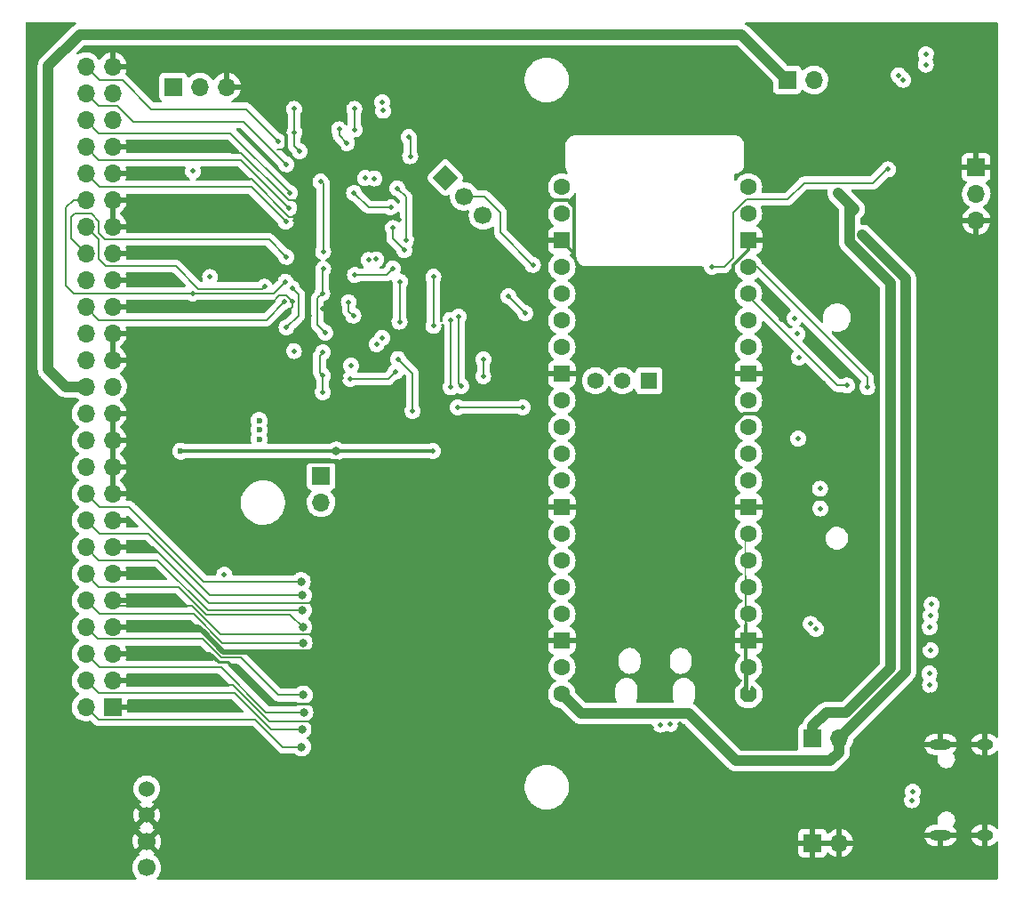
<source format=gbr>
%TF.GenerationSoftware,KiCad,Pcbnew,6.0.5-a6ca702e91~116~ubuntu21.10.1*%
%TF.CreationDate,2023-10-13T08:30:05-06:00*%
%TF.ProjectId,Desktop_50_Pin_TopConn,4465736b-746f-4705-9f35-305f50696e5f,rev?*%
%TF.SameCoordinates,Original*%
%TF.FileFunction,Copper,L4,Bot*%
%TF.FilePolarity,Positive*%
%FSLAX46Y46*%
G04 Gerber Fmt 4.6, Leading zero omitted, Abs format (unit mm)*
G04 Created by KiCad (PCBNEW 6.0.5-a6ca702e91~116~ubuntu21.10.1) date 2023-10-13 08:30:05*
%MOMM*%
%LPD*%
G01*
G04 APERTURE LIST*
G04 Aperture macros list*
%AMRoundRect*
0 Rectangle with rounded corners*
0 $1 Rounding radius*
0 $2 $3 $4 $5 $6 $7 $8 $9 X,Y pos of 4 corners*
0 Add a 4 corners polygon primitive as box body*
4,1,4,$2,$3,$4,$5,$6,$7,$8,$9,$2,$3,0*
0 Add four circle primitives for the rounded corners*
1,1,$1+$1,$2,$3*
1,1,$1+$1,$4,$5*
1,1,$1+$1,$6,$7*
1,1,$1+$1,$8,$9*
0 Add four rect primitives between the rounded corners*
20,1,$1+$1,$2,$3,$4,$5,0*
20,1,$1+$1,$4,$5,$6,$7,0*
20,1,$1+$1,$6,$7,$8,$9,0*
20,1,$1+$1,$8,$9,$2,$3,0*%
%AMHorizOval*
0 Thick line with rounded ends*
0 $1 width*
0 $2 $3 position (X,Y) of the first rounded end (center of the circle)*
0 $4 $5 position (X,Y) of the second rounded end (center of the circle)*
0 Add line between two ends*
20,1,$1,$2,$3,$4,$5,0*
0 Add two circle primitives to create the rounded ends*
1,1,$1,$2,$3*
1,1,$1,$4,$5*%
%AMRotRect*
0 Rectangle, with rotation*
0 The origin of the aperture is its center*
0 $1 length*
0 $2 width*
0 $3 Rotation angle, in degrees counterclockwise*
0 Add horizontal line*
21,1,$1,$2,0,0,$3*%
%AMFreePoly0*
4,1,57,0.281438,0.792513,0.314631,0.788760,0.324366,0.782642,0.335575,0.780064,0.361670,0.759195,0.389950,0.741421,0.741668,0.389704,0.759398,0.361385,0.780215,0.335261,0.782772,0.324050,0.788875,0.314303,0.792571,0.281098,0.800000,0.248529,0.800000,-0.248878,0.792513,-0.281438,0.788760,-0.314632,0.782641,-0.324367,0.780064,-0.335575,0.759196,-0.361669,0.741421,-0.389950,
0.389704,-0.741668,0.361385,-0.759398,0.335261,-0.780215,0.324050,-0.782772,0.314303,-0.788875,0.281098,-0.792571,0.248529,-0.800000,-0.248878,-0.800000,-0.281438,-0.792513,-0.314632,-0.788760,-0.324367,-0.782641,-0.335575,-0.780064,-0.361669,-0.759196,-0.389950,-0.741421,-0.741668,-0.389704,-0.759398,-0.361385,-0.780215,-0.335261,-0.782772,-0.324050,-0.788875,-0.314303,-0.792571,-0.281098,
-0.800000,-0.248529,-0.800000,0.248878,-0.792513,0.281438,-0.788760,0.314631,-0.782642,0.324366,-0.780064,0.335575,-0.759195,0.361670,-0.741421,0.389950,-0.389704,0.741668,-0.361385,0.759398,-0.335261,0.780215,-0.324050,0.782772,-0.314303,0.788875,-0.281098,0.792571,-0.248529,0.800000,0.248878,0.800000,0.281438,0.792513,0.281438,0.792513,$1*%
G04 Aperture macros list end*
%TA.AperFunction,ComponentPad*%
%ADD10C,1.700000*%
%TD*%
%TA.AperFunction,ComponentPad*%
%ADD11C,1.524000*%
%TD*%
%TA.AperFunction,ComponentPad*%
%ADD12R,1.700000X1.700000*%
%TD*%
%TA.AperFunction,ComponentPad*%
%ADD13O,1.700000X1.700000*%
%TD*%
%TA.AperFunction,ComponentPad*%
%ADD14O,2.100000X1.000000*%
%TD*%
%TA.AperFunction,ComponentPad*%
%ADD15O,1.600000X1.000000*%
%TD*%
%TA.AperFunction,ComponentPad*%
%ADD16RotRect,1.700000X1.700000X45.000000*%
%TD*%
%TA.AperFunction,ComponentPad*%
%ADD17HorizOval,1.700000X0.000000X0.000000X0.000000X0.000000X0*%
%TD*%
%TA.AperFunction,ComponentPad*%
%ADD18FreePoly0,180.000000*%
%TD*%
%TA.AperFunction,ComponentPad*%
%ADD19C,1.600000*%
%TD*%
%TA.AperFunction,ComponentPad*%
%ADD20RoundRect,0.200000X0.600000X0.600000X-0.600000X0.600000X-0.600000X-0.600000X0.600000X-0.600000X0*%
%TD*%
%TA.AperFunction,ComponentPad*%
%ADD21R,1.574800X1.574800*%
%TD*%
%TA.AperFunction,ComponentPad*%
%ADD22C,1.574800*%
%TD*%
%TA.AperFunction,ViaPad*%
%ADD23C,0.500000*%
%TD*%
%TA.AperFunction,ViaPad*%
%ADD24C,0.600000*%
%TD*%
%TA.AperFunction,ViaPad*%
%ADD25C,0.800000*%
%TD*%
%TA.AperFunction,Conductor*%
%ADD26C,0.200000*%
%TD*%
%TA.AperFunction,Conductor*%
%ADD27C,0.250000*%
%TD*%
%TA.AperFunction,Conductor*%
%ADD28C,0.500000*%
%TD*%
%TA.AperFunction,Conductor*%
%ADD29C,0.330000*%
%TD*%
%TA.AperFunction,Conductor*%
%ADD30C,0.450000*%
%TD*%
%TA.AperFunction,Conductor*%
%ADD31C,1.000000*%
%TD*%
G04 APERTURE END LIST*
D10*
%TO.P,J3,1,5V*%
%TO.N,Net-(D2-Pad2)*%
X112062500Y-144765400D03*
%TO.P,J3,2,GND*%
%TO.N,GND*%
X112062500Y-142265400D03*
D11*
%TO.P,J3,3,GND*%
X112062500Y-139765400D03*
%TO.P,J3,4,12V*%
%TO.N,unconnected-(J3-Pad4)*%
X112062500Y-137265400D03*
%TD*%
D12*
%TO.P,J1,1,Pin_1*%
%TO.N,unconnected-(J1-Pad1)*%
X114604800Y-70459600D03*
D13*
%TO.P,J1,2,Pin_2*%
%TO.N,TRM_ON_J*%
X117144800Y-70459600D03*
%TO.P,J1,3,Pin_3*%
%TO.N,GND*%
X119684800Y-70459600D03*
%TD*%
D12*
%TO.P,J2,1,Pin_1*%
%TO.N,GND*%
X108813600Y-129484200D03*
D13*
%TO.P,J2,2,Pin_2*%
%TO.N,DB0*%
X106273600Y-129484200D03*
%TO.P,J2,3,Pin_3*%
%TO.N,GND*%
X108813600Y-126944200D03*
%TO.P,J2,4,Pin_4*%
%TO.N,DB1*%
X106273600Y-126944200D03*
%TO.P,J2,5,Pin_5*%
%TO.N,GND*%
X108813600Y-124404200D03*
%TO.P,J2,6,Pin_6*%
%TO.N,DB2*%
X106273600Y-124404200D03*
%TO.P,J2,7,Pin_7*%
%TO.N,GND*%
X108813600Y-121864200D03*
%TO.P,J2,8,Pin_8*%
%TO.N,DB3*%
X106273600Y-121864200D03*
%TO.P,J2,9,Pin_9*%
%TO.N,GND*%
X108813600Y-119324200D03*
%TO.P,J2,10,Pin_10*%
%TO.N,DB4*%
X106273600Y-119324200D03*
%TO.P,J2,11,Pin_11*%
%TO.N,GND*%
X108813600Y-116784200D03*
%TO.P,J2,12,Pin_12*%
%TO.N,DB5*%
X106273600Y-116784200D03*
%TO.P,J2,13,Pin_13*%
%TO.N,GND*%
X108813600Y-114244200D03*
%TO.P,J2,14,Pin_14*%
%TO.N,DB6*%
X106273600Y-114244200D03*
%TO.P,J2,15,Pin_15*%
%TO.N,GND*%
X108813600Y-111704200D03*
%TO.P,J2,16,Pin_16*%
%TO.N,DB7*%
X106273600Y-111704200D03*
%TO.P,J2,17,Pin_17*%
%TO.N,GND*%
X108813600Y-109164200D03*
%TO.P,J2,18,Pin_18*%
%TO.N,DBP*%
X106273600Y-109164200D03*
%TO.P,J2,19,Pin_19*%
%TO.N,GND*%
X108813600Y-106624200D03*
%TO.P,J2,20,Pin_20*%
%TO.N,unconnected-(J2-Pad20)*%
X106273600Y-106624200D03*
%TO.P,J2,21,Pin_21*%
%TO.N,GND*%
X108813600Y-104084200D03*
%TO.P,J2,22,Pin_22*%
%TO.N,unconnected-(J2-Pad22)*%
X106273600Y-104084200D03*
%TO.P,J2,23,Pin_23*%
%TO.N,GND*%
X108813600Y-101544200D03*
%TO.P,J2,24,Pin_24*%
%TO.N,unconnected-(J2-Pad24)*%
X106273600Y-101544200D03*
%TO.P,J2,25,Pin_25*%
%TO.N,unconnected-(J2-Pad25)*%
X108813600Y-99004200D03*
%TO.P,J2,26,Pin_26*%
%TO.N,+5V*%
X106273600Y-99004200D03*
%TO.P,J2,27,Pin_27*%
%TO.N,GND*%
X108813600Y-96464200D03*
%TO.P,J2,28,Pin_28*%
%TO.N,unconnected-(J2-Pad28)*%
X106273600Y-96464200D03*
%TO.P,J2,29,Pin_29*%
%TO.N,GND*%
X108813600Y-93924200D03*
%TO.P,J2,30,Pin_30*%
%TO.N,unconnected-(J2-Pad30)*%
X106273600Y-93924200D03*
%TO.P,J2,31,Pin_31*%
%TO.N,GND*%
X108813600Y-91384200D03*
%TO.P,J2,32,Pin_32*%
%TO.N,ATN*%
X106273600Y-91384200D03*
%TO.P,J2,33,Pin_33*%
%TO.N,GND*%
X108813600Y-88844200D03*
%TO.P,J2,34,Pin_34*%
%TO.N,unconnected-(J2-Pad34)*%
X106273600Y-88844200D03*
%TO.P,J2,35,Pin_35*%
%TO.N,GND*%
X108813600Y-86304200D03*
%TO.P,J2,36,Pin_36*%
%TO.N,BSY*%
X106273600Y-86304200D03*
%TO.P,J2,37,Pin_37*%
%TO.N,GND*%
X108813600Y-83764200D03*
%TO.P,J2,38,Pin_38*%
%TO.N,ACK*%
X106273600Y-83764200D03*
%TO.P,J2,39,Pin_39*%
%TO.N,GND*%
X108813600Y-81224200D03*
%TO.P,J2,40,Pin_40*%
%TO.N,RST*%
X106273600Y-81224200D03*
%TO.P,J2,41,Pin_41*%
%TO.N,GND*%
X108813600Y-78684200D03*
%TO.P,J2,42,Pin_42*%
%TO.N,MSG*%
X106273600Y-78684200D03*
%TO.P,J2,43,Pin_43*%
%TO.N,GND*%
X108813600Y-76144200D03*
%TO.P,J2,44,Pin_44*%
%TO.N,SEL*%
X106273600Y-76144200D03*
%TO.P,J2,45,Pin_45*%
%TO.N,GND*%
X108813600Y-73604200D03*
%TO.P,J2,46,Pin_46*%
%TO.N,CD*%
X106273600Y-73604200D03*
%TO.P,J2,47,Pin_47*%
%TO.N,GND*%
X108813600Y-71064200D03*
%TO.P,J2,48,Pin_48*%
%TO.N,REQ*%
X106273600Y-71064200D03*
%TO.P,J2,49,Pin_49*%
%TO.N,GND*%
X108813600Y-68524200D03*
%TO.P,J2,50,Pin_50*%
%TO.N,IO*%
X106273600Y-68524200D03*
%TD*%
D12*
%TO.P,J5,1,Pin_1*%
%TO.N,GND*%
X191084200Y-78105000D03*
D13*
%TO.P,J5,2,Pin_2*%
%TO.N,Net-(J5-Pad2)*%
X191084200Y-80645000D03*
%TO.P,J5,3,Pin_3*%
%TO.N,GND*%
X191084200Y-83185000D03*
%TD*%
D12*
%TO.P,J11,1,Pin_1*%
%TO.N,ACK*%
X128676400Y-107492800D03*
D13*
%TO.P,J11,2,Pin_2*%
%TO.N,ACKDr*%
X128676400Y-110032800D03*
%TD*%
D14*
%TO.P,J4,S1,SHIELD*%
%TO.N,GND*%
X187700200Y-133043200D03*
D15*
X191880200Y-133043200D03*
X191880200Y-141683200D03*
D14*
X187700200Y-141683200D03*
%TD*%
D12*
%TO.P,J9,1,Pin_1*%
%TO.N,GND*%
X175488600Y-142435600D03*
D13*
%TO.P,J9,2,Pin_2*%
X178028600Y-142435600D03*
%TD*%
D12*
%TO.P,J8,1,Pin_1*%
%TO.N,Net-(C7-Pad1)*%
X175488600Y-132435600D03*
D13*
%TO.P,J8,2,Pin_2*%
%TO.N,+5VP*%
X178028600Y-132435600D03*
%TD*%
D12*
%TO.P,J7,1,Pin_1*%
%TO.N,+5V*%
X173075600Y-69799200D03*
D13*
%TO.P,J7,2,Pin_2*%
%TO.N,Net-(F3-Pad2)*%
X175615600Y-69799200D03*
%TD*%
D16*
%TO.P,J10,1,Pin_1*%
%TO.N,Net-(J10-Pad1)*%
X140505355Y-79088155D03*
D17*
%TO.P,J10,2,Pin_2*%
%TO.N,oCD_iSEL*%
X142301406Y-80884206D03*
%TO.P,J10,3,Pin_3*%
%TO.N,Net-(J10-Pad3)*%
X144097457Y-82680257D03*
%TD*%
D18*
%TO.P,RP1,1,G0*%
%TO.N,Net-(R42-Pad1)*%
X169382600Y-128256200D03*
D19*
%TO.P,RP1,2,G1*%
%TO.N,Net-(R19-Pad1)*%
X169382600Y-125716200D03*
D20*
%TO.P,RP1,3,GND*%
%TO.N,GND*%
X169382600Y-123176200D03*
D19*
%TO.P,RP1,4,G2*%
%TO.N,Net-(R18-Pad1)*%
X169382600Y-120636200D03*
%TO.P,RP1,5,G3*%
%TO.N,Net-(R17-Pad1)*%
X169382600Y-118096200D03*
%TO.P,RP1,6,G4*%
%TO.N,Net-(R16-Pad1)*%
X169382600Y-115556200D03*
%TO.P,RP1,7,G5*%
%TO.N,Net-(R15-Pad1)*%
X169382600Y-113016200D03*
D20*
%TO.P,RP1,8,GND*%
%TO.N,GND*%
X169382600Y-110476200D03*
D19*
%TO.P,RP1,9,G6*%
%TO.N,Net-(R14-Pad1)*%
X169382600Y-107936200D03*
%TO.P,RP1,10,G7*%
%TO.N,Net-(R13-Pad1)*%
X169382600Y-105396200D03*
%TO.P,RP1,11,G8*%
%TO.N,Net-(R12-Pad1)*%
X169382600Y-102856200D03*
%TO.P,RP1,12,G9*%
%TO.N,DBPTr*%
X169382600Y-100316200D03*
D20*
%TO.P,RP1,13,GND*%
%TO.N,GND*%
X169382600Y-97776200D03*
D19*
%TO.P,RP1,14,G10*%
%TO.N,SD_CLK*%
X169382600Y-95236200D03*
%TO.P,RP1,15,G11*%
%TO.N,SD_CMD_MOSI*%
X169382600Y-92696200D03*
%TO.P,RP1,16,G12*%
%TO.N,SD_D0_MISO*%
X169382600Y-90156200D03*
%TO.P,RP1,17,G13*%
%TO.N,SD_D1*%
X169382600Y-87616200D03*
D20*
%TO.P,RP1,18,GND*%
%TO.N,GND*%
X169382600Y-85076200D03*
D19*
%TO.P,RP1,19,G14*%
%TO.N,SD_D2*%
X169382600Y-82536200D03*
%TO.P,RP1,20,G15*%
%TO.N,SD_D3_CS*%
X169382600Y-79996200D03*
%TO.P,RP1,21,G16*%
%TO.N,SDA*%
X151602600Y-79996200D03*
%TO.P,RP1,22,G17*%
%TO.N,SCL*%
X151602600Y-82536200D03*
D20*
%TO.P,RP1,23,GND*%
%TO.N,GND*%
X151602600Y-85076200D03*
D19*
%TO.P,RP1,24,G18*%
%TO.N,oCD_iSEL*%
X151602600Y-87616200D03*
%TO.P,RP1,25,G19*%
%TO.N,oREQ*%
X151602600Y-90156200D03*
%TO.P,RP1,26,G20*%
%TO.N,oMSG_iBSY*%
X151602600Y-92696200D03*
%TO.P,RP1,27,G21*%
%TO.N,oSEL*%
X151602600Y-95236200D03*
D20*
%TO.P,RP1,28,GND*%
%TO.N,GND*%
X151602600Y-97776200D03*
D19*
%TO.P,RP1,29,G22*%
%TO.N,oIO*%
X151602600Y-100316200D03*
%TO.P,RP1,30,RUN*%
%TO.N,unconnected-(RP1-Pad30)*%
X151602600Y-102856200D03*
%TO.P,RP1,31,G26*%
%TO.N,oACK*%
X151602600Y-105396200D03*
%TO.P,RP1,32,G27*%
%TO.N,oBSY*%
X151602600Y-107936200D03*
D20*
%TO.P,RP1,33,A_GND*%
%TO.N,GND*%
X151602600Y-110476200D03*
D19*
%TO.P,RP1,34,G28*%
%TO.N,Net-(R61-Pad1)*%
X151602600Y-113016200D03*
%TO.P,RP1,35,ADC_VREF*%
%TO.N,unconnected-(RP1-Pad35)*%
X151602600Y-115556200D03*
%TO.P,RP1,36,3v3*%
%TO.N,+3V3*%
X151602600Y-118096200D03*
%TO.P,RP1,37,3v3_EN*%
%TO.N,unconnected-(RP1-Pad37)*%
X151602600Y-120636200D03*
D20*
%TO.P,RP1,38,GND*%
%TO.N,GND*%
X151602600Y-123176200D03*
D19*
%TO.P,RP1,39,VSYS*%
%TO.N,unconnected-(RP1-Pad39)*%
X151602600Y-125716200D03*
%TO.P,RP1,40,VBUS_5V*%
%TO.N,+5VP*%
X151602600Y-128256200D03*
D21*
%TO.P,RP1,41*%
%TO.N,N/C*%
X159908400Y-98426200D03*
D22*
%TO.P,RP1,42*%
X157368400Y-98426200D03*
%TO.P,RP1,43*%
X154828400Y-98426200D03*
%TD*%
D23*
%TO.N,GND*%
X130302000Y-76225400D03*
D24*
X176504600Y-98679000D03*
D23*
X116255800Y-124409200D03*
X186664600Y-125222000D03*
X166116000Y-120548400D03*
X147980400Y-118262400D03*
D24*
X188569600Y-115570000D03*
D23*
X172491400Y-92608400D03*
X155270200Y-128727200D03*
X134035800Y-114401600D03*
X154736800Y-113487200D03*
X141605000Y-91287600D03*
X129489200Y-73914000D03*
D24*
X125018800Y-104140000D03*
X177774600Y-118465600D03*
D23*
X129768600Y-99999800D03*
X123291600Y-88341200D03*
X184124600Y-138861800D03*
X137617200Y-117119400D03*
X136093200Y-83108800D03*
X127939800Y-127254000D03*
X145999200Y-89382600D03*
X130624644Y-98178556D03*
X186715400Y-118719600D03*
X128854200Y-76911200D03*
X132816600Y-125984000D03*
X135788400Y-79044800D03*
D25*
X131597400Y-109169200D03*
D23*
X177571400Y-110515400D03*
X121742200Y-96393000D03*
X161442400Y-126771400D03*
D24*
X192430400Y-125196600D03*
X176860200Y-101396800D03*
D23*
X144297400Y-94208600D03*
X145084800Y-98247200D03*
D24*
X148107400Y-115112800D03*
D23*
X136855200Y-117398800D03*
X122047000Y-97967800D03*
X136017000Y-86868000D03*
D24*
X125437900Y-99885500D03*
D23*
X138734800Y-72974200D03*
D24*
X144602200Y-105003600D03*
D23*
X186105800Y-123469400D03*
D24*
X176911000Y-99999800D03*
D23*
X114300000Y-88925400D03*
X186715400Y-128295400D03*
X115443000Y-89306400D03*
X125907800Y-90881200D03*
X135864600Y-127711200D03*
X130073400Y-81838800D03*
D25*
X186690000Y-66344800D03*
D23*
X126796800Y-134467600D03*
X121081800Y-91414600D03*
X130175000Y-93700600D03*
X154889200Y-88569800D03*
X139319000Y-94310200D03*
X127609600Y-84759800D03*
X114427000Y-79146400D03*
X179501800Y-99542600D03*
X162890200Y-131140200D03*
X173964600Y-98653600D03*
X126238000Y-125704600D03*
X146583400Y-94792800D03*
X173024800Y-96189800D03*
X127812800Y-124155200D03*
X127591900Y-92219700D03*
X173964600Y-101244400D03*
X143129000Y-104419400D03*
X136474200Y-98729800D03*
X117445422Y-122305178D03*
X185623200Y-121234200D03*
D24*
X175590200Y-83820000D03*
D23*
X117983000Y-128955800D03*
X184099200Y-136880600D03*
X116179600Y-83108800D03*
X138430000Y-117119400D03*
D24*
X189230000Y-125196600D03*
D23*
X149555200Y-131267200D03*
X129895600Y-84074000D03*
X127889000Y-116992400D03*
X135026400Y-137515600D03*
X160147000Y-131470400D03*
X137083800Y-128193800D03*
X111988600Y-79044800D03*
X140081000Y-99796600D03*
X181559200Y-98399600D03*
X159435800Y-126771400D03*
X176352200Y-107442000D03*
X137744200Y-85648800D03*
X126492000Y-77698600D03*
X126228787Y-83194213D03*
X175310800Y-120370600D03*
X119735600Y-96215200D03*
D24*
X141706600Y-112242600D03*
D23*
X127381000Y-94081600D03*
X136652000Y-127660400D03*
X116205000Y-86715600D03*
X124790200Y-74472800D03*
X128860000Y-91612000D03*
X120675400Y-96240600D03*
%TO.N,+2V8*%
X134581900Y-72732900D03*
D24*
X122783600Y-103098600D03*
D23*
X133934200Y-86868000D03*
X134493000Y-94335600D03*
X134512600Y-71913200D03*
X133197600Y-86944200D03*
X133756400Y-79171800D03*
D24*
X122783600Y-102209600D03*
X122783600Y-103987600D03*
D23*
X132867400Y-79146400D03*
X133959600Y-94970600D03*
%TO.N,iATN*%
X141020800Y-99060000D03*
X140995400Y-92633800D03*
%TO.N,oREQ*%
X131127500Y-75806300D03*
X130388600Y-74513200D03*
%TO.N,oSEL*%
X136601200Y-86004400D03*
X139369800Y-88544400D03*
X139367800Y-93220000D03*
X135521700Y-83908900D03*
%TO.N,oBSY*%
X126644400Y-76606400D03*
X126098300Y-72555100D03*
X128841500Y-99529900D03*
X126136400Y-74803000D03*
X128841500Y-97955100D03*
X128848400Y-95713000D03*
X128612900Y-79489300D03*
X129082800Y-93853000D03*
X128874678Y-87781008D03*
X128866900Y-86144100D03*
X128778000Y-90119200D03*
%TO.N,SD_CLK*%
X186715400Y-124079000D03*
X174129700Y-103949500D03*
%TO.N,oCD_iSEL*%
X148844000Y-87401400D03*
X131813300Y-80556100D03*
X135305800Y-81940400D03*
%TO.N,ATN*%
X125160400Y-90919300D03*
%TO.N,BSY*%
X125376300Y-93370400D03*
X125350900Y-86639400D03*
X125909700Y-89636600D03*
D25*
%TO.N,DBP*%
X126771400Y-117551200D03*
D23*
%TO.N,ACK*%
X123291600Y-89484200D03*
X126085600Y-95605600D03*
%TO.N,RST*%
X116433600Y-90119200D03*
X125298200Y-89001600D03*
%TO.N,MSG*%
X125311850Y-83300250D03*
%TO.N,SEL*%
X125643000Y-82003900D03*
%TO.N,CD*%
X125704600Y-80543400D03*
%TO.N,REQ*%
X125361700Y-77836400D03*
%TO.N,IO*%
X124576497Y-75628797D03*
D25*
%TO.N,DB7*%
X126873000Y-118846600D03*
%TO.N,DB6*%
X126898400Y-120269000D03*
%TO.N,DB5*%
X126923800Y-121869200D03*
%TO.N,DB4*%
X126949200Y-123367800D03*
%TO.N,DB3*%
X126974600Y-128346200D03*
%TO.N,DB2*%
X127025400Y-129997200D03*
%TO.N,DB1*%
X126847600Y-131597400D03*
%TO.N,DB0*%
X126817800Y-133273200D03*
D23*
%TO.N,+3V3*%
X183705500Y-69354700D03*
X175806100Y-122059700D03*
X175323500Y-121577100D03*
X184137300Y-69786500D03*
D25*
%TO.N,+5VP*%
X181787800Y-86131400D03*
X180238400Y-84582000D03*
X181038500Y-85382100D03*
D23*
%TO.N,oMSG_iBSY*%
X148132800Y-91998800D03*
X135534400Y-87731600D03*
X131902200Y-88366600D03*
X146532600Y-90398600D03*
%TO.N,+5F*%
X139344400Y-105130600D03*
D25*
X130124200Y-105130600D03*
D24*
X115290600Y-105130600D03*
D23*
%TO.N,SD_CMD_MOSI*%
X174193200Y-96240600D03*
X186665600Y-121895600D03*
%TO.N,SD_D0_MISO*%
X176197330Y-108709530D03*
X186620600Y-126295600D03*
X178765200Y-98882200D03*
%TO.N,SD_D1*%
X176219741Y-110586141D03*
X186675400Y-127395600D03*
X180695600Y-99060000D03*
%TO.N,SD_D2*%
X173786800Y-92481400D03*
X186842400Y-119710200D03*
%TO.N,SD_D3_CS*%
X174020350Y-93975050D03*
X186740800Y-120802400D03*
%TO.N,iRST*%
X131749800Y-92227400D03*
X131310444Y-90949844D03*
%TO.N,iACK*%
X131470400Y-98247200D03*
X135763000Y-97562500D03*
%TO.N,SCL*%
X186285000Y-67334000D03*
%TO.N,TRM_ON_J*%
X119456200Y-116890800D03*
X118097300Y-88557100D03*
X116459000Y-78486000D03*
%TO.N,Net-(JP1-Pad1)*%
X182671100Y-78313900D03*
X147878800Y-100965000D03*
X141681200Y-100965000D03*
X165887400Y-87579200D03*
D25*
%TO.N,Net-(C7-Pad1)*%
X179473689Y-82120911D03*
X178739800Y-81381600D03*
X177936989Y-80584211D03*
D23*
%TO.N,iBSY*%
X144131181Y-96399235D03*
X144119600Y-97993200D03*
%TO.N,iMSG*%
X142011400Y-98933000D03*
X141757400Y-92329000D03*
%TO.N,SDA*%
X186275600Y-68334000D03*
%TO.N,!oBSY*%
X137160000Y-77063600D03*
X136144000Y-92811600D03*
X131852198Y-74515239D03*
X135940800Y-80111600D03*
X136012400Y-96363000D03*
X136758736Y-85069736D03*
X137020300Y-75247500D03*
X137388600Y-101320600D03*
X136220200Y-89001600D03*
X131830600Y-72563200D03*
%TO.N,USB_DM*%
X160985200Y-131165600D03*
X184962800Y-138353800D03*
%TO.N,USB_DP*%
X161925000Y-131089400D03*
X185040661Y-137562230D03*
%TO.N,ACKDr*%
X131521200Y-96977200D03*
%TD*%
D26*
%TO.N,GND*%
X120218200Y-76733400D02*
X120802400Y-76733400D01*
X121031000Y-76733400D02*
X125069600Y-80772000D01*
D27*
X118897400Y-125222000D02*
X119786400Y-125222000D01*
D26*
X123710412Y-130835400D02*
X128371600Y-130835400D01*
D28*
X117190600Y-124404200D02*
X117195600Y-124409200D01*
D26*
X122041864Y-79253136D02*
X125643527Y-82854800D01*
X108813600Y-119324200D02*
X109352000Y-119862600D01*
X124206000Y-93141800D02*
X125933200Y-91414600D01*
D29*
X125374400Y-75057000D02*
X125374400Y-76123800D01*
D26*
X112644000Y-114244200D02*
X117969289Y-119569489D01*
X120281412Y-127406400D02*
X123710412Y-130835400D01*
X117969289Y-119569489D02*
X127875289Y-119569489D01*
X125349000Y-90322400D02*
X124663200Y-90322400D01*
X119051099Y-122568711D02*
X127824489Y-122568711D01*
X124282200Y-94310200D02*
X124206000Y-94234000D01*
X119070200Y-126944200D02*
X119532400Y-127406400D01*
D28*
X119371644Y-124231400D02*
X127609600Y-124231400D01*
X108813600Y-121864200D02*
X117004444Y-121864200D01*
D29*
X151602600Y-85076200D02*
X151602600Y-85130800D01*
D26*
X109352000Y-119862600D02*
X116344988Y-119862600D01*
D29*
X152153446Y-81229200D02*
X150799800Y-81229200D01*
X168935400Y-101600000D02*
X168021000Y-102514400D01*
D26*
X119629000Y-76144200D02*
X120116600Y-76631800D01*
X125933200Y-90906600D02*
X125907800Y-90881200D01*
D29*
X170789600Y-101244400D02*
X170484800Y-101549200D01*
D26*
X127824489Y-122568711D02*
X127838200Y-122555000D01*
D30*
X131597400Y-107442000D02*
X130683000Y-106527600D01*
X130200400Y-106045000D02*
X127330200Y-106045000D01*
X130683000Y-106527600D02*
X130200400Y-106045000D01*
D26*
X120116600Y-76631800D02*
X120218200Y-76733400D01*
D29*
X170434000Y-101600000D02*
X168935400Y-101600000D01*
D26*
X125069600Y-80772000D02*
X125577600Y-81280000D01*
X108813600Y-114244200D02*
X112644000Y-114244200D01*
X125933200Y-91414600D02*
X125933200Y-90906600D01*
X125907800Y-90881200D02*
X125349000Y-90322400D01*
X108813600Y-126944200D02*
X119070200Y-126944200D01*
X124206000Y-94234000D02*
X124206000Y-93141800D01*
X126009400Y-94310200D02*
X124282200Y-94310200D01*
D28*
X117004444Y-121864200D02*
X117445422Y-122305178D01*
D29*
X152806400Y-81882154D02*
X152153446Y-81229200D01*
D28*
X108813600Y-124404200D02*
X117190600Y-124404200D01*
D26*
X122041864Y-79253136D02*
X121467936Y-79253136D01*
D29*
X118084600Y-124409200D02*
X118897400Y-125222000D01*
D26*
X124663200Y-90322400D02*
X123875800Y-91109800D01*
D30*
X131597400Y-109169200D02*
X131597400Y-107442000D01*
D27*
X123748800Y-129184400D02*
X127762000Y-129184400D01*
D26*
X124544306Y-76454000D02*
X125298200Y-76454000D01*
X120802400Y-76733400D02*
X121031000Y-76733400D01*
X125643527Y-82854800D02*
X126415800Y-82854800D01*
X127875289Y-119569489D02*
X127889000Y-119583200D01*
D29*
X173964600Y-101244400D02*
X170789600Y-101244400D01*
X167919400Y-87432532D02*
X167919400Y-88188800D01*
X124790200Y-74472800D02*
X125374400Y-75057000D01*
X169382600Y-85076200D02*
X169382600Y-85969332D01*
D26*
X116344988Y-119862600D02*
X119051099Y-122568711D01*
X119532400Y-127406400D02*
X120281412Y-127406400D01*
D29*
X151602600Y-85130800D02*
X152806400Y-86334600D01*
X152806400Y-86334600D02*
X152806400Y-81882154D01*
D26*
X125577600Y-81280000D02*
X126263400Y-81280000D01*
D27*
X119786400Y-125222000D02*
X123748800Y-129184400D01*
D26*
X108813600Y-76144200D02*
X119629000Y-76144200D01*
D28*
X117445422Y-122305178D02*
X119371644Y-124231400D01*
D26*
X108813600Y-78684200D02*
X109275800Y-79146400D01*
X126238000Y-94081600D02*
X126009400Y-94310200D01*
D29*
X116255800Y-124409200D02*
X118084600Y-124409200D01*
X170484800Y-101549200D02*
X170434000Y-101600000D01*
X169382600Y-85969332D02*
X167919400Y-87432532D01*
D26*
X127381000Y-94081600D02*
X126238000Y-94081600D01*
D29*
X168021000Y-102514400D02*
X168021000Y-102590600D01*
D31*
%TO.N,+5V*%
X104338200Y-99004200D02*
X102692200Y-97358200D01*
X168706800Y-65481200D02*
X167944800Y-65481200D01*
X173075600Y-69799200D02*
X173024800Y-69799200D01*
X102692200Y-68453000D02*
X105664000Y-65481200D01*
X173024800Y-69799200D02*
X168706800Y-65481200D01*
X167944800Y-65481200D02*
X105664000Y-65481200D01*
X102692200Y-97358200D02*
X102692200Y-68453000D01*
X106273600Y-99004200D02*
X104338200Y-99004200D01*
D26*
%TO.N,iATN*%
X140995400Y-99034600D02*
X141020800Y-99060000D01*
X140995400Y-92633800D02*
X140995400Y-99034600D01*
%TO.N,oREQ*%
X130388600Y-74513200D02*
X130388600Y-75067400D01*
X130388600Y-75067400D02*
X131127500Y-75806300D01*
%TO.N,oSEL*%
X136601200Y-86004400D02*
X135521700Y-84924900D01*
X139369800Y-88544400D02*
X139367800Y-88546400D01*
X139367800Y-88546400D02*
X139367800Y-93220000D01*
X135521700Y-84924900D02*
X135521700Y-83908900D01*
%TO.N,oBSY*%
X126136400Y-74803000D02*
X126136400Y-76098400D01*
X126136400Y-76098400D02*
X126441200Y-76403200D01*
X128866900Y-79641700D02*
X128676400Y-79451200D01*
X128778000Y-90119200D02*
X128778000Y-87877686D01*
X128778000Y-87877686D02*
X128874678Y-87781008D01*
X128310489Y-91839616D02*
X128310489Y-90586711D01*
X129082800Y-93853000D02*
X128320800Y-93091000D01*
X128841500Y-97955100D02*
X128524000Y-97637600D01*
X128320800Y-91849927D02*
X128310489Y-91839616D01*
X128866900Y-86144100D02*
X128866900Y-79641700D01*
X126441200Y-76403200D02*
X126644400Y-76606400D01*
X126098300Y-74764900D02*
X126136400Y-74803000D01*
X128524000Y-97637600D02*
X128524000Y-96037400D01*
X128310489Y-90586711D02*
X128778000Y-90119200D01*
X128841500Y-97955100D02*
X128841500Y-99529900D01*
X128320800Y-93091000D02*
X128320800Y-91849927D01*
X126098300Y-72555100D02*
X126098300Y-74764900D01*
X128524000Y-96037400D02*
X128848400Y-95713000D01*
%TO.N,oCD_iSEL*%
X145745200Y-84328000D02*
X145745200Y-82423000D01*
X144206406Y-80884206D02*
X142301406Y-80884206D01*
X148844000Y-87401400D02*
X148818600Y-87401400D01*
X145745200Y-82423000D02*
X144206406Y-80884206D01*
X133197600Y-81940400D02*
X131813300Y-80556100D01*
X148818600Y-87401400D02*
X145745200Y-84328000D01*
X131813300Y-80556100D02*
X131800600Y-80543400D01*
X135305800Y-81940400D02*
X133197600Y-81940400D01*
%TO.N,ATN*%
X107523200Y-92633800D02*
X123445900Y-92633800D01*
X106273600Y-91384200D02*
X107523200Y-92633800D01*
X123445900Y-92633800D02*
X125160400Y-90919300D01*
%TO.N,BSY*%
X126492000Y-92254700D02*
X125376300Y-93370400D01*
X104851200Y-82880200D02*
X105232200Y-82499200D01*
X104851200Y-84881800D02*
X104851200Y-82880200D01*
X106781600Y-82499200D02*
X107518200Y-83235800D01*
X107518200Y-83235800D02*
X107518200Y-84404200D01*
X108102400Y-84988400D02*
X123699900Y-84988400D01*
X106273600Y-86304200D02*
X104851200Y-84881800D01*
X126492000Y-90218900D02*
X126492000Y-92254700D01*
X105232200Y-82499200D02*
X106781600Y-82499200D01*
X123699900Y-84988400D02*
X125350900Y-86639400D01*
X107518200Y-84404200D02*
X108102400Y-84988400D01*
X125909700Y-89636600D02*
X126492000Y-90218900D01*
%TO.N,DBP*%
X110388400Y-110464600D02*
X117475000Y-117551200D01*
X106273600Y-109164200D02*
X107574000Y-110464600D01*
X107574000Y-110464600D02*
X110388400Y-110464600D01*
X117475000Y-117551200D02*
X126771400Y-117551200D01*
%TO.N,ACK*%
X123291600Y-89484200D02*
X123102050Y-89673750D01*
X123102050Y-89673750D02*
X116978750Y-89673750D01*
X107518200Y-86868000D02*
X107518200Y-85008800D01*
X114833400Y-87528400D02*
X108178600Y-87528400D01*
X107518200Y-85008800D02*
X106273600Y-83764200D01*
X116978750Y-89673750D02*
X114833400Y-87528400D01*
X108178600Y-87528400D02*
X107518200Y-86868000D01*
%TO.N,RST*%
X104343200Y-89331800D02*
X105130600Y-90119200D01*
X106273600Y-81224200D02*
X105071519Y-81224200D01*
X105130600Y-90119200D02*
X116433600Y-90119200D01*
X116433600Y-90119200D02*
X124180600Y-90119200D01*
X105071519Y-81224200D02*
X104343200Y-81952519D01*
X104343200Y-81952519D02*
X104343200Y-89331800D01*
X124180600Y-90119200D02*
X125298200Y-89001600D01*
%TO.N,MSG*%
X106273600Y-78684200D02*
X107599400Y-80010000D01*
X107599400Y-80010000D02*
X122021600Y-80010000D01*
X122021600Y-80010000D02*
X125311850Y-83300250D01*
%TO.N,SEL*%
X121032900Y-77393800D02*
X125643000Y-82003900D01*
X106273600Y-76144200D02*
X107523200Y-77393800D01*
X107523200Y-77393800D02*
X121032900Y-77393800D01*
%TO.N,CD*%
X125704600Y-80543400D02*
X125704600Y-80518000D01*
X125704600Y-80518000D02*
X120040400Y-74853800D01*
X120040400Y-74853800D02*
X107523200Y-74853800D01*
X107523200Y-74853800D02*
X106273600Y-73604200D01*
%TO.N,REQ*%
X109270800Y-72288400D02*
X110744000Y-73761600D01*
X110744000Y-73761600D02*
X121286900Y-73761600D01*
X107497800Y-72288400D02*
X109270800Y-72288400D01*
X106273600Y-71064200D02*
X107497800Y-72288400D01*
X121286900Y-73761600D02*
X125361700Y-77836400D01*
%TO.N,IO*%
X121515500Y-72567800D02*
X124576497Y-75628797D01*
X106273600Y-68524200D02*
X107548600Y-69799200D01*
X109728000Y-69799200D02*
X112496600Y-72567800D01*
X107548600Y-69799200D02*
X109728000Y-69799200D01*
X112496600Y-72567800D02*
X121515500Y-72567800D01*
%TO.N,DB7*%
X112217200Y-112979200D02*
X107548600Y-112979200D01*
X118084600Y-118846600D02*
X112217200Y-112979200D01*
X126873000Y-118846600D02*
X118084600Y-118846600D01*
X107548600Y-112979200D02*
X106273600Y-111704200D01*
%TO.N,DB6*%
X126898400Y-120269000D02*
X117881400Y-120269000D01*
X117881400Y-120269000D02*
X113106200Y-115493800D01*
X113106200Y-115493800D02*
X107523200Y-115493800D01*
X107523200Y-115493800D02*
X106273600Y-114244200D01*
%TO.N,DB5*%
X126923800Y-121869200D02*
X125723120Y-120668520D01*
X117715913Y-120668519D02*
X115081194Y-118033800D01*
X107523200Y-118033800D02*
X106273600Y-116784200D01*
X125723120Y-120668520D02*
X117715913Y-120668519D01*
X115081194Y-118033800D02*
X107523200Y-118033800D01*
%TO.N,DB4*%
X119285182Y-123367800D02*
X116516582Y-120599200D01*
X126949200Y-123367800D02*
X119285182Y-123367800D01*
X107548600Y-120599200D02*
X106273600Y-119324200D01*
X116516582Y-120599200D02*
X107548600Y-120599200D01*
%TO.N,DB3*%
X121021720Y-124780920D02*
X124587000Y-128346200D01*
X117376817Y-123013711D02*
X119144026Y-124780920D01*
X119144026Y-124780920D02*
X121021720Y-124780920D01*
X107423111Y-123013711D02*
X117376817Y-123013711D01*
X124587000Y-128346200D02*
X126974600Y-128346200D01*
X106273600Y-121864200D02*
X107423111Y-123013711D01*
%TO.N,DB2*%
X106273600Y-124404200D02*
X107574000Y-125704600D01*
X107574000Y-125704600D02*
X119144618Y-125704600D01*
X119144618Y-125704600D02*
X123437218Y-129997200D01*
X123437218Y-129997200D02*
X127025400Y-129997200D01*
%TO.N,DB1*%
X123907406Y-131597400D02*
X126847600Y-131597400D01*
X120478406Y-128168400D02*
X123907406Y-131597400D01*
X106273600Y-126944200D02*
X107497800Y-128168400D01*
X107497800Y-128168400D02*
X120478406Y-128168400D01*
%TO.N,DB0*%
X125018200Y-133273200D02*
X126817800Y-133273200D01*
X107447000Y-130657600D02*
X122402600Y-130657600D01*
X106273600Y-129484200D02*
X107447000Y-130657600D01*
X122402600Y-130657600D02*
X125018200Y-133273200D01*
D31*
%TO.N,+5VP*%
X180238400Y-84582000D02*
X181914800Y-86258400D01*
X168224200Y-134620000D02*
X163728400Y-130124200D01*
X184353200Y-126111000D02*
X178028600Y-132435600D01*
X177190400Y-134620000D02*
X168224200Y-134620000D01*
X151602600Y-128256200D02*
X153470600Y-130124200D01*
X181787800Y-86131400D02*
X184353200Y-88696800D01*
X178028600Y-133781800D02*
X177190400Y-134620000D01*
X178028600Y-132435600D02*
X178028600Y-133781800D01*
X153470600Y-130124200D02*
X163728400Y-130124200D01*
X184353200Y-88696800D02*
X184353200Y-126111000D01*
D26*
%TO.N,oMSG_iBSY*%
X134899400Y-88366600D02*
X135534400Y-87731600D01*
X146532600Y-90398600D02*
X146532600Y-90373200D01*
X135534400Y-87731600D02*
X135636000Y-87630000D01*
X131902200Y-88366600D02*
X134899400Y-88366600D01*
X148132800Y-91998800D02*
X146532600Y-90398600D01*
%TO.N,+5F*%
X115290600Y-105130600D02*
X115239800Y-105130600D01*
X115239800Y-105130600D02*
X115214400Y-105105200D01*
D29*
X130124200Y-105130600D02*
X115290600Y-105130600D01*
X139344400Y-105130600D02*
X130124200Y-105130600D01*
D26*
%TO.N,SD_D0_MISO*%
X177876200Y-98882200D02*
X169382600Y-90388600D01*
X169382600Y-90388600D02*
X169382600Y-90156200D01*
X178765200Y-98882200D02*
X177876200Y-98882200D01*
%TO.N,SD_D1*%
X170191600Y-87616200D02*
X180695600Y-98120200D01*
X169382600Y-87616200D02*
X170191600Y-87616200D01*
X180695600Y-98120200D02*
X180695600Y-99060000D01*
%TO.N,iRST*%
X131310444Y-91788044D02*
X131749800Y-92227400D01*
X131310444Y-90949844D02*
X131310444Y-91788044D01*
%TO.N,iACK*%
X131470400Y-98247200D02*
X135078300Y-98247200D01*
X135763000Y-97562500D02*
X135763000Y-97688400D01*
X135078300Y-98247200D02*
X135763000Y-97562500D01*
%TO.N,Net-(JP1-Pad1)*%
X173126400Y-81153000D02*
X174675800Y-79603600D01*
X167081050Y-87579200D02*
X167944800Y-86715450D01*
X169210856Y-81153000D02*
X173126400Y-81153000D01*
X181254400Y-79603600D02*
X182651400Y-78206600D01*
X167944800Y-86715450D02*
X167944800Y-82419056D01*
X147878800Y-100965000D02*
X145364200Y-100965000D01*
X174675800Y-79603600D02*
X181254400Y-79603600D01*
X165887400Y-87579200D02*
X167081050Y-87579200D01*
X167944800Y-82419056D02*
X169210856Y-81153000D01*
X141681200Y-100965000D02*
X147878800Y-100965000D01*
D31*
%TO.N,Net-(C7-Pad1)*%
X182880000Y-125806200D02*
X178663600Y-130022600D01*
X178663600Y-130022600D02*
X176784000Y-130022600D01*
X182880000Y-89103200D02*
X182880000Y-125806200D01*
X177936989Y-80584211D02*
X179038880Y-81686102D01*
X175488600Y-131318000D02*
X175488600Y-132435600D01*
X179038880Y-83495520D02*
X179038880Y-85262080D01*
X179038880Y-81686102D02*
X179038880Y-83495520D01*
X179473689Y-82120911D02*
X179038880Y-82555720D01*
X179473689Y-82120911D02*
X179038880Y-81686102D01*
X176784000Y-130022600D02*
X175488600Y-131318000D01*
X179038880Y-82555720D02*
X179038880Y-83495520D01*
X179038880Y-85262080D02*
X182880000Y-89103200D01*
D26*
%TO.N,iBSY*%
X144119600Y-97993200D02*
X144131181Y-96399235D01*
X144131181Y-96399235D02*
X144119600Y-96393000D01*
%TO.N,iMSG*%
X141757400Y-98679000D02*
X142011400Y-98933000D01*
X141757400Y-92329000D02*
X141757400Y-98679000D01*
%TO.N,!oBSY*%
X137388600Y-101320600D02*
X137388600Y-97739200D01*
X137160000Y-75387200D02*
X137020300Y-75247500D01*
X136144000Y-89077800D02*
X136220200Y-89001600D01*
X137388600Y-97739200D02*
X136012400Y-96363000D01*
X137160000Y-77063600D02*
X137160000Y-75387200D01*
X136758736Y-80929536D02*
X135940800Y-80111600D01*
X131830600Y-74493641D02*
X131852198Y-74515239D01*
X131830600Y-72563200D02*
X131830600Y-74493641D01*
X136144000Y-92811600D02*
X136144000Y-89077800D01*
X136758736Y-85069736D02*
X136758736Y-80929536D01*
%TD*%
%TA.AperFunction,Conductor*%
%TO.N,GND*%
G36*
X105284039Y-64328502D02*
G01*
X105330532Y-64382158D01*
X105340636Y-64452432D01*
X105311142Y-64517012D01*
X105275070Y-64545752D01*
X105195740Y-64587931D01*
X105194574Y-64588543D01*
X105117547Y-64628471D01*
X105112074Y-64631308D01*
X105107911Y-64634631D01*
X105103204Y-64637134D01*
X105031082Y-64695955D01*
X105030226Y-64696646D01*
X104991027Y-64727938D01*
X104988523Y-64730442D01*
X104987805Y-64731084D01*
X104983472Y-64734785D01*
X104949938Y-64762135D01*
X104946011Y-64766882D01*
X104946009Y-64766884D01*
X104920713Y-64797462D01*
X104912723Y-64806242D01*
X102022821Y-67696145D01*
X102012678Y-67705247D01*
X101983175Y-67728968D01*
X101979208Y-67733696D01*
X101950909Y-67767421D01*
X101947728Y-67771069D01*
X101946085Y-67772881D01*
X101943891Y-67775075D01*
X101916558Y-67808349D01*
X101915896Y-67809147D01*
X101856046Y-67880474D01*
X101853478Y-67885144D01*
X101850097Y-67889261D01*
X101819060Y-67947145D01*
X101806223Y-67971086D01*
X101805594Y-67972245D01*
X101763738Y-68048381D01*
X101763735Y-68048389D01*
X101760767Y-68053787D01*
X101759155Y-68058869D01*
X101756638Y-68063563D01*
X101729438Y-68152531D01*
X101729118Y-68153559D01*
X101700965Y-68242306D01*
X101700371Y-68247602D01*
X101698813Y-68252698D01*
X101690925Y-68330355D01*
X101689418Y-68345187D01*
X101689289Y-68346393D01*
X101683700Y-68396227D01*
X101683700Y-68399754D01*
X101683645Y-68400739D01*
X101683198Y-68406419D01*
X101681748Y-68420698D01*
X101679679Y-68441069D01*
X101678826Y-68449462D01*
X101682743Y-68490895D01*
X101683141Y-68495109D01*
X101683700Y-68506967D01*
X101683700Y-97296357D01*
X101682963Y-97309964D01*
X101680013Y-97337125D01*
X101678876Y-97347588D01*
X101679413Y-97353723D01*
X101683250Y-97397588D01*
X101683579Y-97402414D01*
X101683700Y-97404886D01*
X101683700Y-97407969D01*
X101684001Y-97411037D01*
X101687890Y-97450706D01*
X101688012Y-97452019D01*
X101690546Y-97480979D01*
X101696113Y-97544613D01*
X101697600Y-97549732D01*
X101698120Y-97555033D01*
X101724991Y-97644034D01*
X101725326Y-97645167D01*
X101748769Y-97725854D01*
X101751291Y-97734536D01*
X101753744Y-97739268D01*
X101755284Y-97744369D01*
X101758178Y-97749812D01*
X101798931Y-97826460D01*
X101799543Y-97827626D01*
X101820885Y-97868798D01*
X101842308Y-97910126D01*
X101845631Y-97914289D01*
X101848134Y-97918996D01*
X101906955Y-97991118D01*
X101907646Y-97991974D01*
X101938938Y-98031173D01*
X101941442Y-98033677D01*
X101942084Y-98034395D01*
X101945785Y-98038728D01*
X101973135Y-98072262D01*
X101977882Y-98076189D01*
X101977884Y-98076191D01*
X102008462Y-98101487D01*
X102017242Y-98109477D01*
X103581349Y-99673584D01*
X103590451Y-99683727D01*
X103599676Y-99695200D01*
X103614168Y-99713225D01*
X103652650Y-99745515D01*
X103656262Y-99748667D01*
X103658088Y-99750323D01*
X103660275Y-99752510D01*
X103662658Y-99754467D01*
X103662663Y-99754472D01*
X103693468Y-99779776D01*
X103694452Y-99780593D01*
X103765674Y-99840354D01*
X103770347Y-99842923D01*
X103774462Y-99846303D01*
X103779891Y-99849214D01*
X103779894Y-99849216D01*
X103856380Y-99890228D01*
X103857538Y-99890857D01*
X103933588Y-99932665D01*
X103938987Y-99935633D01*
X103944065Y-99937244D01*
X103948763Y-99939763D01*
X104037698Y-99966953D01*
X104038902Y-99967328D01*
X104127506Y-99995435D01*
X104132797Y-99996028D01*
X104137898Y-99997588D01*
X104230511Y-100006995D01*
X104231631Y-100007115D01*
X104281427Y-100012700D01*
X104284956Y-100012700D01*
X104285939Y-100012755D01*
X104291626Y-100013203D01*
X104311883Y-100015260D01*
X104328536Y-100016952D01*
X104328539Y-100016952D01*
X104334663Y-100017574D01*
X104380312Y-100013259D01*
X104392169Y-100012700D01*
X105315993Y-100012700D01*
X105384114Y-100032702D01*
X105396477Y-100041755D01*
X105491726Y-100120832D01*
X105527085Y-100141494D01*
X105565045Y-100163676D01*
X105613769Y-100215314D01*
X105626840Y-100285097D01*
X105600109Y-100350869D01*
X105559655Y-100384227D01*
X105547207Y-100390707D01*
X105543074Y-100393810D01*
X105543071Y-100393812D01*
X105420448Y-100485880D01*
X105368565Y-100524835D01*
X105364993Y-100528573D01*
X105256747Y-100641846D01*
X105214229Y-100686338D01*
X105211315Y-100690610D01*
X105211314Y-100690611D01*
X105146574Y-100785516D01*
X105088343Y-100870880D01*
X104994288Y-101073505D01*
X104934589Y-101288770D01*
X104910851Y-101510895D01*
X104911148Y-101516048D01*
X104911148Y-101516051D01*
X104922362Y-101710531D01*
X104923710Y-101733915D01*
X104924847Y-101738961D01*
X104924848Y-101738967D01*
X104934163Y-101780300D01*
X104972822Y-101951839D01*
X105056866Y-102158816D01*
X105173587Y-102349288D01*
X105319850Y-102518138D01*
X105396446Y-102581729D01*
X105483378Y-102653901D01*
X105491726Y-102660832D01*
X105562195Y-102702011D01*
X105565045Y-102703676D01*
X105613769Y-102755314D01*
X105626840Y-102825097D01*
X105600109Y-102890869D01*
X105559655Y-102924227D01*
X105547207Y-102930707D01*
X105543074Y-102933810D01*
X105543071Y-102933812D01*
X105518847Y-102952000D01*
X105368565Y-103064835D01*
X105214229Y-103226338D01*
X105211315Y-103230610D01*
X105211314Y-103230611D01*
X105189536Y-103262537D01*
X105088343Y-103410880D01*
X104994288Y-103613505D01*
X104934589Y-103828770D01*
X104910851Y-104050895D01*
X104911148Y-104056048D01*
X104911148Y-104056051D01*
X104921777Y-104240395D01*
X104923710Y-104273915D01*
X104924847Y-104278961D01*
X104924848Y-104278967D01*
X104937881Y-104336797D01*
X104972822Y-104491839D01*
X105056866Y-104698816D01*
X105173587Y-104889288D01*
X105319850Y-105058138D01*
X105491726Y-105200832D01*
X105562195Y-105242011D01*
X105565045Y-105243676D01*
X105613769Y-105295314D01*
X105626840Y-105365097D01*
X105600109Y-105430869D01*
X105559655Y-105464227D01*
X105547207Y-105470707D01*
X105543074Y-105473810D01*
X105543071Y-105473812D01*
X105518847Y-105492000D01*
X105368565Y-105604835D01*
X105355213Y-105618807D01*
X105237302Y-105742194D01*
X105214229Y-105766338D01*
X105211315Y-105770610D01*
X105211314Y-105770611D01*
X105140975Y-105873724D01*
X105088343Y-105950880D01*
X105072499Y-105985014D01*
X105003203Y-106134300D01*
X104994288Y-106153505D01*
X104934589Y-106368770D01*
X104910851Y-106590895D01*
X104911148Y-106596048D01*
X104911148Y-106596051D01*
X104916611Y-106690790D01*
X104923710Y-106813915D01*
X104924847Y-106818961D01*
X104924848Y-106818967D01*
X104938197Y-106878200D01*
X104972822Y-107031839D01*
X105056866Y-107238816D01*
X105173587Y-107429288D01*
X105319850Y-107598138D01*
X105491726Y-107740832D01*
X105562195Y-107782011D01*
X105565045Y-107783676D01*
X105613769Y-107835314D01*
X105626840Y-107905097D01*
X105600109Y-107970869D01*
X105559655Y-108004227D01*
X105547207Y-108010707D01*
X105543074Y-108013810D01*
X105543071Y-108013812D01*
X105402096Y-108119659D01*
X105368565Y-108144835D01*
X105364993Y-108148573D01*
X105276301Y-108241384D01*
X105214229Y-108306338D01*
X105211315Y-108310610D01*
X105211314Y-108310611D01*
X105154923Y-108393278D01*
X105088343Y-108490880D01*
X104994288Y-108693505D01*
X104934589Y-108908770D01*
X104910851Y-109130895D01*
X104911148Y-109136048D01*
X104911148Y-109136051D01*
X104921774Y-109320331D01*
X104923710Y-109353915D01*
X104924847Y-109358961D01*
X104924848Y-109358967D01*
X104935635Y-109406831D01*
X104972822Y-109571839D01*
X105012870Y-109670466D01*
X105046337Y-109752885D01*
X105056866Y-109778816D01*
X105083641Y-109822509D01*
X105133500Y-109903871D01*
X105173587Y-109969288D01*
X105319850Y-110138138D01*
X105491726Y-110280832D01*
X105551462Y-110315739D01*
X105565045Y-110323676D01*
X105613769Y-110375314D01*
X105626840Y-110445097D01*
X105600109Y-110510869D01*
X105559655Y-110544227D01*
X105547207Y-110550707D01*
X105543074Y-110553810D01*
X105543071Y-110553812D01*
X105372700Y-110681730D01*
X105368565Y-110684835D01*
X105364993Y-110688573D01*
X105275182Y-110782555D01*
X105214229Y-110846338D01*
X105088343Y-111030880D01*
X105066308Y-111078350D01*
X105010066Y-111199515D01*
X104994288Y-111233505D01*
X104934589Y-111448770D01*
X104910851Y-111670895D01*
X104911148Y-111676048D01*
X104911148Y-111676051D01*
X104919822Y-111826479D01*
X104923710Y-111893915D01*
X104924847Y-111898961D01*
X104924848Y-111898967D01*
X104941251Y-111971748D01*
X104972822Y-112111839D01*
X105026771Y-112244700D01*
X105054432Y-112312821D01*
X105056866Y-112318816D01*
X105088859Y-112371024D01*
X105135548Y-112447213D01*
X105173587Y-112509288D01*
X105319850Y-112678138D01*
X105491726Y-112820832D01*
X105562195Y-112862011D01*
X105565045Y-112863676D01*
X105613769Y-112915314D01*
X105626840Y-112985097D01*
X105600109Y-113050869D01*
X105559655Y-113084227D01*
X105547207Y-113090707D01*
X105543074Y-113093810D01*
X105543071Y-113093812D01*
X105372700Y-113221730D01*
X105368565Y-113224835D01*
X105214229Y-113386338D01*
X105088343Y-113570880D01*
X105071251Y-113607702D01*
X104998727Y-113763943D01*
X104994288Y-113773505D01*
X104934589Y-113988770D01*
X104910851Y-114210895D01*
X104911148Y-114216048D01*
X104911148Y-114216051D01*
X104916611Y-114310790D01*
X104923710Y-114433915D01*
X104924847Y-114438961D01*
X104924848Y-114438967D01*
X104938426Y-114499216D01*
X104972822Y-114651839D01*
X105056866Y-114858816D01*
X105173587Y-115049288D01*
X105319850Y-115218138D01*
X105491726Y-115360832D01*
X105562195Y-115402011D01*
X105565045Y-115403676D01*
X105613769Y-115455314D01*
X105626840Y-115525097D01*
X105600109Y-115590869D01*
X105559655Y-115624227D01*
X105547207Y-115630707D01*
X105543074Y-115633810D01*
X105543071Y-115633812D01*
X105372700Y-115761730D01*
X105368565Y-115764835D01*
X105214229Y-115926338D01*
X105088343Y-116110880D01*
X105071267Y-116147668D01*
X105000126Y-116300929D01*
X104994288Y-116313505D01*
X104934589Y-116528770D01*
X104910851Y-116750895D01*
X104911148Y-116756048D01*
X104911148Y-116756051D01*
X104920757Y-116922698D01*
X104923710Y-116973915D01*
X104924847Y-116978961D01*
X104924848Y-116978967D01*
X104931695Y-117009348D01*
X104972822Y-117191839D01*
X105056866Y-117398816D01*
X105173587Y-117589288D01*
X105319850Y-117758138D01*
X105491726Y-117900832D01*
X105562195Y-117942011D01*
X105565045Y-117943676D01*
X105613769Y-117995314D01*
X105626840Y-118065097D01*
X105600109Y-118130869D01*
X105559655Y-118164227D01*
X105547207Y-118170707D01*
X105543074Y-118173810D01*
X105543071Y-118173812D01*
X105372700Y-118301730D01*
X105368565Y-118304835D01*
X105214229Y-118466338D01*
X105088343Y-118650880D01*
X105072940Y-118684064D01*
X105000541Y-118840035D01*
X104994288Y-118853505D01*
X104934589Y-119068770D01*
X104910851Y-119290895D01*
X104911148Y-119296048D01*
X104911148Y-119296051D01*
X104921777Y-119480395D01*
X104923710Y-119513915D01*
X104924847Y-119518961D01*
X104924848Y-119518967D01*
X104934997Y-119563998D01*
X104972822Y-119731839D01*
X105025630Y-119861890D01*
X105054432Y-119932821D01*
X105056866Y-119938816D01*
X105108542Y-120023144D01*
X105138968Y-120072794D01*
X105173587Y-120129288D01*
X105319850Y-120298138D01*
X105491726Y-120440832D01*
X105546072Y-120472589D01*
X105565045Y-120483676D01*
X105613769Y-120535314D01*
X105626840Y-120605097D01*
X105600109Y-120670869D01*
X105559655Y-120704227D01*
X105547207Y-120710707D01*
X105543074Y-120713810D01*
X105543071Y-120713812D01*
X105372700Y-120841730D01*
X105368565Y-120844835D01*
X105214229Y-121006338D01*
X105211315Y-121010610D01*
X105211314Y-121010611D01*
X105163889Y-121080133D01*
X105088343Y-121190880D01*
X105064933Y-121241313D01*
X104998727Y-121383943D01*
X104994288Y-121393505D01*
X104934589Y-121608770D01*
X104910851Y-121830895D01*
X104911148Y-121836048D01*
X104911148Y-121836051D01*
X104916036Y-121920823D01*
X104923710Y-122053915D01*
X104924847Y-122058961D01*
X104924848Y-122058967D01*
X104930698Y-122084923D01*
X104972822Y-122271839D01*
X105019275Y-122386239D01*
X105046337Y-122452885D01*
X105056866Y-122478816D01*
X105099302Y-122548066D01*
X105158059Y-122643948D01*
X105173587Y-122669288D01*
X105319850Y-122838138D01*
X105491726Y-122980832D01*
X105508307Y-122990521D01*
X105565045Y-123023676D01*
X105613769Y-123075314D01*
X105626840Y-123145097D01*
X105600109Y-123210869D01*
X105559655Y-123244227D01*
X105547207Y-123250707D01*
X105543074Y-123253810D01*
X105543071Y-123253812D01*
X105372700Y-123381730D01*
X105368565Y-123384835D01*
X105214229Y-123546338D01*
X105211315Y-123550610D01*
X105211314Y-123550611D01*
X105137297Y-123659116D01*
X105088343Y-123730880D01*
X105056977Y-123798453D01*
X105005249Y-123909892D01*
X104994288Y-123933505D01*
X104934589Y-124148770D01*
X104934040Y-124153907D01*
X104933502Y-124158938D01*
X104910851Y-124370895D01*
X104911148Y-124376048D01*
X104911148Y-124376051D01*
X104920526Y-124538700D01*
X104923710Y-124593915D01*
X104924847Y-124598961D01*
X104924848Y-124598967D01*
X104941251Y-124671748D01*
X104972822Y-124811839D01*
X105056866Y-125018816D01*
X105173587Y-125209288D01*
X105319850Y-125378138D01*
X105445914Y-125482798D01*
X105481228Y-125512116D01*
X105491726Y-125520832D01*
X105544438Y-125551634D01*
X105565045Y-125563676D01*
X105613769Y-125615314D01*
X105626840Y-125685097D01*
X105600109Y-125750869D01*
X105559655Y-125784227D01*
X105547207Y-125790707D01*
X105543074Y-125793810D01*
X105543071Y-125793812D01*
X105418108Y-125887637D01*
X105368565Y-125924835D01*
X105338582Y-125956210D01*
X105242234Y-126057033D01*
X105214229Y-126086338D01*
X105211315Y-126090610D01*
X105211314Y-126090611D01*
X105186838Y-126126492D01*
X105088343Y-126270880D01*
X105058730Y-126334676D01*
X105000100Y-126460985D01*
X104994288Y-126473505D01*
X104934589Y-126688770D01*
X104910851Y-126910895D01*
X104911148Y-126916048D01*
X104911148Y-126916051D01*
X104920042Y-127070295D01*
X104923710Y-127133915D01*
X104924847Y-127138961D01*
X104924848Y-127138967D01*
X104935809Y-127187601D01*
X104972822Y-127351839D01*
X105019616Y-127467080D01*
X105054260Y-127552397D01*
X105056866Y-127558816D01*
X105068895Y-127578445D01*
X105159957Y-127727045D01*
X105173587Y-127749288D01*
X105319850Y-127918138D01*
X105491726Y-128060832D01*
X105523445Y-128079367D01*
X105565045Y-128103676D01*
X105613769Y-128155314D01*
X105626840Y-128225097D01*
X105600109Y-128290869D01*
X105559655Y-128324227D01*
X105547207Y-128330707D01*
X105543074Y-128333810D01*
X105543071Y-128333812D01*
X105380333Y-128455999D01*
X105368565Y-128464835D01*
X105364993Y-128468573D01*
X105243029Y-128596201D01*
X105214229Y-128626338D01*
X105211315Y-128630610D01*
X105211314Y-128630611D01*
X105151868Y-128717756D01*
X105088343Y-128810880D01*
X105054799Y-128883144D01*
X105005899Y-128988492D01*
X104994288Y-129013505D01*
X104934589Y-129228770D01*
X104910851Y-129450895D01*
X104911148Y-129456048D01*
X104911148Y-129456051D01*
X104920152Y-129612200D01*
X104923710Y-129673915D01*
X104924847Y-129678961D01*
X104924848Y-129678967D01*
X104942280Y-129756315D01*
X104972822Y-129891839D01*
X105056866Y-130098816D01*
X105173587Y-130289288D01*
X105319850Y-130458138D01*
X105491726Y-130600832D01*
X105684600Y-130713538D01*
X105893292Y-130793230D01*
X105898360Y-130794261D01*
X105898363Y-130794262D01*
X105957444Y-130806282D01*
X106112197Y-130837767D01*
X106117372Y-130837957D01*
X106117374Y-130837957D01*
X106330273Y-130845764D01*
X106330277Y-130845764D01*
X106335437Y-130845953D01*
X106340557Y-130845297D01*
X106340559Y-130845297D01*
X106434794Y-130833225D01*
X106557016Y-130817568D01*
X106561970Y-130816082D01*
X106561978Y-130816080D01*
X106630623Y-130795485D01*
X106701618Y-130795067D01*
X106755926Y-130827075D01*
X106982685Y-131053834D01*
X106993552Y-131066225D01*
X107013013Y-131091587D01*
X107019563Y-131096613D01*
X107044925Y-131116074D01*
X107044928Y-131116077D01*
X107114687Y-131169605D01*
X107140124Y-131189124D01*
X107181731Y-131206358D01*
X107201438Y-131214521D01*
X107280520Y-131247278D01*
X107280523Y-131247279D01*
X107288150Y-131250438D01*
X107407115Y-131266100D01*
X107407120Y-131266100D01*
X107407129Y-131266101D01*
X107438812Y-131270272D01*
X107447000Y-131271350D01*
X107478693Y-131267178D01*
X107495136Y-131266100D01*
X122098361Y-131266100D01*
X122166482Y-131286102D01*
X122187456Y-131303005D01*
X124553885Y-133669434D01*
X124564752Y-133681825D01*
X124584213Y-133707187D01*
X124590763Y-133712213D01*
X124616125Y-133731674D01*
X124616128Y-133731677D01*
X124660602Y-133765803D01*
X124711324Y-133804724D01*
X124859349Y-133866038D01*
X124867536Y-133867116D01*
X124867537Y-133867116D01*
X124878742Y-133868591D01*
X124909938Y-133872698D01*
X124978315Y-133881700D01*
X124978318Y-133881700D01*
X124978326Y-133881701D01*
X125010011Y-133885872D01*
X125018200Y-133886950D01*
X125049893Y-133882778D01*
X125066336Y-133881700D01*
X126087090Y-133881700D01*
X126155211Y-133901702D01*
X126180726Y-133923389D01*
X126206547Y-133952066D01*
X126228129Y-133967746D01*
X126342993Y-134051200D01*
X126361048Y-134064318D01*
X126367076Y-134067002D01*
X126367078Y-134067003D01*
X126529481Y-134139309D01*
X126535512Y-134141994D01*
X126628912Y-134161847D01*
X126715856Y-134180328D01*
X126715861Y-134180328D01*
X126722313Y-134181700D01*
X126913287Y-134181700D01*
X126919739Y-134180328D01*
X126919744Y-134180328D01*
X127006688Y-134161847D01*
X127100088Y-134141994D01*
X127106119Y-134139309D01*
X127268522Y-134067003D01*
X127268524Y-134067002D01*
X127274552Y-134064318D01*
X127292608Y-134051200D01*
X127329957Y-134024064D01*
X127429053Y-133952066D01*
X127488654Y-133885872D01*
X127552421Y-133815052D01*
X127552422Y-133815051D01*
X127556840Y-133810144D01*
X127638079Y-133669434D01*
X127649023Y-133650479D01*
X127649024Y-133650478D01*
X127652327Y-133644756D01*
X127711342Y-133463128D01*
X127731304Y-133273200D01*
X127711342Y-133083272D01*
X127652327Y-132901644D01*
X127556840Y-132736256D01*
X127485101Y-132656581D01*
X127433475Y-132599245D01*
X127433474Y-132599244D01*
X127429053Y-132594334D01*
X127365365Y-132548061D01*
X127322011Y-132491840D01*
X127315936Y-132421104D01*
X127349067Y-132358312D01*
X127365364Y-132344190D01*
X127395165Y-132322538D01*
X127458853Y-132276266D01*
X127524418Y-132203449D01*
X127582221Y-132139252D01*
X127582222Y-132139251D01*
X127586640Y-132134344D01*
X127682127Y-131968956D01*
X127741142Y-131787328D01*
X127742631Y-131773166D01*
X127760414Y-131603965D01*
X127761104Y-131597400D01*
X127747492Y-131467885D01*
X127741832Y-131414035D01*
X127741832Y-131414033D01*
X127741142Y-131407472D01*
X127682127Y-131225844D01*
X127586640Y-131060456D01*
X127582221Y-131055548D01*
X127490824Y-130954041D01*
X127460106Y-130890034D01*
X127468871Y-130819580D01*
X127510399Y-130767795D01*
X127521554Y-130759691D01*
X127582541Y-130715381D01*
X127631309Y-130679949D01*
X127631311Y-130679947D01*
X127636653Y-130676066D01*
X127666914Y-130642458D01*
X127760021Y-130539052D01*
X127760022Y-130539051D01*
X127764440Y-130534144D01*
X127859927Y-130368756D01*
X127918942Y-130187128D01*
X127938904Y-129997200D01*
X127918942Y-129807272D01*
X127859927Y-129625644D01*
X127829616Y-129573143D01*
X127779368Y-129486112D01*
X127764440Y-129460256D01*
X127756012Y-129450895D01*
X127641075Y-129323245D01*
X127641074Y-129323244D01*
X127636653Y-129318334D01*
X127622821Y-129308284D01*
X127549732Y-129255182D01*
X127506378Y-129198960D01*
X127500303Y-129128223D01*
X127533435Y-129065432D01*
X127549731Y-129051311D01*
X127580507Y-129028951D01*
X127580514Y-129028945D01*
X127585853Y-129025066D01*
X127591768Y-129018497D01*
X127709221Y-128888052D01*
X127709222Y-128888051D01*
X127713640Y-128883144D01*
X127809127Y-128717756D01*
X127868142Y-128536128D01*
X127868951Y-128528437D01*
X127887414Y-128352765D01*
X127888104Y-128346200D01*
X127878645Y-128256200D01*
X150289102Y-128256200D01*
X150309057Y-128484287D01*
X150310481Y-128489600D01*
X150310481Y-128489602D01*
X150366145Y-128697339D01*
X150368316Y-128705443D01*
X150370639Y-128710424D01*
X150370639Y-128710425D01*
X150462751Y-128907962D01*
X150462754Y-128907967D01*
X150465077Y-128912949D01*
X150526089Y-129000083D01*
X150593040Y-129095698D01*
X150596402Y-129100500D01*
X150758300Y-129262398D01*
X150762808Y-129265555D01*
X150762811Y-129265557D01*
X150823832Y-129308284D01*
X150945851Y-129393723D01*
X150950833Y-129396046D01*
X150950838Y-129396049D01*
X151143981Y-129486112D01*
X151153357Y-129490484D01*
X151158665Y-129491906D01*
X151158667Y-129491907D01*
X151226741Y-129510147D01*
X151374513Y-129549743D01*
X151433371Y-129554892D01*
X151499488Y-129580755D01*
X151511484Y-129591318D01*
X152713745Y-130793579D01*
X152722847Y-130803722D01*
X152746568Y-130833225D01*
X152761737Y-130845953D01*
X152785021Y-130865491D01*
X152788669Y-130868672D01*
X152790481Y-130870315D01*
X152792675Y-130872509D01*
X152825949Y-130899842D01*
X152826747Y-130900504D01*
X152898074Y-130960354D01*
X152902744Y-130962922D01*
X152906861Y-130966303D01*
X152949005Y-130988900D01*
X152988686Y-131010177D01*
X152989845Y-131010806D01*
X153065981Y-131052662D01*
X153065989Y-131052665D01*
X153071387Y-131055633D01*
X153076469Y-131057245D01*
X153081163Y-131059762D01*
X153170131Y-131086962D01*
X153171159Y-131087282D01*
X153259906Y-131115435D01*
X153265202Y-131116029D01*
X153270298Y-131117587D01*
X153362857Y-131126990D01*
X153363993Y-131127111D01*
X153397608Y-131130881D01*
X153410330Y-131132308D01*
X153410334Y-131132308D01*
X153413827Y-131132700D01*
X153417354Y-131132700D01*
X153418339Y-131132755D01*
X153424019Y-131133202D01*
X153453425Y-131136189D01*
X153460937Y-131136952D01*
X153460939Y-131136952D01*
X153467062Y-131137574D01*
X153512708Y-131133259D01*
X153524567Y-131132700D01*
X160105544Y-131132700D01*
X160173665Y-131152702D01*
X160220158Y-131206358D01*
X160230943Y-131246404D01*
X160238581Y-131324299D01*
X160292294Y-131485767D01*
X160295941Y-131491789D01*
X160295942Y-131491791D01*
X160355926Y-131590835D01*
X160380446Y-131631323D01*
X160498655Y-131753732D01*
X160529001Y-131773590D01*
X160615245Y-131830026D01*
X160641046Y-131846910D01*
X160647650Y-131849366D01*
X160647652Y-131849367D01*
X160684044Y-131862901D01*
X160800541Y-131906226D01*
X160969215Y-131928732D01*
X160976226Y-131928094D01*
X160976230Y-131928094D01*
X161131662Y-131913948D01*
X161138683Y-131913309D01*
X161145385Y-131911131D01*
X161145387Y-131911131D01*
X161293823Y-131862901D01*
X161293826Y-131862900D01*
X161300522Y-131860724D01*
X161446690Y-131773590D01*
X161447483Y-131774920D01*
X161506129Y-131752599D01*
X161572764Y-131765748D01*
X161574952Y-131766853D01*
X161580846Y-131770710D01*
X161740341Y-131830026D01*
X161909015Y-131852532D01*
X161916026Y-131851894D01*
X161916030Y-131851894D01*
X162071462Y-131837748D01*
X162078483Y-131837109D01*
X162085185Y-131834931D01*
X162085187Y-131834931D01*
X162233623Y-131786701D01*
X162233626Y-131786700D01*
X162240322Y-131784524D01*
X162386490Y-131697390D01*
X162391584Y-131692539D01*
X162391588Y-131692536D01*
X162498384Y-131590835D01*
X162509721Y-131580039D01*
X162538007Y-131537466D01*
X162599990Y-131444173D01*
X162603891Y-131438302D01*
X162664319Y-131279225D01*
X162666164Y-131266101D01*
X162669668Y-131241164D01*
X162698956Y-131176490D01*
X162758560Y-131137917D01*
X162794442Y-131132700D01*
X163258475Y-131132700D01*
X163326596Y-131152702D01*
X163347570Y-131169605D01*
X167467345Y-135289379D01*
X167476447Y-135299522D01*
X167500168Y-135329025D01*
X167538656Y-135361320D01*
X167542275Y-135364478D01*
X167544090Y-135366124D01*
X167546275Y-135368309D01*
X167548655Y-135370264D01*
X167548665Y-135370273D01*
X167579436Y-135395549D01*
X167580451Y-135396391D01*
X167590593Y-135404901D01*
X167651674Y-135456154D01*
X167656348Y-135458723D01*
X167660461Y-135462102D01*
X167665898Y-135465017D01*
X167665899Y-135465018D01*
X167680280Y-135472729D01*
X167700792Y-135483727D01*
X167742247Y-135505955D01*
X167743377Y-135506568D01*
X167824987Y-135551433D01*
X167830069Y-135553045D01*
X167834763Y-135555562D01*
X167923731Y-135582762D01*
X167924759Y-135583082D01*
X168013506Y-135611235D01*
X168018802Y-135611829D01*
X168023898Y-135613387D01*
X168116457Y-135622790D01*
X168117593Y-135622911D01*
X168151208Y-135626681D01*
X168163930Y-135628108D01*
X168163934Y-135628108D01*
X168167427Y-135628500D01*
X168170954Y-135628500D01*
X168171939Y-135628555D01*
X168177619Y-135629002D01*
X168207025Y-135631989D01*
X168214537Y-135632752D01*
X168214539Y-135632752D01*
X168220662Y-135633374D01*
X168266308Y-135629059D01*
X168278167Y-135628500D01*
X177128557Y-135628500D01*
X177142164Y-135629237D01*
X177173662Y-135632659D01*
X177173667Y-135632659D01*
X177179788Y-135633324D01*
X177206038Y-135631027D01*
X177229788Y-135628950D01*
X177234614Y-135628621D01*
X177237086Y-135628500D01*
X177240169Y-135628500D01*
X177252138Y-135627326D01*
X177282906Y-135624310D01*
X177284219Y-135624188D01*
X177328484Y-135620315D01*
X177376813Y-135616087D01*
X177381932Y-135614600D01*
X177387233Y-135614080D01*
X177476234Y-135587209D01*
X177477367Y-135586874D01*
X177560814Y-135562630D01*
X177560818Y-135562628D01*
X177566736Y-135560909D01*
X177571468Y-135558456D01*
X177576569Y-135556916D01*
X177583573Y-135553192D01*
X177658660Y-135513269D01*
X177659826Y-135512657D01*
X177736853Y-135472729D01*
X177742326Y-135469892D01*
X177746489Y-135466569D01*
X177751196Y-135464066D01*
X177823318Y-135405245D01*
X177824174Y-135404554D01*
X177863373Y-135373262D01*
X177865877Y-135370758D01*
X177866595Y-135370116D01*
X177870928Y-135366415D01*
X177904462Y-135339065D01*
X177933691Y-135303733D01*
X177941672Y-135294963D01*
X178697983Y-134538651D01*
X178708127Y-134529549D01*
X178732818Y-134509697D01*
X178737625Y-134505832D01*
X178769892Y-134467378D01*
X178773072Y-134463731D01*
X178774715Y-134461919D01*
X178776909Y-134459725D01*
X178804285Y-134426398D01*
X178804948Y-134425600D01*
X178809932Y-134419661D01*
X178864754Y-134354326D01*
X178867322Y-134349656D01*
X178870703Y-134345539D01*
X178914615Y-134263642D01*
X178915224Y-134262520D01*
X178957066Y-134186411D01*
X178957068Y-134186406D01*
X178960033Y-134181013D01*
X178961644Y-134175935D01*
X178964163Y-134171237D01*
X178991353Y-134082302D01*
X178991736Y-134081072D01*
X179002125Y-134048324D01*
X179019835Y-133992494D01*
X179020428Y-133987203D01*
X179021988Y-133982102D01*
X179022611Y-133975970D01*
X179022612Y-133975964D01*
X179031385Y-133889584D01*
X179031525Y-133888270D01*
X179031674Y-133886950D01*
X179034813Y-133858962D01*
X179036708Y-133842070D01*
X179036708Y-133842065D01*
X179037100Y-133838573D01*
X179037100Y-133835048D01*
X179037155Y-133834063D01*
X179037604Y-133828359D01*
X179041352Y-133791466D01*
X179041352Y-133791461D01*
X179041974Y-133785338D01*
X179037659Y-133739691D01*
X179037100Y-133727833D01*
X179037100Y-133399570D01*
X179057102Y-133331449D01*
X179065060Y-133320720D01*
X179066696Y-133319089D01*
X179073969Y-133308968D01*
X186177625Y-133308968D01*
X186209338Y-133416721D01*
X186213931Y-133428089D01*
X186299807Y-133592354D01*
X186306521Y-133602615D01*
X186422668Y-133747073D01*
X186431246Y-133755832D01*
X186573239Y-133874978D01*
X186583359Y-133881908D01*
X186745785Y-133971202D01*
X186757058Y-133976034D01*
X186933738Y-134032080D01*
X186945732Y-134034630D01*
X187089961Y-134050807D01*
X187096985Y-134051200D01*
X187315177Y-134051200D01*
X187383298Y-134071202D01*
X187429791Y-134124858D01*
X187439895Y-134195132D01*
X187432166Y-134223992D01*
X187422670Y-134247734D01*
X187421556Y-134254462D01*
X187421555Y-134254466D01*
X187394207Y-134419661D01*
X187393092Y-134426398D01*
X187393449Y-134433215D01*
X187393449Y-134433219D01*
X187398351Y-134526739D01*
X187402570Y-134607247D01*
X187404381Y-134613820D01*
X187404381Y-134613823D01*
X187427751Y-134698666D01*
X187450661Y-134781841D01*
X187535122Y-134942036D01*
X187539527Y-134947249D01*
X187539530Y-134947253D01*
X187647606Y-135075143D01*
X187647610Y-135075147D01*
X187652013Y-135080357D01*
X187657437Y-135084504D01*
X187657438Y-135084505D01*
X187790457Y-135186206D01*
X187790461Y-135186209D01*
X187795878Y-135190350D01*
X187882572Y-135230776D01*
X187953831Y-135264005D01*
X187953834Y-135264006D01*
X187960008Y-135266885D01*
X187966656Y-135268371D01*
X187966659Y-135268372D01*
X188072621Y-135292057D01*
X188136743Y-135306390D01*
X188142288Y-135306700D01*
X188275444Y-135306700D01*
X188410237Y-135292057D01*
X188528390Y-135252294D01*
X188575404Y-135236472D01*
X188575406Y-135236471D01*
X188581875Y-135234294D01*
X188737105Y-135141023D01*
X188742062Y-135136335D01*
X188742065Y-135136333D01*
X188863727Y-135021282D01*
X188863729Y-135021280D01*
X188868685Y-135016593D01*
X188872517Y-135010955D01*
X188872520Y-135010951D01*
X188966642Y-134872455D01*
X188970477Y-134866812D01*
X189037730Y-134698666D01*
X189038844Y-134691938D01*
X189038845Y-134691934D01*
X189066193Y-134526739D01*
X189066193Y-134526736D01*
X189067308Y-134520002D01*
X189066566Y-134505832D01*
X189058187Y-134345966D01*
X189057830Y-134339153D01*
X189037042Y-134263680D01*
X189011552Y-134171141D01*
X189009739Y-134164559D01*
X188925278Y-134004364D01*
X188920873Y-133999151D01*
X188920870Y-133999147D01*
X188902506Y-133977417D01*
X188873814Y-133912476D01*
X188884787Y-133842332D01*
X188919108Y-133798446D01*
X188959133Y-133765803D01*
X188967837Y-133757159D01*
X189085984Y-133614344D01*
X189092844Y-133604173D01*
X189181004Y-133441124D01*
X189185756Y-133429819D01*
X189221450Y-133314508D01*
X189221531Y-133308968D01*
X190607625Y-133308968D01*
X190639338Y-133416721D01*
X190643931Y-133428089D01*
X190729807Y-133592354D01*
X190736521Y-133602615D01*
X190852668Y-133747073D01*
X190861246Y-133755832D01*
X191003239Y-133874978D01*
X191013359Y-133881908D01*
X191175785Y-133971202D01*
X191187058Y-133976034D01*
X191363738Y-134032080D01*
X191375732Y-134034630D01*
X191519961Y-134050807D01*
X191526985Y-134051200D01*
X191608085Y-134051200D01*
X191623324Y-134046725D01*
X191624529Y-134045335D01*
X191626200Y-134037652D01*
X191626200Y-133315315D01*
X191621725Y-133300076D01*
X191620335Y-133298871D01*
X191612652Y-133297200D01*
X190622276Y-133297200D01*
X190608745Y-133301173D01*
X190607625Y-133308968D01*
X189221531Y-133308968D01*
X189221656Y-133300405D01*
X189214901Y-133297200D01*
X186192276Y-133297200D01*
X186178745Y-133301173D01*
X186177625Y-133308968D01*
X179073969Y-133308968D01*
X179197053Y-133137677D01*
X179223942Y-133083272D01*
X179293736Y-132942053D01*
X179293737Y-132942051D01*
X179296030Y-132937411D01*
X179342034Y-132785995D01*
X186178744Y-132785995D01*
X186185499Y-132789200D01*
X187428085Y-132789200D01*
X187443324Y-132784725D01*
X187444529Y-132783335D01*
X187446200Y-132775652D01*
X187446200Y-132771085D01*
X187954200Y-132771085D01*
X187958675Y-132786324D01*
X187960065Y-132787529D01*
X187967748Y-132789200D01*
X189208124Y-132789200D01*
X189219039Y-132785995D01*
X190608744Y-132785995D01*
X190615499Y-132789200D01*
X191608085Y-132789200D01*
X191623324Y-132784725D01*
X191624529Y-132783335D01*
X191626200Y-132775652D01*
X191626200Y-132053315D01*
X191621725Y-132038076D01*
X191620335Y-132036871D01*
X191612652Y-132035200D01*
X191533543Y-132035200D01*
X191527395Y-132035501D01*
X191389597Y-132049012D01*
X191377562Y-132051395D01*
X191200124Y-132104967D01*
X191188784Y-132109641D01*
X191025123Y-132196660D01*
X191014906Y-132203449D01*
X190871267Y-132320597D01*
X190862563Y-132329241D01*
X190744416Y-132472056D01*
X190737556Y-132482227D01*
X190649396Y-132645276D01*
X190644644Y-132656581D01*
X190608950Y-132771892D01*
X190608744Y-132785995D01*
X189219039Y-132785995D01*
X189221655Y-132785227D01*
X189222775Y-132777432D01*
X189191062Y-132669679D01*
X189186469Y-132658311D01*
X189100593Y-132494046D01*
X189093879Y-132483785D01*
X188977732Y-132339327D01*
X188969154Y-132330568D01*
X188827161Y-132211422D01*
X188817041Y-132204492D01*
X188654615Y-132115198D01*
X188643342Y-132110366D01*
X188466662Y-132054320D01*
X188454668Y-132051770D01*
X188310439Y-132035593D01*
X188303415Y-132035200D01*
X187972315Y-132035200D01*
X187957076Y-132039675D01*
X187955871Y-132041065D01*
X187954200Y-132048748D01*
X187954200Y-132771085D01*
X187446200Y-132771085D01*
X187446200Y-132053315D01*
X187441725Y-132038076D01*
X187440335Y-132036871D01*
X187432652Y-132035200D01*
X187103543Y-132035200D01*
X187097395Y-132035501D01*
X186959597Y-132049012D01*
X186947562Y-132051395D01*
X186770124Y-132104967D01*
X186758784Y-132109641D01*
X186595123Y-132196660D01*
X186584906Y-132203449D01*
X186441267Y-132320597D01*
X186432563Y-132329241D01*
X186314416Y-132472056D01*
X186307556Y-132482227D01*
X186219396Y-132645276D01*
X186214644Y-132656581D01*
X186178950Y-132771892D01*
X186178744Y-132785995D01*
X179342034Y-132785995D01*
X179342842Y-132783335D01*
X179359465Y-132728623D01*
X179359465Y-132728621D01*
X179360970Y-132723669D01*
X179384832Y-132542424D01*
X179413555Y-132477497D01*
X179420659Y-132469776D01*
X185022579Y-126867855D01*
X185032722Y-126858753D01*
X185057418Y-126838897D01*
X185062225Y-126835032D01*
X185094492Y-126796578D01*
X185097672Y-126792931D01*
X185099315Y-126791119D01*
X185101509Y-126788925D01*
X185128842Y-126755651D01*
X185129548Y-126754800D01*
X185141563Y-126740482D01*
X185189354Y-126683526D01*
X185191922Y-126678856D01*
X185195303Y-126674739D01*
X185239177Y-126592914D01*
X185239806Y-126591755D01*
X185281662Y-126515619D01*
X185281665Y-126515611D01*
X185284633Y-126510213D01*
X185286245Y-126505131D01*
X185288762Y-126500437D01*
X185315962Y-126411469D01*
X185316308Y-126410358D01*
X185326746Y-126377457D01*
X185344435Y-126321694D01*
X185345029Y-126316398D01*
X185346587Y-126311302D01*
X185349265Y-126284943D01*
X185857375Y-126284943D01*
X185873981Y-126454299D01*
X185876205Y-126460984D01*
X185876205Y-126460985D01*
X185884335Y-126485425D01*
X185927694Y-126615767D01*
X185931341Y-126621789D01*
X185931342Y-126621791D01*
X186011896Y-126754800D01*
X186015846Y-126761323D01*
X186020736Y-126766387D01*
X186020737Y-126766388D01*
X186045973Y-126792521D01*
X186078904Y-126855418D01*
X186072604Y-126926134D01*
X186061246Y-126948303D01*
X186007622Y-127031511D01*
X185991704Y-127056210D01*
X185933503Y-127216116D01*
X185912175Y-127384943D01*
X185928781Y-127554299D01*
X185931005Y-127560984D01*
X185931005Y-127560985D01*
X185934260Y-127570770D01*
X185982494Y-127715767D01*
X185986141Y-127721789D01*
X185986142Y-127721791D01*
X186040937Y-127812267D01*
X186070646Y-127861323D01*
X186188855Y-127983732D01*
X186194751Y-127987590D01*
X186310665Y-128063442D01*
X186331246Y-128076910D01*
X186337850Y-128079366D01*
X186337852Y-128079367D01*
X186374244Y-128092901D01*
X186490741Y-128136226D01*
X186659415Y-128158732D01*
X186666426Y-128158094D01*
X186666430Y-128158094D01*
X186821862Y-128143948D01*
X186828883Y-128143309D01*
X186835585Y-128141131D01*
X186835587Y-128141131D01*
X186984023Y-128092901D01*
X186984026Y-128092900D01*
X186990722Y-128090724D01*
X187136890Y-128003590D01*
X187141984Y-127998739D01*
X187141988Y-127998736D01*
X187223156Y-127921440D01*
X187260121Y-127886239D01*
X187354291Y-127744502D01*
X187414719Y-127585425D01*
X187438401Y-127416913D01*
X187438699Y-127395600D01*
X187419731Y-127226492D01*
X187363768Y-127065789D01*
X187360034Y-127059813D01*
X187277328Y-126927457D01*
X187277326Y-126927454D01*
X187273592Y-126921479D01*
X187251261Y-126898992D01*
X187217455Y-126836562D01*
X187222768Y-126765764D01*
X187235718Y-126740488D01*
X187299491Y-126644502D01*
X187359919Y-126485425D01*
X187383601Y-126316913D01*
X187383899Y-126295600D01*
X187364931Y-126126492D01*
X187349647Y-126082601D01*
X187311286Y-125972446D01*
X187308968Y-125965789D01*
X187302983Y-125956210D01*
X187281020Y-125921064D01*
X187218792Y-125821479D01*
X187181800Y-125784227D01*
X187108809Y-125710725D01*
X187098886Y-125700732D01*
X187085036Y-125691942D01*
X186993005Y-125633538D01*
X186955208Y-125609551D01*
X186794900Y-125552468D01*
X186625929Y-125532320D01*
X186618926Y-125533056D01*
X186618925Y-125533056D01*
X186463701Y-125549370D01*
X186463697Y-125549371D01*
X186456693Y-125550107D01*
X186450022Y-125552378D01*
X186302273Y-125602675D01*
X186302270Y-125602676D01*
X186295603Y-125604946D01*
X186289605Y-125608636D01*
X186289603Y-125608637D01*
X186156665Y-125690421D01*
X186156663Y-125690423D01*
X186150666Y-125694112D01*
X186143906Y-125700732D01*
X186048857Y-125793812D01*
X186029086Y-125813173D01*
X186025275Y-125819087D01*
X186025273Y-125819089D01*
X185940721Y-125950287D01*
X185936904Y-125956210D01*
X185878703Y-126116116D01*
X185857375Y-126284943D01*
X185349265Y-126284943D01*
X185355990Y-126218743D01*
X185356111Y-126217607D01*
X185361700Y-126167773D01*
X185361700Y-126164246D01*
X185361755Y-126163261D01*
X185362202Y-126157581D01*
X185366574Y-126114538D01*
X185362259Y-126068891D01*
X185361700Y-126057033D01*
X185361700Y-124068343D01*
X185952175Y-124068343D01*
X185968781Y-124237699D01*
X186022494Y-124399167D01*
X186026141Y-124405189D01*
X186026142Y-124405191D01*
X186079300Y-124492964D01*
X186110646Y-124544723D01*
X186228855Y-124667132D01*
X186371246Y-124760310D01*
X186377850Y-124762766D01*
X186377852Y-124762767D01*
X186414244Y-124776301D01*
X186530741Y-124819626D01*
X186699415Y-124842132D01*
X186706426Y-124841494D01*
X186706430Y-124841494D01*
X186861862Y-124827348D01*
X186868883Y-124826709D01*
X186875585Y-124824531D01*
X186875587Y-124824531D01*
X187024023Y-124776301D01*
X187024026Y-124776300D01*
X187030722Y-124774124D01*
X187176890Y-124686990D01*
X187181984Y-124682139D01*
X187181988Y-124682136D01*
X187269323Y-124598967D01*
X187300121Y-124569639D01*
X187316226Y-124545400D01*
X187390390Y-124433773D01*
X187394291Y-124427902D01*
X187454719Y-124268825D01*
X187478401Y-124100313D01*
X187478699Y-124079000D01*
X187459731Y-123909892D01*
X187403768Y-123749189D01*
X187397783Y-123739610D01*
X187375820Y-123704464D01*
X187313592Y-123604879D01*
X187193686Y-123484132D01*
X187177439Y-123473821D01*
X187130051Y-123443748D01*
X187050008Y-123392951D01*
X186889700Y-123335868D01*
X186720729Y-123315720D01*
X186713726Y-123316456D01*
X186713725Y-123316456D01*
X186558501Y-123332770D01*
X186558497Y-123332771D01*
X186551493Y-123333507D01*
X186544822Y-123335778D01*
X186397073Y-123386075D01*
X186397070Y-123386076D01*
X186390403Y-123388346D01*
X186384405Y-123392036D01*
X186384403Y-123392037D01*
X186251465Y-123473821D01*
X186251463Y-123473823D01*
X186245466Y-123477512D01*
X186123886Y-123596573D01*
X186120075Y-123602487D01*
X186120073Y-123602489D01*
X186083579Y-123659116D01*
X186031704Y-123739610D01*
X185973503Y-123899516D01*
X185952175Y-124068343D01*
X185361700Y-124068343D01*
X185361700Y-121884943D01*
X185902375Y-121884943D01*
X185918981Y-122054299D01*
X185921205Y-122060984D01*
X185921205Y-122060985D01*
X185929168Y-122084923D01*
X185972694Y-122215767D01*
X185976341Y-122221789D01*
X185976342Y-122221791D01*
X186052373Y-122347332D01*
X186060846Y-122361323D01*
X186179055Y-122483732D01*
X186234643Y-122520108D01*
X186288267Y-122555198D01*
X186321446Y-122576910D01*
X186328050Y-122579366D01*
X186328052Y-122579367D01*
X186401194Y-122606568D01*
X186480941Y-122636226D01*
X186649615Y-122658732D01*
X186656626Y-122658094D01*
X186656630Y-122658094D01*
X186812062Y-122643948D01*
X186819083Y-122643309D01*
X186825785Y-122641131D01*
X186825787Y-122641131D01*
X186974223Y-122592901D01*
X186974226Y-122592900D01*
X186980922Y-122590724D01*
X187127090Y-122503590D01*
X187132184Y-122498739D01*
X187132188Y-122498736D01*
X187223180Y-122412085D01*
X187250321Y-122386239D01*
X187344491Y-122244502D01*
X187404919Y-122085425D01*
X187428601Y-121916913D01*
X187428718Y-121908564D01*
X187428844Y-121899561D01*
X187428844Y-121899555D01*
X187428899Y-121895600D01*
X187409931Y-121726492D01*
X187353968Y-121565789D01*
X187290959Y-121464955D01*
X187271824Y-121396589D01*
X187292689Y-121328727D01*
X187310923Y-121306940D01*
X187325521Y-121293039D01*
X187335952Y-121277340D01*
X187372606Y-121222170D01*
X187419691Y-121151302D01*
X187480119Y-120992225D01*
X187503801Y-120823713D01*
X187504099Y-120802400D01*
X187485131Y-120633292D01*
X187475313Y-120605097D01*
X187431486Y-120479246D01*
X187429168Y-120472589D01*
X187423183Y-120463010D01*
X187376401Y-120388145D01*
X187357265Y-120319776D01*
X187378130Y-120251915D01*
X187396364Y-120230129D01*
X187422015Y-120205703D01*
X187422022Y-120205695D01*
X187427121Y-120200839D01*
X187432817Y-120192267D01*
X187517390Y-120064973D01*
X187521291Y-120059102D01*
X187581719Y-119900025D01*
X187605401Y-119731513D01*
X187605699Y-119710200D01*
X187586731Y-119541092D01*
X187581290Y-119525466D01*
X187548041Y-119429990D01*
X187530768Y-119380389D01*
X187524783Y-119370810D01*
X187502820Y-119335664D01*
X187440592Y-119236079D01*
X187435118Y-119230566D01*
X187325648Y-119120329D01*
X187320686Y-119115332D01*
X187304439Y-119105021D01*
X187246936Y-119068529D01*
X187177008Y-119024151D01*
X187016700Y-118967068D01*
X186847729Y-118946920D01*
X186840726Y-118947656D01*
X186840725Y-118947656D01*
X186685501Y-118963970D01*
X186685497Y-118963971D01*
X186678493Y-118964707D01*
X186671822Y-118966978D01*
X186524073Y-119017275D01*
X186524070Y-119017276D01*
X186517403Y-119019546D01*
X186511405Y-119023236D01*
X186511403Y-119023237D01*
X186378465Y-119105021D01*
X186378463Y-119105023D01*
X186372466Y-119108712D01*
X186250886Y-119227773D01*
X186247075Y-119233687D01*
X186247073Y-119233689D01*
X186162521Y-119364887D01*
X186158704Y-119370810D01*
X186100503Y-119530716D01*
X186079175Y-119699543D01*
X186095781Y-119868899D01*
X186149494Y-120030367D01*
X186207781Y-120126610D01*
X186225959Y-120195237D01*
X186204149Y-120262800D01*
X186188166Y-120281899D01*
X186149286Y-120319973D01*
X186145475Y-120325887D01*
X186145473Y-120325889D01*
X186095908Y-120402798D01*
X186057104Y-120463010D01*
X186054694Y-120469632D01*
X186005389Y-120605097D01*
X185998903Y-120622916D01*
X185977575Y-120791743D01*
X185994181Y-120961099D01*
X186047894Y-121122567D01*
X186051541Y-121128589D01*
X186051542Y-121128591D01*
X186116388Y-121235665D01*
X186134567Y-121304295D01*
X186112756Y-121371858D01*
X186096770Y-121390959D01*
X186089073Y-121398497D01*
X186074086Y-121413173D01*
X186070275Y-121419087D01*
X186070273Y-121419089D01*
X186015597Y-121503929D01*
X185981904Y-121556210D01*
X185923703Y-121716116D01*
X185902375Y-121884943D01*
X185361700Y-121884943D01*
X185361700Y-88758640D01*
X185362437Y-88745032D01*
X185365859Y-88713536D01*
X185365859Y-88713532D01*
X185366524Y-88707411D01*
X185362150Y-88657409D01*
X185361821Y-88652584D01*
X185361700Y-88650113D01*
X185361700Y-88647031D01*
X185357509Y-88604289D01*
X185357387Y-88602974D01*
X185353720Y-88561061D01*
X185349287Y-88510387D01*
X185347800Y-88505268D01*
X185347280Y-88499967D01*
X185320399Y-88410933D01*
X185320064Y-88409800D01*
X185295827Y-88326378D01*
X185295825Y-88326374D01*
X185294108Y-88320463D01*
X185291657Y-88315734D01*
X185290116Y-88310631D01*
X185246430Y-88228469D01*
X185245883Y-88227427D01*
X185205928Y-88150345D01*
X185205927Y-88150344D01*
X185203092Y-88144874D01*
X185199769Y-88140711D01*
X185197266Y-88136004D01*
X185160964Y-88091493D01*
X185138463Y-88063905D01*
X185137700Y-88062960D01*
X185106461Y-88023827D01*
X185103970Y-88021336D01*
X185103320Y-88020609D01*
X185099608Y-88016263D01*
X185082313Y-87995058D01*
X185072265Y-87982738D01*
X185067523Y-87978815D01*
X185067521Y-87978813D01*
X185036927Y-87953503D01*
X185028147Y-87945513D01*
X180916325Y-83833691D01*
X180802139Y-83739897D01*
X180642304Y-83654195D01*
X180633270Y-83649351D01*
X180633269Y-83649351D01*
X180627837Y-83646438D01*
X180467034Y-83597275D01*
X180444600Y-83590416D01*
X180444598Y-83590416D01*
X180438702Y-83588613D01*
X180380849Y-83582736D01*
X180248066Y-83569248D01*
X180248061Y-83569248D01*
X180241938Y-83568626D01*
X180185238Y-83573986D01*
X180115537Y-83560484D01*
X180064201Y-83511442D01*
X180048562Y-83452966D01*
X189752457Y-83452966D01*
X189782765Y-83587446D01*
X189785845Y-83597275D01*
X189865970Y-83794603D01*
X189870613Y-83803794D01*
X189981894Y-83985388D01*
X189987977Y-83993699D01*
X190127413Y-84154667D01*
X190134780Y-84161883D01*
X190298634Y-84297916D01*
X190307081Y-84303831D01*
X190490956Y-84411279D01*
X190500242Y-84415729D01*
X190699201Y-84491703D01*
X190709099Y-84494579D01*
X190812450Y-84515606D01*
X190826499Y-84514410D01*
X190830200Y-84504065D01*
X190830200Y-84503517D01*
X191338200Y-84503517D01*
X191342264Y-84517359D01*
X191355678Y-84519393D01*
X191362384Y-84518534D01*
X191372462Y-84516392D01*
X191576455Y-84455191D01*
X191586042Y-84451433D01*
X191777295Y-84357739D01*
X191786145Y-84352464D01*
X191959528Y-84228792D01*
X191967400Y-84222139D01*
X192118252Y-84071812D01*
X192124930Y-84063965D01*
X192249203Y-83891020D01*
X192254513Y-83882183D01*
X192348870Y-83691267D01*
X192352669Y-83681672D01*
X192414577Y-83477910D01*
X192416755Y-83467837D01*
X192418186Y-83456962D01*
X192415975Y-83442778D01*
X192402817Y-83439000D01*
X191356315Y-83439000D01*
X191341076Y-83443475D01*
X191339871Y-83444865D01*
X191338200Y-83452548D01*
X191338200Y-84503517D01*
X190830200Y-84503517D01*
X190830200Y-83457115D01*
X190825725Y-83441876D01*
X190824335Y-83440671D01*
X190816652Y-83439000D01*
X189767425Y-83439000D01*
X189753894Y-83442973D01*
X189752457Y-83452966D01*
X180048562Y-83452966D01*
X180047380Y-83448545D01*
X180047380Y-83025644D01*
X180067382Y-82957523D01*
X180084285Y-82936549D01*
X180144466Y-82876368D01*
X180154267Y-82867543D01*
X180180448Y-82846342D01*
X180185237Y-82842464D01*
X180217549Y-82803681D01*
X180220188Y-82800646D01*
X180221998Y-82798836D01*
X180250681Y-82763916D01*
X180250860Y-82763700D01*
X180311836Y-82690515D01*
X180313537Y-82687395D01*
X180315792Y-82684650D01*
X180356494Y-82608742D01*
X180360634Y-82601021D01*
X180361052Y-82600248D01*
X180403559Y-82522285D01*
X180403560Y-82522282D01*
X180406511Y-82516870D01*
X180407574Y-82513477D01*
X180409252Y-82510348D01*
X180412600Y-82499398D01*
X180437004Y-82419577D01*
X180437264Y-82418737D01*
X180463810Y-82334027D01*
X180465654Y-82328143D01*
X180466037Y-82324613D01*
X180467077Y-82321213D01*
X180474803Y-82245154D01*
X180476681Y-82226667D01*
X180476773Y-82225795D01*
X180486348Y-82137648D01*
X180486348Y-82137645D01*
X180487013Y-82131523D01*
X180486704Y-82127987D01*
X180487063Y-82124449D01*
X180486276Y-82116125D01*
X180478114Y-82029768D01*
X180478035Y-82028894D01*
X180470313Y-81940636D01*
X180469776Y-81934498D01*
X180468786Y-81931089D01*
X180468451Y-81927549D01*
X180466694Y-81921656D01*
X180466693Y-81921650D01*
X180441297Y-81836461D01*
X180441049Y-81835619D01*
X180428861Y-81793669D01*
X180414598Y-81744575D01*
X180412964Y-81741422D01*
X180411948Y-81738015D01*
X180405619Y-81726011D01*
X180367662Y-81654019D01*
X180367254Y-81653239D01*
X180345146Y-81610589D01*
X180323581Y-81568985D01*
X180321366Y-81566210D01*
X180319707Y-81563064D01*
X180315837Y-81558284D01*
X180315833Y-81558279D01*
X180259932Y-81489248D01*
X180259381Y-81488563D01*
X180246363Y-81472256D01*
X180226951Y-81447939D01*
X180225135Y-81446123D01*
X180222562Y-81443100D01*
X180199121Y-81414153D01*
X180199120Y-81414152D01*
X180195242Y-81409363D01*
X180158468Y-81378724D01*
X180150028Y-81371016D01*
X179792949Y-81013937D01*
X179784401Y-81004478D01*
X179761840Y-80976816D01*
X179757945Y-80972040D01*
X179722613Y-80942811D01*
X179713843Y-80934830D01*
X179390708Y-80611695D01*
X189721451Y-80611695D01*
X189721748Y-80616848D01*
X189721748Y-80616851D01*
X189731454Y-80785184D01*
X189734310Y-80834715D01*
X189735447Y-80839761D01*
X189735448Y-80839767D01*
X189746692Y-80889658D01*
X189783422Y-81052639D01*
X189844873Y-81203976D01*
X189856883Y-81233552D01*
X189867466Y-81259616D01*
X189896315Y-81306694D01*
X189979905Y-81443100D01*
X189984187Y-81450088D01*
X190130450Y-81618938D01*
X190302326Y-81761632D01*
X190357151Y-81793669D01*
X190376155Y-81804774D01*
X190424879Y-81856412D01*
X190437950Y-81926195D01*
X190411219Y-81991967D01*
X190370762Y-82025327D01*
X190362657Y-82029546D01*
X190353938Y-82035036D01*
X190183633Y-82162905D01*
X190175926Y-82169748D01*
X190028790Y-82323717D01*
X190022304Y-82331727D01*
X189902298Y-82507649D01*
X189897200Y-82516623D01*
X189807538Y-82709783D01*
X189803975Y-82719470D01*
X189748589Y-82919183D01*
X189750112Y-82927607D01*
X189762492Y-82931000D01*
X192402544Y-82931000D01*
X192416075Y-82927027D01*
X192417380Y-82917947D01*
X192375414Y-82750875D01*
X192372094Y-82741124D01*
X192287172Y-82545814D01*
X192282305Y-82536739D01*
X192166626Y-82357926D01*
X192160336Y-82349757D01*
X192017006Y-82192240D01*
X192009473Y-82185215D01*
X191842339Y-82053222D01*
X191833756Y-82047520D01*
X191796802Y-82027120D01*
X191746831Y-81976687D01*
X191732059Y-81907245D01*
X191757175Y-81840839D01*
X191784527Y-81814232D01*
X191844727Y-81771292D01*
X191964060Y-81686173D01*
X191970761Y-81679496D01*
X192108301Y-81542435D01*
X192122296Y-81528489D01*
X192130193Y-81517500D01*
X192249635Y-81351277D01*
X192252653Y-81347077D01*
X192255283Y-81341757D01*
X192349336Y-81151453D01*
X192349337Y-81151451D01*
X192351630Y-81146811D01*
X192395506Y-81002398D01*
X192415065Y-80938023D01*
X192415065Y-80938021D01*
X192416570Y-80933069D01*
X192445729Y-80711590D01*
X192445822Y-80707790D01*
X192447274Y-80648365D01*
X192447274Y-80648361D01*
X192447356Y-80645000D01*
X192429052Y-80422361D01*
X192374631Y-80205702D01*
X192285554Y-80000840D01*
X192226484Y-79909532D01*
X192167022Y-79817617D01*
X192167020Y-79817614D01*
X192164214Y-79813277D01*
X192160740Y-79809459D01*
X192160733Y-79809450D01*
X192016635Y-79651088D01*
X191985583Y-79587242D01*
X191993979Y-79516744D01*
X192039156Y-79461976D01*
X192065600Y-79448307D01*
X192172252Y-79408325D01*
X192187849Y-79399786D01*
X192289924Y-79323285D01*
X192302485Y-79310724D01*
X192378986Y-79208649D01*
X192387524Y-79193054D01*
X192432678Y-79072606D01*
X192436305Y-79057351D01*
X192441831Y-79006486D01*
X192442200Y-78999672D01*
X192442200Y-78377115D01*
X192437725Y-78361876D01*
X192436335Y-78360671D01*
X192428652Y-78359000D01*
X189744316Y-78359000D01*
X189729077Y-78363475D01*
X189727872Y-78364865D01*
X189726201Y-78372548D01*
X189726201Y-78999669D01*
X189726571Y-79006490D01*
X189732095Y-79057352D01*
X189735721Y-79072604D01*
X189780876Y-79193054D01*
X189789414Y-79208649D01*
X189865915Y-79310724D01*
X189878476Y-79323285D01*
X189980551Y-79399786D01*
X189996146Y-79408324D01*
X190105027Y-79449142D01*
X190161791Y-79491784D01*
X190186491Y-79558345D01*
X190171283Y-79627694D01*
X190151891Y-79654175D01*
X190028632Y-79783158D01*
X190024829Y-79787138D01*
X190021915Y-79791410D01*
X190021914Y-79791411D01*
X189971411Y-79865446D01*
X189898943Y-79971680D01*
X189871389Y-80031041D01*
X189809746Y-80163840D01*
X189804888Y-80174305D01*
X189745189Y-80389570D01*
X189721451Y-80611695D01*
X179390708Y-80611695D01*
X179206208Y-80427195D01*
X179172183Y-80364883D01*
X179177247Y-80294068D01*
X179219794Y-80237232D01*
X179286314Y-80212421D01*
X179295303Y-80212100D01*
X181206264Y-80212100D01*
X181222707Y-80213178D01*
X181254400Y-80217350D01*
X181262589Y-80216272D01*
X181294274Y-80212101D01*
X181294284Y-80212100D01*
X181294285Y-80212100D01*
X181304259Y-80210787D01*
X181393857Y-80198991D01*
X181405064Y-80197516D01*
X181405066Y-80197515D01*
X181413251Y-80196438D01*
X181561276Y-80135124D01*
X181630536Y-80081979D01*
X181656472Y-80062077D01*
X181656475Y-80062074D01*
X181681837Y-80042613D01*
X181688387Y-80037587D01*
X181707858Y-80012213D01*
X181718716Y-79999833D01*
X182607903Y-79110646D01*
X182670215Y-79076620D01*
X182685578Y-79074260D01*
X182799708Y-79063873D01*
X182824583Y-79061609D01*
X182831285Y-79059431D01*
X182831287Y-79059431D01*
X182979723Y-79011201D01*
X182979726Y-79011200D01*
X182986422Y-79009024D01*
X183132590Y-78921890D01*
X183137684Y-78917039D01*
X183137688Y-78917036D01*
X183209504Y-78848646D01*
X183255821Y-78804539D01*
X183259737Y-78798646D01*
X183323511Y-78702657D01*
X183349991Y-78662802D01*
X183410419Y-78503725D01*
X183434101Y-78335213D01*
X183434259Y-78323891D01*
X183434344Y-78317861D01*
X183434344Y-78317855D01*
X183434399Y-78313900D01*
X183415431Y-78144792D01*
X183359468Y-77984089D01*
X183353483Y-77974510D01*
X183320798Y-77922205D01*
X183269292Y-77839779D01*
X183262446Y-77832885D01*
X189726200Y-77832885D01*
X189730675Y-77848124D01*
X189732065Y-77849329D01*
X189739748Y-77851000D01*
X190812085Y-77851000D01*
X190827324Y-77846525D01*
X190828529Y-77845135D01*
X190830200Y-77837452D01*
X190830200Y-77832885D01*
X191338200Y-77832885D01*
X191342675Y-77848124D01*
X191344065Y-77849329D01*
X191351748Y-77851000D01*
X192424084Y-77851000D01*
X192439323Y-77846525D01*
X192440528Y-77845135D01*
X192442199Y-77837452D01*
X192442199Y-77210331D01*
X192441829Y-77203510D01*
X192436305Y-77152648D01*
X192432679Y-77137396D01*
X192387524Y-77016946D01*
X192378986Y-77001351D01*
X192302485Y-76899276D01*
X192289924Y-76886715D01*
X192187849Y-76810214D01*
X192172254Y-76801676D01*
X192051806Y-76756522D01*
X192036551Y-76752895D01*
X191985686Y-76747369D01*
X191978872Y-76747000D01*
X191356315Y-76747000D01*
X191341076Y-76751475D01*
X191339871Y-76752865D01*
X191338200Y-76760548D01*
X191338200Y-77832885D01*
X190830200Y-77832885D01*
X190830200Y-76765116D01*
X190825725Y-76749877D01*
X190824335Y-76748672D01*
X190816652Y-76747001D01*
X190189531Y-76747001D01*
X190182710Y-76747371D01*
X190131848Y-76752895D01*
X190116596Y-76756521D01*
X189996146Y-76801676D01*
X189980551Y-76810214D01*
X189878476Y-76886715D01*
X189865915Y-76899276D01*
X189789414Y-77001351D01*
X189780876Y-77016946D01*
X189735722Y-77137394D01*
X189732095Y-77152649D01*
X189726569Y-77203514D01*
X189726200Y-77210328D01*
X189726200Y-77832885D01*
X183262446Y-77832885D01*
X183255411Y-77825800D01*
X183190963Y-77760901D01*
X183149386Y-77719032D01*
X183133139Y-77708721D01*
X183080308Y-77675194D01*
X183005708Y-77627851D01*
X182845400Y-77570768D01*
X182676429Y-77550620D01*
X182669426Y-77551356D01*
X182669425Y-77551356D01*
X182514201Y-77567670D01*
X182514197Y-77567671D01*
X182507193Y-77568407D01*
X182500522Y-77570678D01*
X182352773Y-77620975D01*
X182352770Y-77620976D01*
X182346103Y-77623246D01*
X182340105Y-77626936D01*
X182340103Y-77626937D01*
X182207165Y-77708721D01*
X182207163Y-77708723D01*
X182201166Y-77712412D01*
X182153874Y-77758724D01*
X182084830Y-77826338D01*
X182079586Y-77831473D01*
X182075775Y-77837387D01*
X182075773Y-77837389D01*
X182037379Y-77896964D01*
X181987404Y-77974510D01*
X181976620Y-78004138D01*
X181947316Y-78050135D01*
X181039256Y-78958195D01*
X180976944Y-78992221D01*
X180950161Y-78995100D01*
X174723936Y-78995100D01*
X174707490Y-78994022D01*
X174683988Y-78990928D01*
X174675800Y-78989850D01*
X174667612Y-78990928D01*
X174635929Y-78995099D01*
X174635920Y-78995100D01*
X174635915Y-78995100D01*
X174516950Y-79010762D01*
X174509321Y-79013922D01*
X174475372Y-79027984D01*
X174368925Y-79072076D01*
X174366246Y-79074132D01*
X174273728Y-79145123D01*
X174273725Y-79145126D01*
X174241813Y-79169613D01*
X174236783Y-79176168D01*
X174222348Y-79194979D01*
X174211481Y-79207370D01*
X172911256Y-80507595D01*
X172848944Y-80541621D01*
X172822161Y-80544500D01*
X170754549Y-80544500D01*
X170686428Y-80524498D01*
X170639935Y-80470842D01*
X170629831Y-80400568D01*
X170632842Y-80385889D01*
X170674719Y-80229602D01*
X170674719Y-80229600D01*
X170676143Y-80224287D01*
X170696098Y-79996200D01*
X170676143Y-79768113D01*
X170646675Y-79658138D01*
X170618307Y-79552267D01*
X170618306Y-79552265D01*
X170616884Y-79546957D01*
X170602790Y-79516732D01*
X170522449Y-79344438D01*
X170522446Y-79344433D01*
X170520123Y-79339451D01*
X170441122Y-79226626D01*
X170391957Y-79156411D01*
X170391955Y-79156408D01*
X170388798Y-79151900D01*
X170226900Y-78990002D01*
X170222392Y-78986845D01*
X170222389Y-78986843D01*
X170120270Y-78915339D01*
X170039349Y-78858677D01*
X170034367Y-78856354D01*
X170034362Y-78856351D01*
X169836825Y-78764239D01*
X169836824Y-78764239D01*
X169831843Y-78761916D01*
X169826535Y-78760494D01*
X169826533Y-78760493D01*
X169616002Y-78704081D01*
X169616000Y-78704081D01*
X169610687Y-78702657D01*
X169382600Y-78682702D01*
X169154513Y-78702657D01*
X169149200Y-78704081D01*
X169149198Y-78704081D01*
X168938667Y-78760493D01*
X168938665Y-78760494D01*
X168933357Y-78761916D01*
X168928376Y-78764239D01*
X168928375Y-78764239D01*
X168730838Y-78856351D01*
X168730833Y-78856354D01*
X168725851Y-78858677D01*
X168644930Y-78915339D01*
X168542811Y-78986843D01*
X168542808Y-78986845D01*
X168538300Y-78990002D01*
X168376402Y-79151900D01*
X168373245Y-79156408D01*
X168373243Y-79156411D01*
X168324078Y-79226626D01*
X168245077Y-79339451D01*
X168244636Y-79340396D01*
X168194247Y-79388438D01*
X168124533Y-79401871D01*
X168058623Y-79375481D01*
X168017444Y-79317647D01*
X168010516Y-79276278D01*
X168010541Y-79257568D01*
X168011006Y-78899017D01*
X168011132Y-78897180D01*
X168011655Y-78895340D01*
X168011616Y-78889877D01*
X168011383Y-78857836D01*
X168030891Y-78789572D01*
X168084208Y-78742691D01*
X168130940Y-78731087D01*
X168143952Y-78730421D01*
X168160346Y-78729582D01*
X168322320Y-78692621D01*
X168475500Y-78628295D01*
X168615299Y-78538529D01*
X168619313Y-78534834D01*
X168619317Y-78534831D01*
X168733516Y-78429710D01*
X168733518Y-78429707D01*
X168737534Y-78426011D01*
X168838546Y-78294108D01*
X168847078Y-78277733D01*
X168912786Y-78151616D01*
X168912787Y-78151613D01*
X168915311Y-78146769D01*
X168943267Y-78058613D01*
X168949346Y-78043093D01*
X168953152Y-78034999D01*
X168953153Y-78034996D01*
X168956972Y-78026873D01*
X168958358Y-78018002D01*
X168960112Y-78012276D01*
X168960878Y-78010124D01*
X168960850Y-78010115D01*
X168962339Y-78005464D01*
X168964175Y-78000962D01*
X168967069Y-77988748D01*
X168970856Y-77940438D01*
X168971982Y-77930830D01*
X168973501Y-77921108D01*
X168974253Y-77916297D01*
X168974261Y-77901859D01*
X168974646Y-77892087D01*
X168977751Y-77852481D01*
X168977751Y-77852479D01*
X168978452Y-77843535D01*
X168976614Y-77834750D01*
X168976308Y-77829978D01*
X168974312Y-77810638D01*
X168974358Y-77729250D01*
X168975134Y-76333915D01*
X168975267Y-76094271D01*
X168977835Y-76069032D01*
X168978628Y-76065162D01*
X168979607Y-76060388D01*
X168980207Y-76047850D01*
X168977692Y-76024355D01*
X168977165Y-76017836D01*
X168969745Y-75882392D01*
X168969745Y-75882390D01*
X168969433Y-75876700D01*
X168967061Y-75866805D01*
X168930804Y-75715601D01*
X168929477Y-75710067D01*
X168860236Y-75553322D01*
X168812005Y-75482302D01*
X168767163Y-75416274D01*
X168763965Y-75411565D01*
X168643795Y-75289409D01*
X168503635Y-75190827D01*
X168348047Y-75119027D01*
X168182091Y-75076344D01*
X168059333Y-75067600D01*
X168049778Y-75066551D01*
X168023693Y-75062675D01*
X168018830Y-75062709D01*
X168018829Y-75062709D01*
X168017116Y-75062721D01*
X168011141Y-75062763D01*
X168000039Y-75064571D01*
X167989673Y-75066259D01*
X167969421Y-75067897D01*
X152968568Y-75067897D01*
X152943256Y-75065328D01*
X152934795Y-75063593D01*
X152929939Y-75063361D01*
X152929934Y-75063360D01*
X152927113Y-75063225D01*
X152927108Y-75063225D01*
X152922256Y-75062993D01*
X152914649Y-75063807D01*
X152898685Y-75065516D01*
X152892165Y-75066043D01*
X152756797Y-75073457D01*
X152756794Y-75073457D01*
X152751106Y-75073769D01*
X152745569Y-75075097D01*
X152745567Y-75075097D01*
X152734453Y-75077762D01*
X152584472Y-75113725D01*
X152579269Y-75116023D01*
X152579267Y-75116024D01*
X152559321Y-75124835D01*
X152427727Y-75182964D01*
X152423019Y-75186161D01*
X152423016Y-75186163D01*
X152320382Y-75255865D01*
X152285970Y-75279235D01*
X152281912Y-75283227D01*
X152189358Y-75374276D01*
X152163813Y-75399405D01*
X152160536Y-75404064D01*
X152078865Y-75520179D01*
X152065230Y-75539564D01*
X152062843Y-75544737D01*
X152005587Y-75668810D01*
X151993430Y-75695153D01*
X151950747Y-75861109D01*
X151946527Y-75920351D01*
X151942003Y-75983863D01*
X151940954Y-75993422D01*
X151937078Y-76019507D01*
X151937166Y-76032060D01*
X151937946Y-76036851D01*
X151937947Y-76036860D01*
X151940554Y-76052865D01*
X151942193Y-76073376D01*
X151940020Y-77121440D01*
X151938430Y-77888043D01*
X151935862Y-77913092D01*
X151935205Y-77916297D01*
X151933993Y-77922205D01*
X151933393Y-77934744D01*
X151933911Y-77939582D01*
X151935916Y-77958315D01*
X151936443Y-77964835D01*
X151941580Y-78058619D01*
X151944169Y-78105894D01*
X151945497Y-78111431D01*
X151945497Y-78111433D01*
X151950447Y-78132077D01*
X151984125Y-78272528D01*
X151986423Y-78277731D01*
X151986424Y-78277733D01*
X152050007Y-78421673D01*
X152053364Y-78429273D01*
X152056561Y-78433981D01*
X152056563Y-78433984D01*
X152084651Y-78475343D01*
X152139612Y-78556271D01*
X152161335Y-78623860D01*
X152143069Y-78692466D01*
X152090610Y-78740306D01*
X152020616Y-78752190D01*
X152002765Y-78748765D01*
X151836002Y-78704081D01*
X151836000Y-78704081D01*
X151830687Y-78702657D01*
X151602600Y-78682702D01*
X151374513Y-78702657D01*
X151369200Y-78704081D01*
X151369198Y-78704081D01*
X151158667Y-78760493D01*
X151158665Y-78760494D01*
X151153357Y-78761916D01*
X151148376Y-78764239D01*
X151148375Y-78764239D01*
X150950838Y-78856351D01*
X150950833Y-78856354D01*
X150945851Y-78858677D01*
X150864930Y-78915339D01*
X150762811Y-78986843D01*
X150762808Y-78986845D01*
X150758300Y-78990002D01*
X150596402Y-79151900D01*
X150593245Y-79156408D01*
X150593243Y-79156411D01*
X150544078Y-79226626D01*
X150465077Y-79339451D01*
X150462754Y-79344433D01*
X150462751Y-79344438D01*
X150382410Y-79516732D01*
X150368316Y-79546957D01*
X150366894Y-79552265D01*
X150366893Y-79552267D01*
X150338525Y-79658138D01*
X150309057Y-79768113D01*
X150289102Y-79996200D01*
X150309057Y-80224287D01*
X150310481Y-80229600D01*
X150310481Y-80229602D01*
X150366266Y-80437791D01*
X150368316Y-80445443D01*
X150370639Y-80450424D01*
X150370639Y-80450425D01*
X150462751Y-80647962D01*
X150462754Y-80647967D01*
X150465077Y-80652949D01*
X150514148Y-80723029D01*
X150588733Y-80829547D01*
X150596402Y-80840500D01*
X150758300Y-81002398D01*
X150762808Y-81005555D01*
X150762811Y-81005557D01*
X150793274Y-81026887D01*
X150945851Y-81133723D01*
X150950833Y-81136046D01*
X150950838Y-81136049D01*
X150985057Y-81152005D01*
X151038342Y-81198922D01*
X151057803Y-81267199D01*
X151037261Y-81335159D01*
X150985057Y-81380395D01*
X150950838Y-81396351D01*
X150950833Y-81396354D01*
X150945851Y-81398677D01*
X150882409Y-81443100D01*
X150762811Y-81526843D01*
X150762808Y-81526845D01*
X150758300Y-81530002D01*
X150596402Y-81691900D01*
X150593245Y-81696408D01*
X150593243Y-81696411D01*
X150572517Y-81726011D01*
X150465077Y-81879451D01*
X150462754Y-81884433D01*
X150462751Y-81884438D01*
X150377654Y-82066931D01*
X150368316Y-82086957D01*
X150366894Y-82092265D01*
X150366893Y-82092267D01*
X150328181Y-82236740D01*
X150309057Y-82308113D01*
X150289102Y-82536200D01*
X150309057Y-82764287D01*
X150310481Y-82769600D01*
X150310481Y-82769602D01*
X150365104Y-82973454D01*
X150368316Y-82985443D01*
X150370639Y-82990424D01*
X150370639Y-82990425D01*
X150462751Y-83187962D01*
X150462754Y-83187967D01*
X150465077Y-83192949D01*
X150484359Y-83220486D01*
X150557872Y-83325473D01*
X150596402Y-83380500D01*
X150758300Y-83542398D01*
X150762808Y-83545555D01*
X150762811Y-83545557D01*
X150813319Y-83580923D01*
X150857647Y-83636380D01*
X150864956Y-83707000D01*
X150832925Y-83770360D01*
X150778727Y-83804370D01*
X150716357Y-83823915D01*
X150702612Y-83830121D01*
X150569026Y-83911024D01*
X150557157Y-83920331D01*
X150446731Y-84030757D01*
X150437424Y-84042626D01*
X150356521Y-84176212D01*
X150350315Y-84189957D01*
X150303344Y-84339844D01*
X150300731Y-84352894D01*
X150294866Y-84416721D01*
X150294600Y-84422509D01*
X150294600Y-84804085D01*
X150299075Y-84819324D01*
X150300465Y-84820529D01*
X150308148Y-84822200D01*
X151730600Y-84822200D01*
X151798721Y-84842202D01*
X151845214Y-84895858D01*
X151856600Y-84948200D01*
X151856600Y-85204200D01*
X151836598Y-85272321D01*
X151782942Y-85318814D01*
X151730600Y-85330200D01*
X150312716Y-85330200D01*
X150297477Y-85334675D01*
X150296272Y-85336065D01*
X150294601Y-85343748D01*
X150294601Y-85729905D01*
X150294864Y-85735654D01*
X150300732Y-85799515D01*
X150303343Y-85812551D01*
X150350315Y-85962443D01*
X150356521Y-85976188D01*
X150437424Y-86109774D01*
X150446731Y-86121643D01*
X150557157Y-86232069D01*
X150569026Y-86241376D01*
X150702612Y-86322279D01*
X150716357Y-86328485D01*
X150778727Y-86348030D01*
X150837749Y-86387487D01*
X150866069Y-86452591D01*
X150854696Y-86522670D01*
X150813319Y-86571477D01*
X150762811Y-86606843D01*
X150762808Y-86606845D01*
X150758300Y-86610002D01*
X150596402Y-86771900D01*
X150593245Y-86776408D01*
X150593243Y-86776411D01*
X150572152Y-86806532D01*
X150465077Y-86959451D01*
X150462754Y-86964433D01*
X150462751Y-86964438D01*
X150382410Y-87136732D01*
X150368316Y-87166957D01*
X150366894Y-87172265D01*
X150366893Y-87172267D01*
X150311882Y-87377569D01*
X150309057Y-87388113D01*
X150289102Y-87616200D01*
X150309057Y-87844287D01*
X150310481Y-87849600D01*
X150310481Y-87849602D01*
X150366067Y-88057048D01*
X150368316Y-88065443D01*
X150370639Y-88070424D01*
X150370639Y-88070425D01*
X150462751Y-88267962D01*
X150462754Y-88267967D01*
X150465077Y-88272949D01*
X150596402Y-88460500D01*
X150758300Y-88622398D01*
X150762808Y-88625555D01*
X150762811Y-88625557D01*
X150800963Y-88652271D01*
X150945851Y-88753723D01*
X150950833Y-88756046D01*
X150950838Y-88756049D01*
X150985057Y-88772005D01*
X151038342Y-88818922D01*
X151057803Y-88887199D01*
X151037261Y-88955159D01*
X150985057Y-89000395D01*
X150950838Y-89016351D01*
X150950833Y-89016354D01*
X150945851Y-89018677D01*
X150884374Y-89061724D01*
X150762811Y-89146843D01*
X150762808Y-89146845D01*
X150758300Y-89150002D01*
X150596402Y-89311900D01*
X150593245Y-89316408D01*
X150593243Y-89316411D01*
X150564180Y-89357917D01*
X150465077Y-89499451D01*
X150462754Y-89504433D01*
X150462751Y-89504438D01*
X150391223Y-89657833D01*
X150368316Y-89706957D01*
X150366894Y-89712265D01*
X150366893Y-89712267D01*
X150310671Y-89922089D01*
X150309057Y-89928113D01*
X150289102Y-90156200D01*
X150309057Y-90384287D01*
X150310481Y-90389600D01*
X150310481Y-90389602D01*
X150355661Y-90558213D01*
X150368316Y-90605443D01*
X150370639Y-90610424D01*
X150370639Y-90610425D01*
X150462751Y-90807962D01*
X150462754Y-90807967D01*
X150465077Y-90812949D01*
X150506100Y-90871536D01*
X150586762Y-90986732D01*
X150596402Y-91000500D01*
X150758300Y-91162398D01*
X150762808Y-91165555D01*
X150762811Y-91165557D01*
X150772567Y-91172388D01*
X150945851Y-91293723D01*
X150950833Y-91296046D01*
X150950838Y-91296049D01*
X150985057Y-91312005D01*
X151038342Y-91358922D01*
X151057803Y-91427199D01*
X151037261Y-91495159D01*
X150985057Y-91540395D01*
X150950838Y-91556351D01*
X150950833Y-91556354D01*
X150945851Y-91558677D01*
X150903641Y-91588233D01*
X150762811Y-91686843D01*
X150762808Y-91686845D01*
X150758300Y-91690002D01*
X150596402Y-91851900D01*
X150593245Y-91856408D01*
X150593243Y-91856411D01*
X150564410Y-91897589D01*
X150465077Y-92039451D01*
X150462754Y-92044433D01*
X150462751Y-92044438D01*
X150375588Y-92231361D01*
X150368316Y-92246957D01*
X150366894Y-92252265D01*
X150366893Y-92252267D01*
X150320927Y-92423814D01*
X150309057Y-92468113D01*
X150289102Y-92696200D01*
X150309057Y-92924287D01*
X150310481Y-92929600D01*
X150310481Y-92929602D01*
X150366266Y-93137791D01*
X150368316Y-93145443D01*
X150370639Y-93150424D01*
X150370639Y-93150425D01*
X150462751Y-93347962D01*
X150462754Y-93347967D01*
X150465077Y-93352949D01*
X150501124Y-93404429D01*
X150593101Y-93535785D01*
X150596402Y-93540500D01*
X150758300Y-93702398D01*
X150762808Y-93705555D01*
X150762811Y-93705557D01*
X150807655Y-93736957D01*
X150945851Y-93833723D01*
X150950833Y-93836046D01*
X150950838Y-93836049D01*
X150985057Y-93852005D01*
X151038342Y-93898922D01*
X151057803Y-93967199D01*
X151037261Y-94035159D01*
X150985057Y-94080395D01*
X150950838Y-94096351D01*
X150950833Y-94096354D01*
X150945851Y-94098677D01*
X150896073Y-94133532D01*
X150762811Y-94226843D01*
X150762808Y-94226845D01*
X150758300Y-94230002D01*
X150596402Y-94391900D01*
X150593245Y-94396408D01*
X150593243Y-94396411D01*
X150545501Y-94464594D01*
X150465077Y-94579451D01*
X150462754Y-94584433D01*
X150462751Y-94584438D01*
X150395207Y-94729288D01*
X150368316Y-94786957D01*
X150366894Y-94792265D01*
X150366893Y-94792267D01*
X150320509Y-94965373D01*
X150309057Y-95008113D01*
X150289102Y-95236200D01*
X150309057Y-95464287D01*
X150310481Y-95469600D01*
X150310481Y-95469602D01*
X150366041Y-95676951D01*
X150368316Y-95685443D01*
X150370639Y-95690424D01*
X150370639Y-95690425D01*
X150462751Y-95887962D01*
X150462754Y-95887967D01*
X150465077Y-95892949D01*
X150491783Y-95931089D01*
X150588413Y-96069090D01*
X150596402Y-96080500D01*
X150758300Y-96242398D01*
X150762808Y-96245555D01*
X150762811Y-96245557D01*
X150813319Y-96280923D01*
X150857647Y-96336380D01*
X150864956Y-96407000D01*
X150832925Y-96470360D01*
X150778727Y-96504370D01*
X150716357Y-96523915D01*
X150702612Y-96530121D01*
X150569026Y-96611024D01*
X150557157Y-96620331D01*
X150446731Y-96730757D01*
X150437424Y-96742626D01*
X150356521Y-96876212D01*
X150350315Y-96889957D01*
X150303344Y-97039844D01*
X150300731Y-97052894D01*
X150294866Y-97116721D01*
X150294600Y-97122509D01*
X150294600Y-97504085D01*
X150299075Y-97519324D01*
X150300465Y-97520529D01*
X150308148Y-97522200D01*
X152892484Y-97522200D01*
X152907723Y-97517725D01*
X152908928Y-97516335D01*
X152910599Y-97508652D01*
X152910599Y-97122495D01*
X152910336Y-97116746D01*
X152904468Y-97052885D01*
X152901857Y-97039849D01*
X152854885Y-96889957D01*
X152848679Y-96876212D01*
X152767776Y-96742626D01*
X152758469Y-96730757D01*
X152648043Y-96620331D01*
X152636174Y-96611024D01*
X152502588Y-96530121D01*
X152488843Y-96523915D01*
X152426473Y-96504370D01*
X152367451Y-96464913D01*
X152339131Y-96399809D01*
X152350504Y-96329730D01*
X152391881Y-96280923D01*
X152442389Y-96245557D01*
X152442392Y-96245555D01*
X152446900Y-96242398D01*
X152608798Y-96080500D01*
X152616788Y-96069090D01*
X152713417Y-95931089D01*
X152740123Y-95892949D01*
X152742446Y-95887967D01*
X152742449Y-95887962D01*
X152834561Y-95690425D01*
X152834561Y-95690424D01*
X152836884Y-95685443D01*
X152839160Y-95676951D01*
X152894719Y-95469602D01*
X152894719Y-95469600D01*
X152896143Y-95464287D01*
X152916098Y-95236200D01*
X152896143Y-95008113D01*
X152884691Y-94965373D01*
X152838307Y-94792267D01*
X152838306Y-94792265D01*
X152836884Y-94786957D01*
X152809993Y-94729288D01*
X152742449Y-94584438D01*
X152742446Y-94584433D01*
X152740123Y-94579451D01*
X152659699Y-94464594D01*
X152611957Y-94396411D01*
X152611955Y-94396408D01*
X152608798Y-94391900D01*
X152446900Y-94230002D01*
X152442392Y-94226845D01*
X152442389Y-94226843D01*
X152309127Y-94133532D01*
X152259349Y-94098677D01*
X152254367Y-94096354D01*
X152254362Y-94096351D01*
X152220143Y-94080395D01*
X152166858Y-94033478D01*
X152147397Y-93965201D01*
X152167939Y-93897241D01*
X152220143Y-93852005D01*
X152254362Y-93836049D01*
X152254367Y-93836046D01*
X152259349Y-93833723D01*
X152397545Y-93736957D01*
X152442389Y-93705557D01*
X152442392Y-93705555D01*
X152446900Y-93702398D01*
X152608798Y-93540500D01*
X152612100Y-93535785D01*
X152704076Y-93404429D01*
X152740123Y-93352949D01*
X152742446Y-93347967D01*
X152742449Y-93347962D01*
X152834561Y-93150425D01*
X152834561Y-93150424D01*
X152836884Y-93145443D01*
X152838935Y-93137791D01*
X152894719Y-92929602D01*
X152894719Y-92929600D01*
X152896143Y-92924287D01*
X152916098Y-92696200D01*
X152896143Y-92468113D01*
X152884273Y-92423814D01*
X152838307Y-92252267D01*
X152838306Y-92252265D01*
X152836884Y-92246957D01*
X152829612Y-92231361D01*
X152742449Y-92044438D01*
X152742446Y-92044433D01*
X152740123Y-92039451D01*
X152640790Y-91897589D01*
X152611957Y-91856411D01*
X152611955Y-91856408D01*
X152608798Y-91851900D01*
X152446900Y-91690002D01*
X152442392Y-91686845D01*
X152442389Y-91686843D01*
X152301559Y-91588233D01*
X152259349Y-91558677D01*
X152254367Y-91556354D01*
X152254362Y-91556351D01*
X152220143Y-91540395D01*
X152166858Y-91493478D01*
X152147397Y-91425201D01*
X152167939Y-91357241D01*
X152220143Y-91312005D01*
X152254362Y-91296049D01*
X152254367Y-91296046D01*
X152259349Y-91293723D01*
X152432633Y-91172388D01*
X152442389Y-91165557D01*
X152442392Y-91165555D01*
X152446900Y-91162398D01*
X152608798Y-91000500D01*
X152618439Y-90986732D01*
X152699100Y-90871536D01*
X152740123Y-90812949D01*
X152742446Y-90807967D01*
X152742449Y-90807962D01*
X152834561Y-90610425D01*
X152834561Y-90610424D01*
X152836884Y-90605443D01*
X152849540Y-90558213D01*
X152894719Y-90389602D01*
X152894719Y-90389600D01*
X152896143Y-90384287D01*
X152916098Y-90156200D01*
X152896143Y-89928113D01*
X152894529Y-89922089D01*
X152838307Y-89712267D01*
X152838306Y-89712265D01*
X152836884Y-89706957D01*
X152813977Y-89657833D01*
X152742449Y-89504438D01*
X152742446Y-89504433D01*
X152740123Y-89499451D01*
X152641020Y-89357917D01*
X152611957Y-89316411D01*
X152611955Y-89316408D01*
X152608798Y-89311900D01*
X152446900Y-89150002D01*
X152442392Y-89146845D01*
X152442389Y-89146843D01*
X152320826Y-89061724D01*
X152259349Y-89018677D01*
X152254367Y-89016354D01*
X152254362Y-89016351D01*
X152220143Y-89000395D01*
X152166858Y-88953478D01*
X152147397Y-88885201D01*
X152167939Y-88817241D01*
X152220143Y-88772005D01*
X152254362Y-88756049D01*
X152254367Y-88756046D01*
X152259349Y-88753723D01*
X152404237Y-88652271D01*
X152442389Y-88625557D01*
X152442392Y-88625555D01*
X152446900Y-88622398D01*
X152608798Y-88460500D01*
X152740123Y-88272949D01*
X152742446Y-88267967D01*
X152742449Y-88267962D01*
X152834561Y-88070425D01*
X152834561Y-88070424D01*
X152836884Y-88065443D01*
X152839134Y-88057048D01*
X152894719Y-87849602D01*
X152894719Y-87849600D01*
X152896143Y-87844287D01*
X152916098Y-87616200D01*
X152896143Y-87388113D01*
X152893318Y-87377569D01*
X152838307Y-87172267D01*
X152838306Y-87172265D01*
X152836884Y-87166957D01*
X152822790Y-87136732D01*
X152742449Y-86964438D01*
X152742446Y-86964433D01*
X152740123Y-86959451D01*
X152633048Y-86806532D01*
X152611957Y-86776411D01*
X152611955Y-86776408D01*
X152608798Y-86771900D01*
X152446900Y-86610002D01*
X152442392Y-86606845D01*
X152442389Y-86606843D01*
X152391881Y-86571477D01*
X152347553Y-86516020D01*
X152340244Y-86445400D01*
X152372275Y-86382040D01*
X152426473Y-86348030D01*
X152488843Y-86328485D01*
X152502588Y-86322279D01*
X152636174Y-86241376D01*
X152648043Y-86232069D01*
X152758470Y-86121642D01*
X152758950Y-86121030D01*
X152759412Y-86120700D01*
X152763842Y-86116270D01*
X152764581Y-86117009D01*
X152816725Y-86079768D01*
X152887636Y-86076292D01*
X152949170Y-86111705D01*
X152981790Y-86174764D01*
X152984100Y-86198781D01*
X152984100Y-86476833D01*
X152982600Y-86496218D01*
X152980290Y-86511051D01*
X152980290Y-86511055D01*
X152978909Y-86519924D01*
X152980945Y-86535490D01*
X152981529Y-86540844D01*
X152995628Y-86701993D01*
X152997052Y-86707307D01*
X152997052Y-86707308D01*
X153032399Y-86839224D01*
X153041300Y-86872445D01*
X153043622Y-86877426D01*
X153043623Y-86877427D01*
X153113551Y-87027389D01*
X153113554Y-87027394D01*
X153115877Y-87032376D01*
X153170013Y-87109690D01*
X153184262Y-87130039D01*
X153217093Y-87176927D01*
X153341873Y-87301707D01*
X153346381Y-87304864D01*
X153346384Y-87304866D01*
X153388740Y-87334524D01*
X153486424Y-87402923D01*
X153491406Y-87405246D01*
X153491411Y-87405249D01*
X153641373Y-87475177D01*
X153646355Y-87477500D01*
X153651663Y-87478922D01*
X153651665Y-87478923D01*
X153811492Y-87521748D01*
X153811493Y-87521748D01*
X153816807Y-87523172D01*
X153946312Y-87534502D01*
X153956226Y-87535768D01*
X153967156Y-87537607D01*
X153975256Y-87538970D01*
X153975258Y-87538970D01*
X153980048Y-87539776D01*
X153986324Y-87539853D01*
X153987740Y-87539870D01*
X153987743Y-87539870D01*
X153992600Y-87539929D01*
X154020224Y-87535973D01*
X154038086Y-87534700D01*
X165006607Y-87534700D01*
X165074728Y-87554702D01*
X165121221Y-87608358D01*
X165132006Y-87648404D01*
X165140781Y-87737899D01*
X165143005Y-87744584D01*
X165143005Y-87744585D01*
X165161831Y-87801178D01*
X165194494Y-87899367D01*
X165198141Y-87905389D01*
X165198142Y-87905391D01*
X165278258Y-88037677D01*
X165282646Y-88044923D01*
X165400855Y-88167332D01*
X165446876Y-88197447D01*
X165536518Y-88256107D01*
X165543246Y-88260510D01*
X165549850Y-88262966D01*
X165549852Y-88262967D01*
X165586244Y-88276501D01*
X165702741Y-88319826D01*
X165871415Y-88342332D01*
X165878426Y-88341694D01*
X165878430Y-88341694D01*
X166033862Y-88327548D01*
X166040883Y-88326909D01*
X166047585Y-88324731D01*
X166047587Y-88324731D01*
X166196023Y-88276501D01*
X166196026Y-88276500D01*
X166202722Y-88274324D01*
X166318223Y-88205471D01*
X166382741Y-88187700D01*
X167032914Y-88187700D01*
X167049357Y-88188778D01*
X167081050Y-88192950D01*
X167089239Y-88191872D01*
X167120924Y-88187701D01*
X167120934Y-88187700D01*
X167120935Y-88187700D01*
X167220507Y-88174591D01*
X167231714Y-88173116D01*
X167231716Y-88173115D01*
X167239901Y-88172038D01*
X167387926Y-88110724D01*
X167421233Y-88085167D01*
X167483122Y-88037677D01*
X167483125Y-88037674D01*
X167497593Y-88026572D01*
X167515037Y-88013187D01*
X167534499Y-87987824D01*
X167545366Y-87975434D01*
X167864802Y-87655998D01*
X167927114Y-87621972D01*
X167997929Y-87627037D01*
X168054765Y-87669584D01*
X168079418Y-87734112D01*
X168088577Y-87838806D01*
X168088578Y-87838811D01*
X168089057Y-87844287D01*
X168090481Y-87849600D01*
X168090481Y-87849602D01*
X168146067Y-88057048D01*
X168148316Y-88065443D01*
X168150639Y-88070424D01*
X168150639Y-88070425D01*
X168242751Y-88267962D01*
X168242754Y-88267967D01*
X168245077Y-88272949D01*
X168376402Y-88460500D01*
X168538300Y-88622398D01*
X168542808Y-88625555D01*
X168542811Y-88625557D01*
X168580963Y-88652271D01*
X168725851Y-88753723D01*
X168730833Y-88756046D01*
X168730838Y-88756049D01*
X168765057Y-88772005D01*
X168818342Y-88818922D01*
X168837803Y-88887199D01*
X168817261Y-88955159D01*
X168765057Y-89000395D01*
X168730838Y-89016351D01*
X168730833Y-89016354D01*
X168725851Y-89018677D01*
X168664374Y-89061724D01*
X168542811Y-89146843D01*
X168542808Y-89146845D01*
X168538300Y-89150002D01*
X168376402Y-89311900D01*
X168373245Y-89316408D01*
X168373243Y-89316411D01*
X168344180Y-89357917D01*
X168245077Y-89499451D01*
X168242754Y-89504433D01*
X168242751Y-89504438D01*
X168171223Y-89657833D01*
X168148316Y-89706957D01*
X168146894Y-89712265D01*
X168146893Y-89712267D01*
X168090671Y-89922089D01*
X168089057Y-89928113D01*
X168069102Y-90156200D01*
X168089057Y-90384287D01*
X168090481Y-90389600D01*
X168090481Y-90389602D01*
X168135661Y-90558213D01*
X168148316Y-90605443D01*
X168150639Y-90610424D01*
X168150639Y-90610425D01*
X168242751Y-90807962D01*
X168242754Y-90807967D01*
X168245077Y-90812949D01*
X168286100Y-90871536D01*
X168366762Y-90986732D01*
X168376402Y-91000500D01*
X168538300Y-91162398D01*
X168542808Y-91165555D01*
X168542811Y-91165557D01*
X168552567Y-91172388D01*
X168725851Y-91293723D01*
X168730833Y-91296046D01*
X168730838Y-91296049D01*
X168765057Y-91312005D01*
X168818342Y-91358922D01*
X168837803Y-91427199D01*
X168817261Y-91495159D01*
X168765057Y-91540395D01*
X168730838Y-91556351D01*
X168730833Y-91556354D01*
X168725851Y-91558677D01*
X168683641Y-91588233D01*
X168542811Y-91686843D01*
X168542808Y-91686845D01*
X168538300Y-91690002D01*
X168376402Y-91851900D01*
X168373245Y-91856408D01*
X168373243Y-91856411D01*
X168344410Y-91897589D01*
X168245077Y-92039451D01*
X168242754Y-92044433D01*
X168242751Y-92044438D01*
X168155588Y-92231361D01*
X168148316Y-92246957D01*
X168146894Y-92252265D01*
X168146893Y-92252267D01*
X168100927Y-92423814D01*
X168089057Y-92468113D01*
X168069102Y-92696200D01*
X168089057Y-92924287D01*
X168090481Y-92929600D01*
X168090481Y-92929602D01*
X168146266Y-93137791D01*
X168148316Y-93145443D01*
X168150639Y-93150424D01*
X168150639Y-93150425D01*
X168242751Y-93347962D01*
X168242754Y-93347967D01*
X168245077Y-93352949D01*
X168281124Y-93404429D01*
X168373101Y-93535785D01*
X168376402Y-93540500D01*
X168538300Y-93702398D01*
X168542808Y-93705555D01*
X168542811Y-93705557D01*
X168587655Y-93736957D01*
X168725851Y-93833723D01*
X168730833Y-93836046D01*
X168730838Y-93836049D01*
X168765057Y-93852005D01*
X168818342Y-93898922D01*
X168837803Y-93967199D01*
X168817261Y-94035159D01*
X168765057Y-94080395D01*
X168730838Y-94096351D01*
X168730833Y-94096354D01*
X168725851Y-94098677D01*
X168676073Y-94133532D01*
X168542811Y-94226843D01*
X168542808Y-94226845D01*
X168538300Y-94230002D01*
X168376402Y-94391900D01*
X168373245Y-94396408D01*
X168373243Y-94396411D01*
X168325501Y-94464594D01*
X168245077Y-94579451D01*
X168242754Y-94584433D01*
X168242751Y-94584438D01*
X168175207Y-94729288D01*
X168148316Y-94786957D01*
X168146894Y-94792265D01*
X168146893Y-94792267D01*
X168100509Y-94965373D01*
X168089057Y-95008113D01*
X168069102Y-95236200D01*
X168089057Y-95464287D01*
X168090481Y-95469600D01*
X168090481Y-95469602D01*
X168146041Y-95676951D01*
X168148316Y-95685443D01*
X168150639Y-95690424D01*
X168150639Y-95690425D01*
X168242751Y-95887962D01*
X168242754Y-95887967D01*
X168245077Y-95892949D01*
X168271783Y-95931089D01*
X168368413Y-96069090D01*
X168376402Y-96080500D01*
X168538300Y-96242398D01*
X168542808Y-96245555D01*
X168542811Y-96245557D01*
X168593319Y-96280923D01*
X168637647Y-96336380D01*
X168644956Y-96407000D01*
X168612925Y-96470360D01*
X168558727Y-96504370D01*
X168496357Y-96523915D01*
X168482612Y-96530121D01*
X168349026Y-96611024D01*
X168337157Y-96620331D01*
X168226731Y-96730757D01*
X168217424Y-96742626D01*
X168136521Y-96876212D01*
X168130315Y-96889957D01*
X168083344Y-97039844D01*
X168080731Y-97052894D01*
X168074866Y-97116721D01*
X168074600Y-97122509D01*
X168074600Y-97504085D01*
X168079075Y-97519324D01*
X168080465Y-97520529D01*
X168088148Y-97522200D01*
X170672484Y-97522200D01*
X170687723Y-97517725D01*
X170688928Y-97516335D01*
X170690599Y-97508652D01*
X170690599Y-97122495D01*
X170690336Y-97116746D01*
X170684468Y-97052885D01*
X170681857Y-97039849D01*
X170634885Y-96889957D01*
X170628679Y-96876212D01*
X170547776Y-96742626D01*
X170538469Y-96730757D01*
X170428043Y-96620331D01*
X170416174Y-96611024D01*
X170282588Y-96530121D01*
X170268843Y-96523915D01*
X170206473Y-96504370D01*
X170147451Y-96464913D01*
X170119131Y-96399809D01*
X170130504Y-96329730D01*
X170171881Y-96280923D01*
X170222389Y-96245557D01*
X170222392Y-96245555D01*
X170226900Y-96242398D01*
X170388798Y-96080500D01*
X170396788Y-96069090D01*
X170493417Y-95931089D01*
X170520123Y-95892949D01*
X170522446Y-95887967D01*
X170522449Y-95887962D01*
X170614561Y-95690425D01*
X170614561Y-95690424D01*
X170616884Y-95685443D01*
X170619160Y-95676951D01*
X170674719Y-95469602D01*
X170674719Y-95469600D01*
X170676143Y-95464287D01*
X170696098Y-95236200D01*
X170676143Y-95008113D01*
X170664691Y-94965373D01*
X170618307Y-94792267D01*
X170618306Y-94792265D01*
X170616884Y-94786957D01*
X170589993Y-94729288D01*
X170522449Y-94584438D01*
X170522446Y-94584433D01*
X170520123Y-94579451D01*
X170439699Y-94464594D01*
X170391957Y-94396411D01*
X170391955Y-94396408D01*
X170388798Y-94391900D01*
X170226900Y-94230002D01*
X170222392Y-94226845D01*
X170222389Y-94226843D01*
X170089127Y-94133532D01*
X170039349Y-94098677D01*
X170034367Y-94096354D01*
X170034362Y-94096351D01*
X170000143Y-94080395D01*
X169946858Y-94033478D01*
X169927397Y-93965201D01*
X169947939Y-93897241D01*
X170000143Y-93852005D01*
X170034362Y-93836049D01*
X170034367Y-93836046D01*
X170039349Y-93833723D01*
X170177545Y-93736957D01*
X170222389Y-93705557D01*
X170222392Y-93705555D01*
X170226900Y-93702398D01*
X170388798Y-93540500D01*
X170392100Y-93535785D01*
X170484076Y-93404429D01*
X170520123Y-93352949D01*
X170522446Y-93347967D01*
X170522449Y-93347962D01*
X170614561Y-93150425D01*
X170614561Y-93150424D01*
X170616884Y-93145443D01*
X170618935Y-93137791D01*
X170674719Y-92929602D01*
X170674719Y-92929600D01*
X170676143Y-92924287D01*
X170676622Y-92918811D01*
X170676623Y-92918806D01*
X170681715Y-92860601D01*
X170683292Y-92842570D01*
X170709155Y-92776453D01*
X170766659Y-92734813D01*
X170837546Y-92730872D01*
X170897908Y-92764457D01*
X173658140Y-95524689D01*
X173692166Y-95587001D01*
X173687101Y-95657816D01*
X173657203Y-95703806D01*
X173601686Y-95758173D01*
X173597875Y-95764087D01*
X173597873Y-95764089D01*
X173514828Y-95892949D01*
X173509504Y-95901210D01*
X173451303Y-96061116D01*
X173429975Y-96229943D01*
X173446581Y-96399299D01*
X173448805Y-96405984D01*
X173448805Y-96405985D01*
X173458807Y-96436051D01*
X173500294Y-96560767D01*
X173503941Y-96566789D01*
X173503942Y-96566791D01*
X173556707Y-96653915D01*
X173588446Y-96706323D01*
X173706655Y-96828732D01*
X173753044Y-96859088D01*
X173838577Y-96915059D01*
X173849046Y-96921910D01*
X173855650Y-96924366D01*
X173855652Y-96924367D01*
X173892044Y-96937901D01*
X174008541Y-96981226D01*
X174177215Y-97003732D01*
X174184226Y-97003094D01*
X174184230Y-97003094D01*
X174339662Y-96988948D01*
X174346683Y-96988309D01*
X174353385Y-96986131D01*
X174353387Y-96986131D01*
X174501823Y-96937901D01*
X174501826Y-96937900D01*
X174508522Y-96935724D01*
X174654690Y-96848590D01*
X174659785Y-96843738D01*
X174659793Y-96843732D01*
X174733325Y-96773709D01*
X174796450Y-96741217D01*
X174867121Y-96748011D01*
X174909311Y-96775860D01*
X177411885Y-99278434D01*
X177422752Y-99290825D01*
X177442213Y-99316187D01*
X177448763Y-99321213D01*
X177474121Y-99340671D01*
X177474128Y-99340677D01*
X177522376Y-99377698D01*
X177525592Y-99380166D01*
X177525593Y-99380167D01*
X177533444Y-99386191D01*
X177569325Y-99413724D01*
X177717350Y-99475038D01*
X177836315Y-99490700D01*
X177836320Y-99490700D01*
X177836329Y-99490701D01*
X177868012Y-99494872D01*
X177876200Y-99495950D01*
X177907893Y-99491778D01*
X177924336Y-99490700D01*
X178272219Y-99490700D01*
X178341212Y-99511268D01*
X178408187Y-99555095D01*
X178421046Y-99563510D01*
X178427650Y-99565966D01*
X178427652Y-99565967D01*
X178500794Y-99593168D01*
X178580541Y-99622826D01*
X178749215Y-99645332D01*
X178756226Y-99644694D01*
X178756230Y-99644694D01*
X178911662Y-99630548D01*
X178918683Y-99629909D01*
X178925385Y-99627731D01*
X178925387Y-99627731D01*
X179073823Y-99579501D01*
X179073826Y-99579500D01*
X179080522Y-99577324D01*
X179226690Y-99490190D01*
X179231784Y-99485339D01*
X179231788Y-99485336D01*
X179335900Y-99386191D01*
X179349921Y-99372839D01*
X179369217Y-99343797D01*
X179408763Y-99284275D01*
X179444091Y-99231102D01*
X179504519Y-99072025D01*
X179528201Y-98903513D01*
X179528318Y-98895164D01*
X179528444Y-98886161D01*
X179528444Y-98886155D01*
X179528499Y-98882200D01*
X179509531Y-98713092D01*
X179500172Y-98686215D01*
X179471817Y-98604794D01*
X179453568Y-98552389D01*
X179363392Y-98408079D01*
X179243486Y-98287332D01*
X179222006Y-98273700D01*
X179188606Y-98252504D01*
X179099808Y-98196151D01*
X178939500Y-98139068D01*
X178770529Y-98118920D01*
X178763526Y-98119656D01*
X178763525Y-98119656D01*
X178608301Y-98135970D01*
X178608297Y-98135971D01*
X178601293Y-98136707D01*
X178594622Y-98138978D01*
X178446873Y-98189275D01*
X178446870Y-98189276D01*
X178440203Y-98191546D01*
X178434205Y-98195236D01*
X178434203Y-98195237D01*
X178337031Y-98255018D01*
X178271009Y-98273700D01*
X178180439Y-98273700D01*
X178112318Y-98253698D01*
X178091344Y-98236795D01*
X174550473Y-94695924D01*
X174516447Y-94633612D01*
X174521512Y-94562797D01*
X174552675Y-94515585D01*
X174605071Y-94465689D01*
X174618824Y-94444990D01*
X174679964Y-94352966D01*
X174699241Y-94323952D01*
X174759669Y-94164875D01*
X174783351Y-93996363D01*
X174783649Y-93975050D01*
X174764681Y-93805942D01*
X174708718Y-93645239D01*
X174618542Y-93500929D01*
X174498636Y-93380182D01*
X174477479Y-93366755D01*
X174383474Y-93307098D01*
X174354958Y-93289001D01*
X174317697Y-93275733D01*
X174260236Y-93234041D01*
X174234435Y-93167898D01*
X174248490Y-93098307D01*
X174273074Y-93065789D01*
X174333743Y-93008014D01*
X174371521Y-92972039D01*
X174412222Y-92910779D01*
X174466579Y-92865110D01*
X174536999Y-92856078D01*
X174606264Y-92891413D01*
X180050195Y-98335344D01*
X180084221Y-98397656D01*
X180087100Y-98424439D01*
X180087100Y-98566846D01*
X180067011Y-98635101D01*
X180056063Y-98652090D01*
X180020740Y-98706900D01*
X180011904Y-98720610D01*
X179953703Y-98880516D01*
X179932375Y-99049343D01*
X179948981Y-99218699D01*
X180002694Y-99380167D01*
X180006341Y-99386189D01*
X180006342Y-99386191D01*
X180086922Y-99519243D01*
X180090846Y-99525723D01*
X180209055Y-99648132D01*
X180260184Y-99681590D01*
X180328530Y-99726314D01*
X180351446Y-99741310D01*
X180358050Y-99743766D01*
X180358052Y-99743767D01*
X180394444Y-99757301D01*
X180510941Y-99800626D01*
X180679615Y-99823132D01*
X180686626Y-99822494D01*
X180686630Y-99822494D01*
X180842062Y-99808348D01*
X180849083Y-99807709D01*
X180855785Y-99805531D01*
X180855787Y-99805531D01*
X181004223Y-99757301D01*
X181004226Y-99757300D01*
X181010922Y-99755124D01*
X181157090Y-99667990D01*
X181162184Y-99663139D01*
X181162188Y-99663136D01*
X181252785Y-99576861D01*
X181280321Y-99550639D01*
X181284338Y-99544594D01*
X181363219Y-99425868D01*
X181374491Y-99408902D01*
X181434919Y-99249825D01*
X181458601Y-99081313D01*
X181458795Y-99067440D01*
X181458844Y-99063961D01*
X181458844Y-99063955D01*
X181458899Y-99060000D01*
X181439931Y-98890892D01*
X181431196Y-98865807D01*
X181395705Y-98763892D01*
X181383968Y-98730189D01*
X181323245Y-98633013D01*
X181304100Y-98566245D01*
X181304100Y-98168336D01*
X181305178Y-98151890D01*
X181308272Y-98128388D01*
X181309350Y-98120200D01*
X181304100Y-98080322D01*
X181304100Y-98080315D01*
X181288438Y-97961350D01*
X181227124Y-97813325D01*
X181180317Y-97752325D01*
X181154077Y-97718128D01*
X181154074Y-97718125D01*
X181129587Y-97686213D01*
X181117556Y-97676981D01*
X181104221Y-97666748D01*
X181091830Y-97655881D01*
X177352919Y-93916970D01*
X177318893Y-93854658D01*
X177323958Y-93783843D01*
X177366505Y-93727007D01*
X177433025Y-93702196D01*
X177474623Y-93706168D01*
X177578636Y-93734038D01*
X177669934Y-93742025D01*
X177750130Y-93749042D01*
X177750139Y-93749042D01*
X177752855Y-93749280D01*
X177869305Y-93749280D01*
X177872021Y-93749042D01*
X177872030Y-93749042D01*
X177952226Y-93742025D01*
X178043524Y-93734038D01*
X178223838Y-93685723D01*
X178263596Y-93675070D01*
X178263598Y-93675069D01*
X178268906Y-93673647D01*
X178282466Y-93667324D01*
X178475390Y-93577362D01*
X178475395Y-93577359D01*
X178480377Y-93575036D01*
X178484886Y-93571879D01*
X178667001Y-93444361D01*
X178667004Y-93444359D01*
X178671512Y-93441202D01*
X178836502Y-93276212D01*
X178839942Y-93271300D01*
X178967179Y-93089586D01*
X178967180Y-93089584D01*
X178970336Y-93085077D01*
X178972659Y-93080095D01*
X178972662Y-93080090D01*
X179066624Y-92878588D01*
X179066625Y-92878586D01*
X179068947Y-92873606D01*
X179071224Y-92865110D01*
X179127914Y-92653539D01*
X179127915Y-92653536D01*
X179129338Y-92648224D01*
X179149674Y-92415780D01*
X179129338Y-92183336D01*
X179124932Y-92166891D01*
X179070370Y-91963264D01*
X179070369Y-91963262D01*
X179068947Y-91957954D01*
X179065453Y-91950461D01*
X178972662Y-91751470D01*
X178972659Y-91751465D01*
X178970336Y-91746483D01*
X178960000Y-91731722D01*
X178839661Y-91559859D01*
X178839659Y-91559856D01*
X178836502Y-91555348D01*
X178671512Y-91390358D01*
X178667004Y-91387201D01*
X178667001Y-91387199D01*
X178484886Y-91259681D01*
X178484884Y-91259680D01*
X178480377Y-91256524D01*
X178475395Y-91254201D01*
X178475390Y-91254198D01*
X178273888Y-91160236D01*
X178273886Y-91160235D01*
X178268906Y-91157913D01*
X178263598Y-91156491D01*
X178263596Y-91156490D01*
X178160143Y-91128770D01*
X178043524Y-91097522D01*
X177952226Y-91089535D01*
X177872030Y-91082518D01*
X177872021Y-91082518D01*
X177869305Y-91082280D01*
X177752855Y-91082280D01*
X177750139Y-91082518D01*
X177750130Y-91082518D01*
X177669934Y-91089535D01*
X177578636Y-91097522D01*
X177462017Y-91128770D01*
X177358564Y-91156490D01*
X177358562Y-91156491D01*
X177353254Y-91157913D01*
X177348274Y-91160235D01*
X177348272Y-91160236D01*
X177146770Y-91254198D01*
X177146765Y-91254201D01*
X177141783Y-91256524D01*
X177137276Y-91259680D01*
X177137274Y-91259681D01*
X176955159Y-91387199D01*
X176955156Y-91387201D01*
X176950648Y-91390358D01*
X176785658Y-91555348D01*
X176782501Y-91559856D01*
X176782499Y-91559859D01*
X176662160Y-91731722D01*
X176651824Y-91746483D01*
X176649501Y-91751465D01*
X176649498Y-91751470D01*
X176556707Y-91950461D01*
X176553213Y-91957954D01*
X176551791Y-91963262D01*
X176551790Y-91963264D01*
X176497228Y-92166891D01*
X176492822Y-92183336D01*
X176472486Y-92415780D01*
X176492822Y-92648224D01*
X176520692Y-92752236D01*
X176519002Y-92823211D01*
X176479208Y-92882007D01*
X176413944Y-92909955D01*
X176343930Y-92898182D01*
X176309890Y-92873941D01*
X170655915Y-87219966D01*
X170645056Y-87207585D01*
X170629934Y-87187878D01*
X170615706Y-87164430D01*
X170522449Y-86964438D01*
X170522446Y-86964433D01*
X170520123Y-86959451D01*
X170413048Y-86806532D01*
X170391957Y-86776411D01*
X170391955Y-86776408D01*
X170388798Y-86771900D01*
X170226900Y-86610002D01*
X170222392Y-86606845D01*
X170222389Y-86606843D01*
X170171881Y-86571477D01*
X170127553Y-86516020D01*
X170120244Y-86445400D01*
X170152275Y-86382040D01*
X170206473Y-86348030D01*
X170268843Y-86328485D01*
X170282588Y-86322279D01*
X170416174Y-86241376D01*
X170428043Y-86232069D01*
X170538469Y-86121643D01*
X170547776Y-86109774D01*
X170628679Y-85976188D01*
X170634885Y-85962443D01*
X170681856Y-85812556D01*
X170684469Y-85799506D01*
X170690334Y-85735679D01*
X170690600Y-85729891D01*
X170690600Y-85348315D01*
X170686125Y-85333076D01*
X170684735Y-85331871D01*
X170677052Y-85330200D01*
X169254600Y-85330200D01*
X169186479Y-85310198D01*
X169139986Y-85256542D01*
X169128600Y-85204200D01*
X169128600Y-84948200D01*
X169148602Y-84880079D01*
X169202258Y-84833586D01*
X169254600Y-84822200D01*
X170672484Y-84822200D01*
X170687723Y-84817725D01*
X170688928Y-84816335D01*
X170690599Y-84808652D01*
X170690599Y-84422495D01*
X170690336Y-84416746D01*
X170684468Y-84352885D01*
X170681857Y-84339849D01*
X170634885Y-84189957D01*
X170628679Y-84176212D01*
X170547776Y-84042626D01*
X170538469Y-84030757D01*
X170428043Y-83920331D01*
X170416174Y-83911024D01*
X170282588Y-83830121D01*
X170268843Y-83823915D01*
X170206473Y-83804370D01*
X170147451Y-83764913D01*
X170119131Y-83699809D01*
X170130504Y-83629730D01*
X170171881Y-83580923D01*
X170222389Y-83545557D01*
X170222392Y-83545555D01*
X170226900Y-83542398D01*
X170388798Y-83380500D01*
X170427329Y-83325473D01*
X170500841Y-83220486D01*
X170520123Y-83192949D01*
X170522446Y-83187967D01*
X170522449Y-83187962D01*
X170614561Y-82990425D01*
X170614561Y-82990424D01*
X170616884Y-82985443D01*
X170620097Y-82973454D01*
X170674719Y-82769602D01*
X170674719Y-82769600D01*
X170676143Y-82764287D01*
X170696098Y-82536200D01*
X170676143Y-82308113D01*
X170657019Y-82236740D01*
X170618307Y-82092267D01*
X170618306Y-82092265D01*
X170616884Y-82086957D01*
X170588093Y-82025213D01*
X170548707Y-81940750D01*
X170538046Y-81870558D01*
X170567026Y-81805745D01*
X170626446Y-81766889D01*
X170662902Y-81761500D01*
X173078264Y-81761500D01*
X173094707Y-81762578D01*
X173126400Y-81766750D01*
X173134589Y-81765672D01*
X173166274Y-81761501D01*
X173166284Y-81761500D01*
X173166285Y-81761500D01*
X173265857Y-81748391D01*
X173266282Y-81748335D01*
X173277064Y-81746916D01*
X173277066Y-81746915D01*
X173285251Y-81745838D01*
X173433276Y-81684524D01*
X173473572Y-81653604D01*
X173528472Y-81611477D01*
X173528475Y-81611474D01*
X173553834Y-81592015D01*
X173560387Y-81586987D01*
X173565417Y-81580432D01*
X173579852Y-81561621D01*
X173590719Y-81549230D01*
X174890944Y-80249005D01*
X174953256Y-80214979D01*
X174980039Y-80212100D01*
X176825166Y-80212100D01*
X176893287Y-80232102D01*
X176939780Y-80285758D01*
X176949884Y-80356032D01*
X176947846Y-80365008D01*
X176948127Y-80365067D01*
X176946867Y-80371099D01*
X176945024Y-80376979D01*
X176944359Y-80383102D01*
X176944358Y-80383106D01*
X176926597Y-80546605D01*
X176923665Y-80573599D01*
X176940902Y-80770624D01*
X176942621Y-80776541D01*
X176942622Y-80776546D01*
X176969653Y-80869584D01*
X176996080Y-80960547D01*
X177087097Y-81136137D01*
X177147133Y-81211343D01*
X177179578Y-81251986D01*
X177183727Y-81257184D01*
X177606040Y-81679496D01*
X177993475Y-82066931D01*
X178027500Y-82129244D01*
X178030380Y-82156027D01*
X178030380Y-82497816D01*
X178029735Y-82510549D01*
X178026153Y-82545814D01*
X178025506Y-82552182D01*
X178026086Y-82558313D01*
X178029821Y-82597829D01*
X178030380Y-82609687D01*
X178030380Y-85200237D01*
X178029643Y-85213844D01*
X178025556Y-85251468D01*
X178027380Y-85272321D01*
X178029930Y-85301468D01*
X178030259Y-85306294D01*
X178030380Y-85308766D01*
X178030380Y-85311849D01*
X178030681Y-85314917D01*
X178034570Y-85354586D01*
X178034692Y-85355899D01*
X178035394Y-85363917D01*
X178042793Y-85448493D01*
X178044280Y-85453612D01*
X178044800Y-85458913D01*
X178071671Y-85547914D01*
X178072006Y-85549047D01*
X178087210Y-85601376D01*
X178097971Y-85638416D01*
X178100424Y-85643148D01*
X178101964Y-85648249D01*
X178104858Y-85653692D01*
X178145611Y-85730340D01*
X178146223Y-85731506D01*
X178167806Y-85773142D01*
X178188988Y-85814006D01*
X178192311Y-85818169D01*
X178194814Y-85822876D01*
X178253635Y-85894998D01*
X178254326Y-85895854D01*
X178285618Y-85935053D01*
X178288122Y-85937557D01*
X178288764Y-85938275D01*
X178292465Y-85942608D01*
X178319815Y-85976142D01*
X178324562Y-85980069D01*
X178324564Y-85980071D01*
X178355142Y-86005367D01*
X178363922Y-86013357D01*
X180113923Y-87763357D01*
X181834595Y-89484029D01*
X181868621Y-89546341D01*
X181871500Y-89573124D01*
X181871500Y-125336275D01*
X181851498Y-125404396D01*
X181834595Y-125425370D01*
X178282771Y-128977195D01*
X178220459Y-129011221D01*
X178193676Y-129014100D01*
X176845842Y-129014100D01*
X176832235Y-129013363D01*
X176800737Y-129009941D01*
X176800732Y-129009941D01*
X176794611Y-129009276D01*
X176776611Y-129010851D01*
X176744609Y-129013650D01*
X176739784Y-129013979D01*
X176737313Y-129014100D01*
X176734231Y-129014100D01*
X176711763Y-129016303D01*
X176691489Y-129018291D01*
X176690174Y-129018413D01*
X176657913Y-129021236D01*
X176597587Y-129026513D01*
X176592468Y-129028000D01*
X176587167Y-129028520D01*
X176498194Y-129055382D01*
X176497054Y-129055720D01*
X176407663Y-129081691D01*
X176402929Y-129084145D01*
X176397831Y-129085684D01*
X176392387Y-129088578D01*
X176392386Y-129088579D01*
X176315831Y-129129284D01*
X176314663Y-129129898D01*
X176286609Y-129144440D01*
X176232074Y-129172708D01*
X176227911Y-129176031D01*
X176223204Y-129178534D01*
X176151082Y-129237355D01*
X176150226Y-129238046D01*
X176111027Y-129269338D01*
X176108523Y-129271842D01*
X176107805Y-129272484D01*
X176103472Y-129276185D01*
X176069938Y-129303535D01*
X176066011Y-129308282D01*
X176066009Y-129308284D01*
X176040713Y-129338862D01*
X176032723Y-129347642D01*
X174819221Y-130561145D01*
X174809078Y-130570247D01*
X174779575Y-130593968D01*
X174752947Y-130625702D01*
X174747309Y-130632421D01*
X174744128Y-130636069D01*
X174742485Y-130637881D01*
X174740291Y-130640075D01*
X174712958Y-130673349D01*
X174712296Y-130674147D01*
X174652446Y-130745474D01*
X174649878Y-130750144D01*
X174646497Y-130754261D01*
X174618604Y-130806282D01*
X174602623Y-130836086D01*
X174601994Y-130837245D01*
X174560138Y-130913381D01*
X174560135Y-130913389D01*
X174557167Y-130918787D01*
X174555555Y-130923869D01*
X174553038Y-130928563D01*
X174551235Y-130934461D01*
X174551234Y-130934463D01*
X174525892Y-131017353D01*
X174525500Y-131018614D01*
X174520155Y-131035463D01*
X174480491Y-131094346D01*
X174444284Y-131115345D01*
X174439800Y-131117026D01*
X174391895Y-131134985D01*
X174275339Y-131222339D01*
X174187985Y-131338895D01*
X174136855Y-131475284D01*
X174130100Y-131537466D01*
X174130100Y-133333734D01*
X174136855Y-133395916D01*
X174139628Y-133403314D01*
X174139630Y-133403321D01*
X174153857Y-133441272D01*
X174159040Y-133512079D01*
X174125118Y-133574447D01*
X174062863Y-133608576D01*
X174035875Y-133611500D01*
X168694125Y-133611500D01*
X168626004Y-133591498D01*
X168605030Y-133574595D01*
X164485255Y-129454821D01*
X164476153Y-129444678D01*
X164456297Y-129419982D01*
X164452432Y-129415175D01*
X164413978Y-129382908D01*
X164410331Y-129379728D01*
X164408519Y-129378085D01*
X164406325Y-129375891D01*
X164373051Y-129348558D01*
X164372253Y-129347896D01*
X164300926Y-129288046D01*
X164296256Y-129285478D01*
X164292139Y-129282097D01*
X164210314Y-129238223D01*
X164209155Y-129237594D01*
X164164320Y-129212946D01*
X164114261Y-129162601D01*
X164099367Y-129093184D01*
X164114605Y-129041830D01*
X164192246Y-128900602D01*
X164195213Y-128895205D01*
X164257979Y-128697339D01*
X164258950Y-128688689D01*
X164271840Y-128573762D01*
X164276100Y-128535787D01*
X164276100Y-128249025D01*
X168063859Y-128249025D01*
X168068198Y-128538331D01*
X168068531Y-128541327D01*
X168068532Y-128541336D01*
X168072023Y-128572699D01*
X168078291Y-128629014D01*
X168094269Y-128711079D01*
X168122057Y-128787685D01*
X168124396Y-128791943D01*
X168124397Y-128791945D01*
X168152692Y-128843452D01*
X168152702Y-128843469D01*
X168153432Y-128844798D01*
X168168241Y-128868830D01*
X168192355Y-128907962D01*
X168195980Y-128913845D01*
X168217335Y-128940644D01*
X168252846Y-128985207D01*
X168254596Y-128987069D01*
X168254600Y-128987074D01*
X168292183Y-129027070D01*
X168310109Y-129046147D01*
X168652671Y-129385116D01*
X168655266Y-129387191D01*
X168655269Y-129387194D01*
X168663433Y-129393723D01*
X168697170Y-129420703D01*
X168723932Y-129442105D01*
X168726051Y-129443533D01*
X168726052Y-129443534D01*
X168736973Y-129450895D01*
X168793288Y-129488852D01*
X168867069Y-129523351D01*
X168871732Y-129524707D01*
X168871734Y-129524708D01*
X168928149Y-129541117D01*
X168928160Y-129541120D01*
X168929680Y-129541562D01*
X169008549Y-129560290D01*
X169012321Y-129560717D01*
X169012324Y-129560717D01*
X169042599Y-129564140D01*
X169065038Y-129566677D01*
X169096658Y-129570252D01*
X169096661Y-129570252D01*
X169099224Y-129570542D01*
X169182801Y-129573143D01*
X169183867Y-129573139D01*
X169183884Y-129573139D01*
X169430434Y-129572158D01*
X169430448Y-129572158D01*
X169430678Y-129572157D01*
X169597497Y-129571049D01*
X169661444Y-129570624D01*
X169661447Y-129570624D01*
X169664731Y-129570602D01*
X169667991Y-129570239D01*
X169667994Y-129570239D01*
X169699099Y-129566777D01*
X169752865Y-129560793D01*
X169752872Y-129560792D01*
X169755414Y-129560509D01*
X169837479Y-129544531D01*
X169901539Y-129521294D01*
X169909512Y-129518402D01*
X169909514Y-129518401D01*
X169914085Y-129516743D01*
X169918345Y-129514403D01*
X169969852Y-129486108D01*
X169969869Y-129486098D01*
X169971198Y-129485368D01*
X170035471Y-129445762D01*
X170037013Y-129444812D01*
X170037017Y-129444809D01*
X170040245Y-129442820D01*
X170067044Y-129421465D01*
X170111607Y-129385954D01*
X170147960Y-129351795D01*
X170171720Y-129329468D01*
X170172547Y-129328691D01*
X170511516Y-128986129D01*
X170520655Y-128974702D01*
X170547103Y-128941630D01*
X170557203Y-128929000D01*
X170568505Y-128914868D01*
X170615252Y-128845512D01*
X170649751Y-128771731D01*
X170654668Y-128754825D01*
X170667517Y-128710651D01*
X170667520Y-128710640D01*
X170667962Y-128709120D01*
X170686690Y-128630251D01*
X170687133Y-128626338D01*
X170690540Y-128596201D01*
X170693077Y-128573762D01*
X170696652Y-128542142D01*
X170696652Y-128542139D01*
X170696942Y-128539576D01*
X170699543Y-128455999D01*
X170699167Y-128324227D01*
X170698861Y-128217306D01*
X170697027Y-127977319D01*
X170697027Y-127977316D01*
X170697002Y-127974069D01*
X170693177Y-127939701D01*
X170690342Y-127914231D01*
X170687193Y-127885935D01*
X170687191Y-127885924D01*
X170686909Y-127883386D01*
X170670931Y-127801321D01*
X170643143Y-127724715D01*
X170638692Y-127716613D01*
X170612508Y-127668948D01*
X170612498Y-127668931D01*
X170611768Y-127667602D01*
X170596959Y-127643570D01*
X170571212Y-127601787D01*
X170571209Y-127601783D01*
X170569220Y-127598555D01*
X170547865Y-127571756D01*
X170512354Y-127527193D01*
X170509268Y-127523908D01*
X170455868Y-127467080D01*
X170455091Y-127466253D01*
X170112529Y-127127284D01*
X170105715Y-127121834D01*
X170068030Y-127091697D01*
X170043266Y-127071893D01*
X170041268Y-127070295D01*
X170034142Y-127065492D01*
X169988834Y-127010832D01*
X169980269Y-126940354D01*
X170011168Y-126876434D01*
X170039220Y-126853783D01*
X170039349Y-126853723D01*
X170164967Y-126765764D01*
X170222389Y-126725557D01*
X170222392Y-126725555D01*
X170226900Y-126722398D01*
X170388798Y-126560500D01*
X170424010Y-126510213D01*
X170493929Y-126410358D01*
X170520123Y-126372949D01*
X170522446Y-126367967D01*
X170522449Y-126367962D01*
X170614561Y-126170425D01*
X170614561Y-126170424D01*
X170616884Y-126165443D01*
X170652249Y-126033462D01*
X170674719Y-125949602D01*
X170674719Y-125949600D01*
X170676143Y-125944287D01*
X170696098Y-125716200D01*
X170676143Y-125488113D01*
X170616884Y-125266957D01*
X170589993Y-125209288D01*
X170522449Y-125064438D01*
X170522446Y-125064433D01*
X170520123Y-125059451D01*
X170415802Y-124910466D01*
X170391957Y-124876411D01*
X170391955Y-124876408D01*
X170388798Y-124871900D01*
X170226900Y-124710002D01*
X170222392Y-124706845D01*
X170222389Y-124706843D01*
X170171881Y-124671477D01*
X170127553Y-124616020D01*
X170120244Y-124545400D01*
X170152275Y-124482040D01*
X170206473Y-124448030D01*
X170268843Y-124428485D01*
X170282588Y-124422279D01*
X170416174Y-124341376D01*
X170428043Y-124332069D01*
X170538469Y-124221643D01*
X170547776Y-124209774D01*
X170628679Y-124076188D01*
X170634885Y-124062443D01*
X170681856Y-123912556D01*
X170684469Y-123899506D01*
X170690334Y-123835679D01*
X170690600Y-123829891D01*
X170690600Y-123448315D01*
X170686125Y-123433076D01*
X170684735Y-123431871D01*
X170677052Y-123430200D01*
X168092716Y-123430200D01*
X168077477Y-123434675D01*
X168076272Y-123436065D01*
X168074601Y-123443748D01*
X168074601Y-123829905D01*
X168074864Y-123835654D01*
X168080732Y-123899515D01*
X168083343Y-123912551D01*
X168130315Y-124062443D01*
X168136521Y-124076188D01*
X168217424Y-124209774D01*
X168226731Y-124221643D01*
X168337157Y-124332069D01*
X168349026Y-124341376D01*
X168482612Y-124422279D01*
X168496357Y-124428485D01*
X168558727Y-124448030D01*
X168617749Y-124487487D01*
X168646069Y-124552591D01*
X168634696Y-124622670D01*
X168593319Y-124671477D01*
X168542811Y-124706843D01*
X168542808Y-124706845D01*
X168538300Y-124710002D01*
X168376402Y-124871900D01*
X168373245Y-124876408D01*
X168373243Y-124876411D01*
X168349398Y-124910466D01*
X168245077Y-125059451D01*
X168242754Y-125064433D01*
X168242751Y-125064438D01*
X168175207Y-125209288D01*
X168148316Y-125266957D01*
X168089057Y-125488113D01*
X168069102Y-125716200D01*
X168089057Y-125944287D01*
X168090481Y-125949600D01*
X168090481Y-125949602D01*
X168112952Y-126033462D01*
X168148316Y-126165443D01*
X168150639Y-126170424D01*
X168150639Y-126170425D01*
X168242751Y-126367962D01*
X168242754Y-126367967D01*
X168245077Y-126372949D01*
X168271271Y-126410358D01*
X168341191Y-126510213D01*
X168376402Y-126560500D01*
X168538300Y-126722398D01*
X168542808Y-126725555D01*
X168542811Y-126725557D01*
X168704677Y-126838897D01*
X168724676Y-126852900D01*
X168725851Y-126853723D01*
X168725686Y-126853959D01*
X168772800Y-126903372D01*
X168786235Y-126973086D01*
X168759848Y-127038997D01*
X168730891Y-127064826D01*
X168731297Y-127065403D01*
X168728188Y-127067588D01*
X168724955Y-127069580D01*
X168698156Y-127090935D01*
X168653593Y-127126446D01*
X168592653Y-127183709D01*
X168253684Y-127526271D01*
X168251609Y-127528866D01*
X168251606Y-127528869D01*
X168235896Y-127548514D01*
X168218097Y-127570770D01*
X168196695Y-127597532D01*
X168149948Y-127666888D01*
X168115449Y-127740669D01*
X168114093Y-127745332D01*
X168114092Y-127745334D01*
X168097808Y-127801321D01*
X168097238Y-127803280D01*
X168078510Y-127882149D01*
X168078083Y-127885921D01*
X168078083Y-127885924D01*
X168077498Y-127891098D01*
X168074660Y-127916199D01*
X168072123Y-127938638D01*
X168068258Y-127972824D01*
X168065658Y-128056415D01*
X168065503Y-128073052D01*
X168063865Y-128248329D01*
X168063865Y-128248368D01*
X168063859Y-128249025D01*
X164276100Y-128249025D01*
X164276100Y-127723963D01*
X164275380Y-127716613D01*
X164261566Y-127575734D01*
X164261565Y-127575731D01*
X164260965Y-127569608D01*
X164216045Y-127420823D01*
X164202752Y-127376793D01*
X164202751Y-127376790D01*
X164200968Y-127370885D01*
X164190819Y-127351798D01*
X164106409Y-127193047D01*
X164106408Y-127193045D01*
X164103513Y-127187601D01*
X164025296Y-127091697D01*
X163976210Y-127031511D01*
X163976207Y-127031508D01*
X163972315Y-127026736D01*
X163965370Y-127020990D01*
X163817118Y-126898345D01*
X163817119Y-126898345D01*
X163812370Y-126894417D01*
X163806953Y-126891488D01*
X163806950Y-126891486D01*
X163635190Y-126798616D01*
X163635185Y-126798614D01*
X163629770Y-126795686D01*
X163431471Y-126734302D01*
X163425346Y-126733658D01*
X163425345Y-126733658D01*
X163231154Y-126713248D01*
X163231152Y-126713248D01*
X163225025Y-126712604D01*
X163160229Y-126718501D01*
X163024436Y-126730859D01*
X163024433Y-126730860D01*
X163018297Y-126731418D01*
X163012391Y-126733156D01*
X163012387Y-126733157D01*
X162864532Y-126776673D01*
X162819160Y-126790027D01*
X162635200Y-126886199D01*
X162630400Y-126890059D01*
X162630399Y-126890059D01*
X162604484Y-126910895D01*
X162473423Y-127016271D01*
X162469465Y-127020988D01*
X162469463Y-127020990D01*
X162389446Y-127116351D01*
X162339991Y-127175289D01*
X162337027Y-127180681D01*
X162337024Y-127180685D01*
X162246798Y-127344805D01*
X162239987Y-127357195D01*
X162177221Y-127555061D01*
X162176535Y-127561178D01*
X162176534Y-127561182D01*
X162172681Y-127595534D01*
X162159100Y-127716613D01*
X162159100Y-128528437D01*
X162159400Y-128531493D01*
X162159400Y-128531500D01*
X162173634Y-128676666D01*
X162174235Y-128682792D01*
X162204523Y-128783112D01*
X162231570Y-128872697D01*
X162234232Y-128881515D01*
X162260304Y-128930548D01*
X162274624Y-129000083D01*
X162249076Y-129066323D01*
X162191772Y-129108237D01*
X162149052Y-129115700D01*
X158837050Y-129115700D01*
X158768929Y-129095698D01*
X158722436Y-129042042D01*
X158712332Y-128971768D01*
X158726635Y-128929000D01*
X158742244Y-128900607D01*
X158742247Y-128900601D01*
X158745213Y-128895205D01*
X158807979Y-128697339D01*
X158808950Y-128688689D01*
X158821840Y-128573762D01*
X158826100Y-128535787D01*
X158826100Y-127723963D01*
X158825380Y-127716613D01*
X158811566Y-127575734D01*
X158811565Y-127575731D01*
X158810965Y-127569608D01*
X158766045Y-127420823D01*
X158752752Y-127376793D01*
X158752751Y-127376790D01*
X158750968Y-127370885D01*
X158740819Y-127351798D01*
X158656409Y-127193047D01*
X158656408Y-127193045D01*
X158653513Y-127187601D01*
X158575296Y-127091697D01*
X158526210Y-127031511D01*
X158526207Y-127031508D01*
X158522315Y-127026736D01*
X158515370Y-127020990D01*
X158367118Y-126898345D01*
X158367119Y-126898345D01*
X158362370Y-126894417D01*
X158356953Y-126891488D01*
X158356950Y-126891486D01*
X158185190Y-126798616D01*
X158185185Y-126798614D01*
X158179770Y-126795686D01*
X157981471Y-126734302D01*
X157975346Y-126733658D01*
X157975345Y-126733658D01*
X157781154Y-126713248D01*
X157781152Y-126713248D01*
X157775025Y-126712604D01*
X157710229Y-126718501D01*
X157574436Y-126730859D01*
X157574433Y-126730860D01*
X157568297Y-126731418D01*
X157562391Y-126733156D01*
X157562387Y-126733157D01*
X157414532Y-126776673D01*
X157369160Y-126790027D01*
X157185200Y-126886199D01*
X157180400Y-126890059D01*
X157180399Y-126890059D01*
X157154484Y-126910895D01*
X157023423Y-127016271D01*
X157019465Y-127020988D01*
X157019463Y-127020990D01*
X156939446Y-127116351D01*
X156889991Y-127175289D01*
X156887027Y-127180681D01*
X156887024Y-127180685D01*
X156796798Y-127344805D01*
X156789987Y-127357195D01*
X156727221Y-127555061D01*
X156726535Y-127561178D01*
X156726534Y-127561182D01*
X156722681Y-127595534D01*
X156709100Y-127716613D01*
X156709100Y-128528437D01*
X156709400Y-128531493D01*
X156709400Y-128531500D01*
X156723634Y-128676666D01*
X156724235Y-128682792D01*
X156754523Y-128783112D01*
X156781570Y-128872697D01*
X156784232Y-128881515D01*
X156810304Y-128930548D01*
X156824624Y-129000083D01*
X156799076Y-129066323D01*
X156741772Y-129108237D01*
X156699052Y-129115700D01*
X153940525Y-129115700D01*
X153872404Y-129095698D01*
X153851435Y-129078800D01*
X152937717Y-128165083D01*
X152903693Y-128102772D01*
X152901292Y-128086970D01*
X152900412Y-128076910D01*
X152896143Y-128028113D01*
X152836884Y-127806957D01*
X152834561Y-127801975D01*
X152742449Y-127604438D01*
X152742446Y-127604433D01*
X152740123Y-127599451D01*
X152647436Y-127467080D01*
X152611957Y-127416411D01*
X152611955Y-127416408D01*
X152608798Y-127411900D01*
X152446900Y-127250002D01*
X152442392Y-127246845D01*
X152442389Y-127246843D01*
X152272949Y-127128200D01*
X152259349Y-127118677D01*
X152254367Y-127116354D01*
X152254362Y-127116351D01*
X152220143Y-127100395D01*
X152166858Y-127053478D01*
X152147397Y-126985201D01*
X152167939Y-126917241D01*
X152220143Y-126872005D01*
X152254362Y-126856049D01*
X152254367Y-126856046D01*
X152259349Y-126853723D01*
X152384967Y-126765764D01*
X152442389Y-126725557D01*
X152442392Y-126725555D01*
X152446900Y-126722398D01*
X152608798Y-126560500D01*
X152644010Y-126510213D01*
X152713929Y-126410358D01*
X152740123Y-126372949D01*
X152742446Y-126367967D01*
X152742449Y-126367962D01*
X152834561Y-126170425D01*
X152834561Y-126170424D01*
X152836884Y-126165443D01*
X152872249Y-126033462D01*
X152894719Y-125949602D01*
X152894719Y-125949600D01*
X152896143Y-125944287D01*
X152916098Y-125716200D01*
X152896143Y-125488113D01*
X152858386Y-125347204D01*
X157034100Y-125347204D01*
X157048877Y-125497913D01*
X157107458Y-125691942D01*
X157202610Y-125870898D01*
X157330710Y-126027963D01*
X157335457Y-126031890D01*
X157335459Y-126031892D01*
X157482128Y-126153227D01*
X157482131Y-126153229D01*
X157486878Y-126157156D01*
X157665165Y-126253556D01*
X157721130Y-126270880D01*
X157852893Y-126311668D01*
X157852896Y-126311669D01*
X157858780Y-126313490D01*
X157864905Y-126314134D01*
X157864906Y-126314134D01*
X158054222Y-126334032D01*
X158054223Y-126334032D01*
X158060350Y-126334676D01*
X158143614Y-126327098D01*
X158256057Y-126316865D01*
X158256060Y-126316864D01*
X158262196Y-126316306D01*
X158268102Y-126314568D01*
X158268106Y-126314567D01*
X158450720Y-126260820D01*
X158450719Y-126260820D01*
X158456629Y-126259081D01*
X158462086Y-126256228D01*
X158462089Y-126256227D01*
X158546437Y-126212131D01*
X158636245Y-126165181D01*
X158642524Y-126160133D01*
X158705502Y-126109497D01*
X158794201Y-126038181D01*
X158924481Y-125882919D01*
X158927445Y-125877527D01*
X158927448Y-125877523D01*
X159019156Y-125710706D01*
X159022123Y-125705309D01*
X159083407Y-125512116D01*
X159084339Y-125503815D01*
X159098435Y-125378138D01*
X159101100Y-125354383D01*
X159101100Y-125347204D01*
X161884100Y-125347204D01*
X161898877Y-125497913D01*
X161957458Y-125691942D01*
X162052610Y-125870898D01*
X162180710Y-126027963D01*
X162185457Y-126031890D01*
X162185459Y-126031892D01*
X162332128Y-126153227D01*
X162332131Y-126153229D01*
X162336878Y-126157156D01*
X162515165Y-126253556D01*
X162571130Y-126270880D01*
X162702893Y-126311668D01*
X162702896Y-126311669D01*
X162708780Y-126313490D01*
X162714905Y-126314134D01*
X162714906Y-126314134D01*
X162904222Y-126334032D01*
X162904223Y-126334032D01*
X162910350Y-126334676D01*
X162993614Y-126327098D01*
X163106057Y-126316865D01*
X163106060Y-126316864D01*
X163112196Y-126316306D01*
X163118102Y-126314568D01*
X163118106Y-126314567D01*
X163300720Y-126260820D01*
X163300719Y-126260820D01*
X163306629Y-126259081D01*
X163312086Y-126256228D01*
X163312089Y-126256227D01*
X163396437Y-126212131D01*
X163486245Y-126165181D01*
X163492524Y-126160133D01*
X163555502Y-126109497D01*
X163644201Y-126038181D01*
X163774481Y-125882919D01*
X163777445Y-125877527D01*
X163777448Y-125877523D01*
X163869156Y-125710706D01*
X163872123Y-125705309D01*
X163933407Y-125512116D01*
X163934339Y-125503815D01*
X163948435Y-125378138D01*
X163951100Y-125354383D01*
X163951100Y-124845196D01*
X163936323Y-124694487D01*
X163877742Y-124500458D01*
X163782590Y-124321502D01*
X163654490Y-124164437D01*
X163647819Y-124158918D01*
X163503072Y-124039173D01*
X163503069Y-124039171D01*
X163498322Y-124035244D01*
X163320035Y-123938844D01*
X163192955Y-123899506D01*
X163132307Y-123880732D01*
X163132304Y-123880731D01*
X163126420Y-123878910D01*
X163120295Y-123878266D01*
X163120294Y-123878266D01*
X162930978Y-123858368D01*
X162930977Y-123858368D01*
X162924850Y-123857724D01*
X162841586Y-123865302D01*
X162729143Y-123875535D01*
X162729140Y-123875536D01*
X162723004Y-123876094D01*
X162717098Y-123877832D01*
X162717094Y-123877833D01*
X162599134Y-123912551D01*
X162528571Y-123933319D01*
X162523114Y-123936172D01*
X162523111Y-123936173D01*
X162446355Y-123976300D01*
X162348955Y-124027219D01*
X162190999Y-124154219D01*
X162060719Y-124309481D01*
X162057755Y-124314873D01*
X162057752Y-124314877D01*
X161966044Y-124481694D01*
X161963077Y-124487091D01*
X161901793Y-124680284D01*
X161901107Y-124686401D01*
X161901106Y-124686405D01*
X161898022Y-124713899D01*
X161884100Y-124838017D01*
X161884100Y-125347204D01*
X159101100Y-125347204D01*
X159101100Y-124845196D01*
X159086323Y-124694487D01*
X159027742Y-124500458D01*
X158932590Y-124321502D01*
X158804490Y-124164437D01*
X158797819Y-124158918D01*
X158653072Y-124039173D01*
X158653069Y-124039171D01*
X158648322Y-124035244D01*
X158470035Y-123938844D01*
X158342955Y-123899506D01*
X158282307Y-123880732D01*
X158282304Y-123880731D01*
X158276420Y-123878910D01*
X158270295Y-123878266D01*
X158270294Y-123878266D01*
X158080978Y-123858368D01*
X158080977Y-123858368D01*
X158074850Y-123857724D01*
X157991586Y-123865302D01*
X157879143Y-123875535D01*
X157879140Y-123875536D01*
X157873004Y-123876094D01*
X157867098Y-123877832D01*
X157867094Y-123877833D01*
X157749134Y-123912551D01*
X157678571Y-123933319D01*
X157673114Y-123936172D01*
X157673111Y-123936173D01*
X157596355Y-123976300D01*
X157498955Y-124027219D01*
X157340999Y-124154219D01*
X157210719Y-124309481D01*
X157207755Y-124314873D01*
X157207752Y-124314877D01*
X157116044Y-124481694D01*
X157113077Y-124487091D01*
X157051793Y-124680284D01*
X157051107Y-124686401D01*
X157051106Y-124686405D01*
X157048022Y-124713899D01*
X157034100Y-124838017D01*
X157034100Y-125347204D01*
X152858386Y-125347204D01*
X152836884Y-125266957D01*
X152809993Y-125209288D01*
X152742449Y-125064438D01*
X152742446Y-125064433D01*
X152740123Y-125059451D01*
X152635802Y-124910466D01*
X152611957Y-124876411D01*
X152611955Y-124876408D01*
X152608798Y-124871900D01*
X152446900Y-124710002D01*
X152442392Y-124706845D01*
X152442389Y-124706843D01*
X152391881Y-124671477D01*
X152347553Y-124616020D01*
X152340244Y-124545400D01*
X152372275Y-124482040D01*
X152426473Y-124448030D01*
X152488843Y-124428485D01*
X152502588Y-124422279D01*
X152636174Y-124341376D01*
X152648043Y-124332069D01*
X152758469Y-124221643D01*
X152767776Y-124209774D01*
X152848679Y-124076188D01*
X152854885Y-124062443D01*
X152901856Y-123912556D01*
X152904469Y-123899506D01*
X152910334Y-123835679D01*
X152910600Y-123829891D01*
X152910600Y-123448315D01*
X152906125Y-123433076D01*
X152904735Y-123431871D01*
X152897052Y-123430200D01*
X150312716Y-123430200D01*
X150297477Y-123434675D01*
X150296272Y-123436065D01*
X150294601Y-123443748D01*
X150294601Y-123829905D01*
X150294864Y-123835654D01*
X150300732Y-123899515D01*
X150303343Y-123912551D01*
X150350315Y-124062443D01*
X150356521Y-124076188D01*
X150437424Y-124209774D01*
X150446731Y-124221643D01*
X150557157Y-124332069D01*
X150569026Y-124341376D01*
X150702612Y-124422279D01*
X150716357Y-124428485D01*
X150778727Y-124448030D01*
X150837749Y-124487487D01*
X150866069Y-124552591D01*
X150854696Y-124622670D01*
X150813319Y-124671477D01*
X150762811Y-124706843D01*
X150762808Y-124706845D01*
X150758300Y-124710002D01*
X150596402Y-124871900D01*
X150593245Y-124876408D01*
X150593243Y-124876411D01*
X150569398Y-124910466D01*
X150465077Y-125059451D01*
X150462754Y-125064433D01*
X150462751Y-125064438D01*
X150395207Y-125209288D01*
X150368316Y-125266957D01*
X150309057Y-125488113D01*
X150289102Y-125716200D01*
X150309057Y-125944287D01*
X150310481Y-125949600D01*
X150310481Y-125949602D01*
X150332952Y-126033462D01*
X150368316Y-126165443D01*
X150370639Y-126170424D01*
X150370639Y-126170425D01*
X150462751Y-126367962D01*
X150462754Y-126367967D01*
X150465077Y-126372949D01*
X150491271Y-126410358D01*
X150561191Y-126510213D01*
X150596402Y-126560500D01*
X150758300Y-126722398D01*
X150762808Y-126725555D01*
X150762811Y-126725557D01*
X150820233Y-126765764D01*
X150945851Y-126853723D01*
X150950833Y-126856046D01*
X150950838Y-126856049D01*
X150985057Y-126872005D01*
X151038342Y-126918922D01*
X151057803Y-126987199D01*
X151037261Y-127055159D01*
X150985057Y-127100395D01*
X150950838Y-127116351D01*
X150950833Y-127116354D01*
X150945851Y-127118677D01*
X150932251Y-127128200D01*
X150762811Y-127246843D01*
X150762808Y-127246845D01*
X150758300Y-127250002D01*
X150596402Y-127411900D01*
X150593245Y-127416408D01*
X150593243Y-127416411D01*
X150557764Y-127467080D01*
X150465077Y-127599451D01*
X150462754Y-127604433D01*
X150462751Y-127604438D01*
X150370639Y-127801975D01*
X150368316Y-127806957D01*
X150366894Y-127812265D01*
X150366893Y-127812267D01*
X150315628Y-128003590D01*
X150309057Y-128028113D01*
X150289102Y-128256200D01*
X127878645Y-128256200D01*
X127877891Y-128249025D01*
X127868832Y-128162835D01*
X127868832Y-128162833D01*
X127868142Y-128156272D01*
X127809127Y-127974644D01*
X127713640Y-127809256D01*
X127656085Y-127745334D01*
X127590275Y-127672245D01*
X127590274Y-127672244D01*
X127585853Y-127667334D01*
X127439477Y-127560985D01*
X127436694Y-127558963D01*
X127436693Y-127558962D01*
X127431352Y-127555082D01*
X127425324Y-127552398D01*
X127425322Y-127552397D01*
X127262919Y-127480091D01*
X127262918Y-127480091D01*
X127256888Y-127477406D01*
X127163487Y-127457553D01*
X127076544Y-127439072D01*
X127076539Y-127439072D01*
X127070087Y-127437700D01*
X126879113Y-127437700D01*
X126872661Y-127439072D01*
X126872656Y-127439072D01*
X126785713Y-127457553D01*
X126692312Y-127477406D01*
X126686282Y-127480091D01*
X126686281Y-127480091D01*
X126523878Y-127552397D01*
X126523876Y-127552398D01*
X126517848Y-127555082D01*
X126512507Y-127558962D01*
X126512506Y-127558963D01*
X126384929Y-127651654D01*
X126363347Y-127667334D01*
X126358934Y-127672236D01*
X126358932Y-127672237D01*
X126337526Y-127696011D01*
X126277080Y-127733250D01*
X126243890Y-127737700D01*
X124891239Y-127737700D01*
X124823118Y-127717698D01*
X124802144Y-127700795D01*
X121486035Y-124384686D01*
X121475168Y-124372295D01*
X121460733Y-124353483D01*
X121455707Y-124346933D01*
X121423795Y-124322446D01*
X121423792Y-124322443D01*
X121361870Y-124274928D01*
X121335149Y-124254424D01*
X121335147Y-124254423D01*
X121328596Y-124249396D01*
X121254511Y-124218709D01*
X121199230Y-124174161D01*
X121176809Y-124106797D01*
X121194367Y-124038006D01*
X121246329Y-123989628D01*
X121302729Y-123976300D01*
X126218490Y-123976300D01*
X126286611Y-123996302D01*
X126312126Y-124017989D01*
X126327663Y-124035244D01*
X126337947Y-124046666D01*
X126358156Y-124061349D01*
X126480449Y-124150200D01*
X126492448Y-124158918D01*
X126498476Y-124161602D01*
X126498478Y-124161603D01*
X126606673Y-124209774D01*
X126666912Y-124236594D01*
X126750795Y-124254424D01*
X126847256Y-124274928D01*
X126847261Y-124274928D01*
X126853713Y-124276300D01*
X127044687Y-124276300D01*
X127051139Y-124274928D01*
X127051144Y-124274928D01*
X127147605Y-124254424D01*
X127231488Y-124236594D01*
X127291727Y-124209774D01*
X127399922Y-124161603D01*
X127399924Y-124161602D01*
X127405952Y-124158918D01*
X127419920Y-124148770D01*
X127481233Y-124104223D01*
X127560453Y-124046666D01*
X127567200Y-124039173D01*
X127683821Y-123909652D01*
X127683822Y-123909651D01*
X127688240Y-123904744D01*
X127771785Y-123760040D01*
X127780423Y-123745079D01*
X127780424Y-123745078D01*
X127783727Y-123739356D01*
X127842742Y-123557728D01*
X127862704Y-123367800D01*
X127842742Y-123177872D01*
X127783727Y-122996244D01*
X127688240Y-122830856D01*
X127658539Y-122797869D01*
X127560453Y-122688934D01*
X127562702Y-122686909D01*
X127532334Y-122637695D01*
X127533636Y-122566711D01*
X127560222Y-122520112D01*
X127662840Y-122406144D01*
X127737618Y-122276625D01*
X127755023Y-122246479D01*
X127755024Y-122246478D01*
X127758327Y-122240756D01*
X127817342Y-122059128D01*
X127818524Y-122047887D01*
X127836614Y-121875765D01*
X127837304Y-121869200D01*
X127822645Y-121729730D01*
X127818032Y-121685835D01*
X127818032Y-121685833D01*
X127817342Y-121679272D01*
X127758327Y-121497644D01*
X127745825Y-121475989D01*
X127712973Y-121419089D01*
X127662840Y-121332256D01*
X127649755Y-121317723D01*
X127539475Y-121195245D01*
X127539474Y-121195244D01*
X127535053Y-121190334D01*
X127495792Y-121161809D01*
X127452438Y-121105586D01*
X127446363Y-121034850D01*
X127479495Y-120972059D01*
X127495790Y-120957938D01*
X127501086Y-120954090D01*
X127509653Y-120947866D01*
X127557407Y-120894830D01*
X127633021Y-120810852D01*
X127633022Y-120810851D01*
X127637440Y-120805944D01*
X127732927Y-120640556D01*
X127734342Y-120636200D01*
X150289102Y-120636200D01*
X150309057Y-120864287D01*
X150310481Y-120869600D01*
X150310481Y-120869602D01*
X150366344Y-121078082D01*
X150368316Y-121085443D01*
X150370639Y-121090424D01*
X150370639Y-121090425D01*
X150462751Y-121287962D01*
X150462754Y-121287967D01*
X150465077Y-121292949D01*
X150596402Y-121480500D01*
X150758300Y-121642398D01*
X150762808Y-121645555D01*
X150762811Y-121645557D01*
X150813319Y-121680923D01*
X150857647Y-121736380D01*
X150864956Y-121807000D01*
X150832925Y-121870360D01*
X150778727Y-121904370D01*
X150716357Y-121923915D01*
X150702612Y-121930121D01*
X150569026Y-122011024D01*
X150557157Y-122020331D01*
X150446731Y-122130757D01*
X150437424Y-122142626D01*
X150356521Y-122276212D01*
X150350315Y-122289957D01*
X150303344Y-122439844D01*
X150300731Y-122452894D01*
X150294866Y-122516721D01*
X150294600Y-122522509D01*
X150294600Y-122904085D01*
X150299075Y-122919324D01*
X150300465Y-122920529D01*
X150308148Y-122922200D01*
X152892484Y-122922200D01*
X152907723Y-122917725D01*
X152908928Y-122916335D01*
X152910599Y-122908652D01*
X152910599Y-122522495D01*
X152910336Y-122516746D01*
X152904468Y-122452885D01*
X152901857Y-122439849D01*
X152854885Y-122289957D01*
X152848679Y-122276212D01*
X152767776Y-122142626D01*
X152758469Y-122130757D01*
X152648043Y-122020331D01*
X152636174Y-122011024D01*
X152502588Y-121930121D01*
X152488843Y-121923915D01*
X152426473Y-121904370D01*
X152367451Y-121864913D01*
X152339131Y-121799809D01*
X152350504Y-121729730D01*
X152391881Y-121680923D01*
X152442389Y-121645557D01*
X152442392Y-121645555D01*
X152446900Y-121642398D01*
X152608798Y-121480500D01*
X152740123Y-121292949D01*
X152742446Y-121287967D01*
X152742449Y-121287962D01*
X152834561Y-121090425D01*
X152834561Y-121090424D01*
X152836884Y-121085443D01*
X152838857Y-121078082D01*
X152894719Y-120869602D01*
X152894719Y-120869600D01*
X152896143Y-120864287D01*
X152916098Y-120636200D01*
X168069102Y-120636200D01*
X168089057Y-120864287D01*
X168090481Y-120869600D01*
X168090481Y-120869602D01*
X168146344Y-121078082D01*
X168148316Y-121085443D01*
X168150639Y-121090424D01*
X168150639Y-121090425D01*
X168242751Y-121287962D01*
X168242754Y-121287967D01*
X168245077Y-121292949D01*
X168376402Y-121480500D01*
X168538300Y-121642398D01*
X168542808Y-121645555D01*
X168542811Y-121645557D01*
X168593319Y-121680923D01*
X168637647Y-121736380D01*
X168644956Y-121807000D01*
X168612925Y-121870360D01*
X168558727Y-121904370D01*
X168496357Y-121923915D01*
X168482612Y-121930121D01*
X168349026Y-122011024D01*
X168337157Y-122020331D01*
X168226731Y-122130757D01*
X168217424Y-122142626D01*
X168136521Y-122276212D01*
X168130315Y-122289957D01*
X168083344Y-122439844D01*
X168080731Y-122452894D01*
X168074866Y-122516721D01*
X168074600Y-122522509D01*
X168074600Y-122904085D01*
X168079075Y-122919324D01*
X168080465Y-122920529D01*
X168088148Y-122922200D01*
X170672484Y-122922200D01*
X170687723Y-122917725D01*
X170688928Y-122916335D01*
X170690599Y-122908652D01*
X170690599Y-122522495D01*
X170690336Y-122516746D01*
X170684468Y-122452885D01*
X170681857Y-122439849D01*
X170634885Y-122289957D01*
X170628679Y-122276212D01*
X170547776Y-122142626D01*
X170538469Y-122130757D01*
X170428043Y-122020331D01*
X170416174Y-122011024D01*
X170282588Y-121930121D01*
X170268843Y-121923915D01*
X170206473Y-121904370D01*
X170147451Y-121864913D01*
X170119131Y-121799809D01*
X170130504Y-121729730D01*
X170171881Y-121680923D01*
X170222389Y-121645557D01*
X170222392Y-121645555D01*
X170226900Y-121642398D01*
X170302855Y-121566443D01*
X174560275Y-121566443D01*
X174576881Y-121735799D01*
X174630594Y-121897267D01*
X174634241Y-121903289D01*
X174634242Y-121903291D01*
X174699488Y-122011024D01*
X174718746Y-122042823D01*
X174836955Y-122165232D01*
X174979346Y-122258410D01*
X174985950Y-122260866D01*
X174985952Y-122260867D01*
X175029400Y-122277025D01*
X175086277Y-122319518D01*
X175105038Y-122355349D01*
X175113194Y-122379867D01*
X175116841Y-122385889D01*
X175116842Y-122385891D01*
X175185184Y-122498736D01*
X175201346Y-122525423D01*
X175319555Y-122647832D01*
X175461946Y-122741010D01*
X175468550Y-122743466D01*
X175468552Y-122743467D01*
X175504944Y-122757001D01*
X175621441Y-122800326D01*
X175790115Y-122822832D01*
X175797126Y-122822194D01*
X175797130Y-122822194D01*
X175952562Y-122808048D01*
X175959583Y-122807409D01*
X175966285Y-122805231D01*
X175966287Y-122805231D01*
X176114723Y-122757001D01*
X176114726Y-122757000D01*
X176121422Y-122754824D01*
X176267590Y-122667690D01*
X176272684Y-122662839D01*
X176272688Y-122662836D01*
X176352199Y-122587118D01*
X176390821Y-122550339D01*
X176410907Y-122520108D01*
X176455569Y-122452885D01*
X176484991Y-122408602D01*
X176545419Y-122249525D01*
X176569101Y-122081013D01*
X176569218Y-122072664D01*
X176569344Y-122063661D01*
X176569344Y-122063655D01*
X176569399Y-122059700D01*
X176550431Y-121890592D01*
X176543386Y-121870360D01*
X176496786Y-121736546D01*
X176494468Y-121729889D01*
X176490230Y-121723106D01*
X176439274Y-121641561D01*
X176404292Y-121585579D01*
X176392253Y-121573455D01*
X176289348Y-121469829D01*
X176284386Y-121464832D01*
X176140708Y-121373651D01*
X176100734Y-121359417D01*
X176043270Y-121317723D01*
X176024010Y-121282156D01*
X176018237Y-121265579D01*
X176011868Y-121247289D01*
X176005883Y-121237710D01*
X175973852Y-121186451D01*
X175921692Y-121102979D01*
X175909226Y-121090425D01*
X175863764Y-121044645D01*
X175801786Y-120982232D01*
X175785539Y-120971921D01*
X175739895Y-120942955D01*
X175658108Y-120891051D01*
X175497800Y-120833968D01*
X175328829Y-120813820D01*
X175321826Y-120814556D01*
X175321825Y-120814556D01*
X175166601Y-120830870D01*
X175166597Y-120830871D01*
X175159593Y-120831607D01*
X175152922Y-120833878D01*
X175005173Y-120884175D01*
X175005170Y-120884176D01*
X174998503Y-120886446D01*
X174992505Y-120890136D01*
X174992503Y-120890137D01*
X174859565Y-120971921D01*
X174859563Y-120971923D01*
X174853566Y-120975612D01*
X174848533Y-120980541D01*
X174746834Y-121080133D01*
X174731986Y-121094673D01*
X174728175Y-121100587D01*
X174728173Y-121100589D01*
X174646254Y-121227702D01*
X174639804Y-121237710D01*
X174623627Y-121282156D01*
X174586580Y-121383943D01*
X174581603Y-121397616D01*
X174560275Y-121566443D01*
X170302855Y-121566443D01*
X170388798Y-121480500D01*
X170520123Y-121292949D01*
X170522446Y-121287967D01*
X170522449Y-121287962D01*
X170614561Y-121090425D01*
X170614561Y-121090424D01*
X170616884Y-121085443D01*
X170618857Y-121078082D01*
X170674719Y-120869602D01*
X170674719Y-120869600D01*
X170676143Y-120864287D01*
X170696098Y-120636200D01*
X170676143Y-120408113D01*
X170670793Y-120388145D01*
X170618307Y-120192267D01*
X170618306Y-120192265D01*
X170616884Y-120186957D01*
X170588743Y-120126607D01*
X170522449Y-119984438D01*
X170522446Y-119984433D01*
X170520123Y-119979451D01*
X170412656Y-119825972D01*
X170391957Y-119796411D01*
X170391955Y-119796408D01*
X170388798Y-119791900D01*
X170226900Y-119630002D01*
X170222392Y-119626845D01*
X170222389Y-119626843D01*
X170132637Y-119563998D01*
X170039349Y-119498677D01*
X170034367Y-119496354D01*
X170034362Y-119496351D01*
X170000143Y-119480395D01*
X169946858Y-119433478D01*
X169927397Y-119365201D01*
X169947939Y-119297241D01*
X170000143Y-119252005D01*
X170034362Y-119236049D01*
X170034367Y-119236046D01*
X170039349Y-119233723D01*
X170201292Y-119120329D01*
X170222389Y-119105557D01*
X170222392Y-119105555D01*
X170226900Y-119102398D01*
X170388798Y-118940500D01*
X170520123Y-118752949D01*
X170522446Y-118747967D01*
X170522449Y-118747962D01*
X170614561Y-118550425D01*
X170614561Y-118550424D01*
X170616884Y-118545443D01*
X170634064Y-118481329D01*
X170674719Y-118329602D01*
X170674719Y-118329600D01*
X170676143Y-118324287D01*
X170696098Y-118096200D01*
X170676143Y-117868113D01*
X170645628Y-117754231D01*
X170618307Y-117652267D01*
X170618306Y-117652265D01*
X170616884Y-117646957D01*
X170589993Y-117589288D01*
X170522449Y-117444438D01*
X170522446Y-117444433D01*
X170520123Y-117439451D01*
X170409432Y-117281368D01*
X170391957Y-117256411D01*
X170391955Y-117256408D01*
X170388798Y-117251900D01*
X170226900Y-117090002D01*
X170222392Y-117086845D01*
X170222389Y-117086843D01*
X170053730Y-116968747D01*
X170039349Y-116958677D01*
X170034367Y-116956354D01*
X170034362Y-116956351D01*
X170000143Y-116940395D01*
X169946858Y-116893478D01*
X169927397Y-116825201D01*
X169947939Y-116757241D01*
X170000143Y-116712005D01*
X170034362Y-116696049D01*
X170034367Y-116696046D01*
X170039349Y-116693723D01*
X170144211Y-116620298D01*
X170222389Y-116565557D01*
X170222392Y-116565555D01*
X170226900Y-116562398D01*
X170388798Y-116400500D01*
X170520123Y-116212949D01*
X170522446Y-116207967D01*
X170522449Y-116207962D01*
X170614561Y-116010425D01*
X170614561Y-116010424D01*
X170616884Y-116005443D01*
X170676143Y-115784287D01*
X170696098Y-115556200D01*
X170676143Y-115328113D01*
X170616884Y-115106957D01*
X170589993Y-115049288D01*
X170522449Y-114904438D01*
X170522446Y-114904433D01*
X170520123Y-114899451D01*
X170409432Y-114741368D01*
X170391957Y-114716411D01*
X170391955Y-114716408D01*
X170388798Y-114711900D01*
X170226900Y-114550002D01*
X170222392Y-114546845D01*
X170222389Y-114546843D01*
X170131043Y-114482882D01*
X170039349Y-114418677D01*
X170034367Y-114416354D01*
X170034362Y-114416351D01*
X170000143Y-114400395D01*
X169946858Y-114353478D01*
X169927397Y-114285201D01*
X169947939Y-114217241D01*
X170000143Y-114172005D01*
X170034362Y-114156049D01*
X170034367Y-114156046D01*
X170039349Y-114153723D01*
X170190575Y-114047833D01*
X170222389Y-114025557D01*
X170222392Y-114025555D01*
X170226900Y-114022398D01*
X170388798Y-113860500D01*
X170520123Y-113672949D01*
X170522446Y-113667967D01*
X170522449Y-113667962D01*
X170614561Y-113470425D01*
X170614561Y-113470424D01*
X170616884Y-113465443D01*
X170644438Y-113362611D01*
X176723951Y-113362611D01*
X176733511Y-113569141D01*
X176734915Y-113574966D01*
X176734915Y-113574967D01*
X176768350Y-113713700D01*
X176781951Y-113770137D01*
X176784433Y-113775595D01*
X176784434Y-113775599D01*
X176820985Y-113855989D01*
X176867525Y-113958348D01*
X176987145Y-114126981D01*
X176991468Y-114131119D01*
X176991472Y-114131124D01*
X177109593Y-114244200D01*
X177136495Y-114269953D01*
X177141534Y-114273207D01*
X177141537Y-114273209D01*
X177232131Y-114331704D01*
X177310186Y-114382103D01*
X177315749Y-114384345D01*
X177315753Y-114384347D01*
X177496381Y-114457142D01*
X177496384Y-114457143D01*
X177501950Y-114459386D01*
X177602641Y-114479049D01*
X177700422Y-114498145D01*
X177700425Y-114498145D01*
X177704868Y-114499013D01*
X177710327Y-114499280D01*
X177862731Y-114499280D01*
X178016897Y-114484571D01*
X178215287Y-114426370D01*
X178307557Y-114378848D01*
X178393762Y-114334450D01*
X178393765Y-114334448D01*
X178399093Y-114331704D01*
X178561681Y-114203989D01*
X178697186Y-114047833D01*
X178800718Y-113868872D01*
X178837549Y-113762809D01*
X178866574Y-113679226D01*
X178866574Y-113679224D01*
X178868541Y-113673561D01*
X178869402Y-113667624D01*
X178897348Y-113474889D01*
X178897348Y-113474886D01*
X178898209Y-113468949D01*
X178888649Y-113262419D01*
X178848015Y-113093812D01*
X178841615Y-113067256D01*
X178841614Y-113067254D01*
X178840209Y-113061423D01*
X178835411Y-113050869D01*
X178782063Y-112933538D01*
X178754635Y-112873212D01*
X178635015Y-112704579D01*
X178630692Y-112700441D01*
X178630688Y-112700436D01*
X178489998Y-112565755D01*
X178485665Y-112561607D01*
X178480626Y-112558353D01*
X178480623Y-112558351D01*
X178317015Y-112452712D01*
X178317016Y-112452712D01*
X178311974Y-112449457D01*
X178306411Y-112447215D01*
X178306407Y-112447213D01*
X178125779Y-112374418D01*
X178125776Y-112374417D01*
X178120210Y-112372174D01*
X177999894Y-112348678D01*
X177921738Y-112333415D01*
X177921735Y-112333415D01*
X177917292Y-112332547D01*
X177911833Y-112332280D01*
X177759429Y-112332280D01*
X177605263Y-112346989D01*
X177406873Y-112405190D01*
X177401546Y-112407934D01*
X177401545Y-112407934D01*
X177228398Y-112497110D01*
X177228395Y-112497112D01*
X177223067Y-112499856D01*
X177060479Y-112627571D01*
X176924974Y-112783727D01*
X176821442Y-112962688D01*
X176753619Y-113157999D01*
X176752758Y-113163934D01*
X176752758Y-113163936D01*
X176739324Y-113256591D01*
X176723951Y-113362611D01*
X170644438Y-113362611D01*
X170669680Y-113268409D01*
X170674719Y-113249602D01*
X170674719Y-113249600D01*
X170676143Y-113244287D01*
X170696098Y-113016200D01*
X170676143Y-112788113D01*
X170616884Y-112566957D01*
X170589993Y-112509288D01*
X170522449Y-112364438D01*
X170522446Y-112364433D01*
X170520123Y-112359451D01*
X170412656Y-112205972D01*
X170391957Y-112176411D01*
X170391955Y-112176408D01*
X170388798Y-112171900D01*
X170226900Y-112010002D01*
X170222392Y-112006845D01*
X170222389Y-112006843D01*
X170171881Y-111971477D01*
X170127553Y-111916020D01*
X170120244Y-111845400D01*
X170152275Y-111782040D01*
X170206473Y-111748030D01*
X170268843Y-111728485D01*
X170282588Y-111722279D01*
X170416174Y-111641376D01*
X170428043Y-111632069D01*
X170538469Y-111521643D01*
X170547776Y-111509774D01*
X170628679Y-111376188D01*
X170634885Y-111362443D01*
X170681856Y-111212556D01*
X170684469Y-111199506D01*
X170690334Y-111135679D01*
X170690600Y-111129891D01*
X170690600Y-110748315D01*
X170686125Y-110733076D01*
X170684735Y-110731871D01*
X170677052Y-110730200D01*
X168092716Y-110730200D01*
X168077477Y-110734675D01*
X168076272Y-110736065D01*
X168074601Y-110743748D01*
X168074601Y-111129905D01*
X168074864Y-111135654D01*
X168080732Y-111199515D01*
X168083343Y-111212551D01*
X168130315Y-111362443D01*
X168136521Y-111376188D01*
X168217424Y-111509774D01*
X168226731Y-111521643D01*
X168337157Y-111632069D01*
X168349026Y-111641376D01*
X168482612Y-111722279D01*
X168496357Y-111728485D01*
X168558727Y-111748030D01*
X168617749Y-111787487D01*
X168646069Y-111852591D01*
X168634696Y-111922670D01*
X168593319Y-111971477D01*
X168542811Y-112006843D01*
X168542808Y-112006845D01*
X168538300Y-112010002D01*
X168376402Y-112171900D01*
X168373245Y-112176408D01*
X168373243Y-112176411D01*
X168352544Y-112205972D01*
X168245077Y-112359451D01*
X168242754Y-112364433D01*
X168242751Y-112364438D01*
X168175207Y-112509288D01*
X168148316Y-112566957D01*
X168089057Y-112788113D01*
X168069102Y-113016200D01*
X168089057Y-113244287D01*
X168090481Y-113249600D01*
X168090481Y-113249602D01*
X168095521Y-113268409D01*
X168148316Y-113465443D01*
X168150639Y-113470424D01*
X168150639Y-113470425D01*
X168242751Y-113667962D01*
X168242754Y-113667967D01*
X168245077Y-113672949D01*
X168376402Y-113860500D01*
X168538300Y-114022398D01*
X168542808Y-114025555D01*
X168542811Y-114025557D01*
X168574625Y-114047833D01*
X168725851Y-114153723D01*
X168730833Y-114156046D01*
X168730838Y-114156049D01*
X168765057Y-114172005D01*
X168818342Y-114218922D01*
X168837803Y-114287199D01*
X168817261Y-114355159D01*
X168765057Y-114400395D01*
X168730838Y-114416351D01*
X168730833Y-114416354D01*
X168725851Y-114418677D01*
X168634157Y-114482882D01*
X168542811Y-114546843D01*
X168542808Y-114546845D01*
X168538300Y-114550002D01*
X168376402Y-114711900D01*
X168373245Y-114716408D01*
X168373243Y-114716411D01*
X168355768Y-114741368D01*
X168245077Y-114899451D01*
X168242754Y-114904433D01*
X168242751Y-114904438D01*
X168175207Y-115049288D01*
X168148316Y-115106957D01*
X168089057Y-115328113D01*
X168069102Y-115556200D01*
X168089057Y-115784287D01*
X168148316Y-116005443D01*
X168150639Y-116010424D01*
X168150639Y-116010425D01*
X168242751Y-116207962D01*
X168242754Y-116207967D01*
X168245077Y-116212949D01*
X168376402Y-116400500D01*
X168538300Y-116562398D01*
X168542808Y-116565555D01*
X168542811Y-116565557D01*
X168620989Y-116620298D01*
X168725851Y-116693723D01*
X168730833Y-116696046D01*
X168730838Y-116696049D01*
X168765057Y-116712005D01*
X168818342Y-116758922D01*
X168837803Y-116827199D01*
X168817261Y-116895159D01*
X168765057Y-116940395D01*
X168730838Y-116956351D01*
X168730833Y-116956354D01*
X168725851Y-116958677D01*
X168711470Y-116968747D01*
X168542811Y-117086843D01*
X168542808Y-117086845D01*
X168538300Y-117090002D01*
X168376402Y-117251900D01*
X168373245Y-117256408D01*
X168373243Y-117256411D01*
X168355768Y-117281368D01*
X168245077Y-117439451D01*
X168242754Y-117444433D01*
X168242751Y-117444438D01*
X168175207Y-117589288D01*
X168148316Y-117646957D01*
X168146894Y-117652265D01*
X168146893Y-117652267D01*
X168119572Y-117754231D01*
X168089057Y-117868113D01*
X168069102Y-118096200D01*
X168089057Y-118324287D01*
X168090481Y-118329600D01*
X168090481Y-118329602D01*
X168131137Y-118481329D01*
X168148316Y-118545443D01*
X168150639Y-118550424D01*
X168150639Y-118550425D01*
X168242751Y-118747962D01*
X168242754Y-118747967D01*
X168245077Y-118752949D01*
X168376402Y-118940500D01*
X168538300Y-119102398D01*
X168542808Y-119105555D01*
X168542811Y-119105557D01*
X168563908Y-119120329D01*
X168725851Y-119233723D01*
X168730833Y-119236046D01*
X168730838Y-119236049D01*
X168765057Y-119252005D01*
X168818342Y-119298922D01*
X168837803Y-119367199D01*
X168817261Y-119435159D01*
X168765057Y-119480395D01*
X168730838Y-119496351D01*
X168730833Y-119496354D01*
X168725851Y-119498677D01*
X168632563Y-119563998D01*
X168542811Y-119626843D01*
X168542808Y-119626845D01*
X168538300Y-119630002D01*
X168376402Y-119791900D01*
X168373245Y-119796408D01*
X168373243Y-119796411D01*
X168352544Y-119825972D01*
X168245077Y-119979451D01*
X168242754Y-119984433D01*
X168242751Y-119984438D01*
X168176457Y-120126607D01*
X168148316Y-120186957D01*
X168146894Y-120192265D01*
X168146893Y-120192267D01*
X168094407Y-120388145D01*
X168089057Y-120408113D01*
X168069102Y-120636200D01*
X152916098Y-120636200D01*
X152896143Y-120408113D01*
X152890793Y-120388145D01*
X152838307Y-120192267D01*
X152838306Y-120192265D01*
X152836884Y-120186957D01*
X152808743Y-120126607D01*
X152742449Y-119984438D01*
X152742446Y-119984433D01*
X152740123Y-119979451D01*
X152632656Y-119825972D01*
X152611957Y-119796411D01*
X152611955Y-119796408D01*
X152608798Y-119791900D01*
X152446900Y-119630002D01*
X152442392Y-119626845D01*
X152442389Y-119626843D01*
X152352637Y-119563998D01*
X152259349Y-119498677D01*
X152254367Y-119496354D01*
X152254362Y-119496351D01*
X152220143Y-119480395D01*
X152166858Y-119433478D01*
X152147397Y-119365201D01*
X152167939Y-119297241D01*
X152220143Y-119252005D01*
X152254362Y-119236049D01*
X152254367Y-119236046D01*
X152259349Y-119233723D01*
X152421292Y-119120329D01*
X152442389Y-119105557D01*
X152442392Y-119105555D01*
X152446900Y-119102398D01*
X152608798Y-118940500D01*
X152740123Y-118752949D01*
X152742446Y-118747967D01*
X152742449Y-118747962D01*
X152834561Y-118550425D01*
X152834561Y-118550424D01*
X152836884Y-118545443D01*
X152854064Y-118481329D01*
X152894719Y-118329602D01*
X152894719Y-118329600D01*
X152896143Y-118324287D01*
X152916098Y-118096200D01*
X152896143Y-117868113D01*
X152865628Y-117754231D01*
X152838307Y-117652267D01*
X152838306Y-117652265D01*
X152836884Y-117646957D01*
X152809993Y-117589288D01*
X152742449Y-117444438D01*
X152742446Y-117444433D01*
X152740123Y-117439451D01*
X152629432Y-117281368D01*
X152611957Y-117256411D01*
X152611955Y-117256408D01*
X152608798Y-117251900D01*
X152446900Y-117090002D01*
X152442392Y-117086845D01*
X152442389Y-117086843D01*
X152273730Y-116968747D01*
X152259349Y-116958677D01*
X152254367Y-116956354D01*
X152254362Y-116956351D01*
X152220143Y-116940395D01*
X152166858Y-116893478D01*
X152147397Y-116825201D01*
X152167939Y-116757241D01*
X152220143Y-116712005D01*
X152254362Y-116696049D01*
X152254367Y-116696046D01*
X152259349Y-116693723D01*
X152364211Y-116620298D01*
X152442389Y-116565557D01*
X152442392Y-116565555D01*
X152446900Y-116562398D01*
X152608798Y-116400500D01*
X152740123Y-116212949D01*
X152742446Y-116207967D01*
X152742449Y-116207962D01*
X152834561Y-116010425D01*
X152834561Y-116010424D01*
X152836884Y-116005443D01*
X152896143Y-115784287D01*
X152916098Y-115556200D01*
X152896143Y-115328113D01*
X152836884Y-115106957D01*
X152809993Y-115049288D01*
X152742449Y-114904438D01*
X152742446Y-114904433D01*
X152740123Y-114899451D01*
X152629432Y-114741368D01*
X152611957Y-114716411D01*
X152611955Y-114716408D01*
X152608798Y-114711900D01*
X152446900Y-114550002D01*
X152442392Y-114546845D01*
X152442389Y-114546843D01*
X152351043Y-114482882D01*
X152259349Y-114418677D01*
X152254367Y-114416354D01*
X152254362Y-114416351D01*
X152220143Y-114400395D01*
X152166858Y-114353478D01*
X152147397Y-114285201D01*
X152167939Y-114217241D01*
X152220143Y-114172005D01*
X152254362Y-114156049D01*
X152254367Y-114156046D01*
X152259349Y-114153723D01*
X152410575Y-114047833D01*
X152442389Y-114025557D01*
X152442392Y-114025555D01*
X152446900Y-114022398D01*
X152608798Y-113860500D01*
X152740123Y-113672949D01*
X152742446Y-113667967D01*
X152742449Y-113667962D01*
X152834561Y-113470425D01*
X152834561Y-113470424D01*
X152836884Y-113465443D01*
X152889680Y-113268409D01*
X152894719Y-113249602D01*
X152894719Y-113249600D01*
X152896143Y-113244287D01*
X152916098Y-113016200D01*
X152896143Y-112788113D01*
X152836884Y-112566957D01*
X152809993Y-112509288D01*
X152742449Y-112364438D01*
X152742446Y-112364433D01*
X152740123Y-112359451D01*
X152632656Y-112205972D01*
X152611957Y-112176411D01*
X152611955Y-112176408D01*
X152608798Y-112171900D01*
X152446900Y-112010002D01*
X152442392Y-112006845D01*
X152442389Y-112006843D01*
X152391881Y-111971477D01*
X152347553Y-111916020D01*
X152340244Y-111845400D01*
X152372275Y-111782040D01*
X152426473Y-111748030D01*
X152488843Y-111728485D01*
X152502588Y-111722279D01*
X152636174Y-111641376D01*
X152648043Y-111632069D01*
X152758469Y-111521643D01*
X152767776Y-111509774D01*
X152848679Y-111376188D01*
X152854885Y-111362443D01*
X152901856Y-111212556D01*
X152904469Y-111199506D01*
X152910334Y-111135679D01*
X152910600Y-111129891D01*
X152910600Y-110748315D01*
X152906125Y-110733076D01*
X152904735Y-110731871D01*
X152897052Y-110730200D01*
X150312716Y-110730200D01*
X150297477Y-110734675D01*
X150296272Y-110736065D01*
X150294601Y-110743748D01*
X150294601Y-111129905D01*
X150294864Y-111135654D01*
X150300732Y-111199515D01*
X150303343Y-111212551D01*
X150350315Y-111362443D01*
X150356521Y-111376188D01*
X150437424Y-111509774D01*
X150446731Y-111521643D01*
X150557157Y-111632069D01*
X150569026Y-111641376D01*
X150702612Y-111722279D01*
X150716357Y-111728485D01*
X150778727Y-111748030D01*
X150837749Y-111787487D01*
X150866069Y-111852591D01*
X150854696Y-111922670D01*
X150813319Y-111971477D01*
X150762811Y-112006843D01*
X150762808Y-112006845D01*
X150758300Y-112010002D01*
X150596402Y-112171900D01*
X150593245Y-112176408D01*
X150593243Y-112176411D01*
X150572544Y-112205972D01*
X150465077Y-112359451D01*
X150462754Y-112364433D01*
X150462751Y-112364438D01*
X150395207Y-112509288D01*
X150368316Y-112566957D01*
X150309057Y-112788113D01*
X150289102Y-113016200D01*
X150309057Y-113244287D01*
X150310481Y-113249600D01*
X150310481Y-113249602D01*
X150315521Y-113268409D01*
X150368316Y-113465443D01*
X150370639Y-113470424D01*
X150370639Y-113470425D01*
X150462751Y-113667962D01*
X150462754Y-113667967D01*
X150465077Y-113672949D01*
X150596402Y-113860500D01*
X150758300Y-114022398D01*
X150762808Y-114025555D01*
X150762811Y-114025557D01*
X150794625Y-114047833D01*
X150945851Y-114153723D01*
X150950833Y-114156046D01*
X150950838Y-114156049D01*
X150985057Y-114172005D01*
X151038342Y-114218922D01*
X151057803Y-114287199D01*
X151037261Y-114355159D01*
X150985057Y-114400395D01*
X150950838Y-114416351D01*
X150950833Y-114416354D01*
X150945851Y-114418677D01*
X150854157Y-114482882D01*
X150762811Y-114546843D01*
X150762808Y-114546845D01*
X150758300Y-114550002D01*
X150596402Y-114711900D01*
X150593245Y-114716408D01*
X150593243Y-114716411D01*
X150575768Y-114741368D01*
X150465077Y-114899451D01*
X150462754Y-114904433D01*
X150462751Y-114904438D01*
X150395207Y-115049288D01*
X150368316Y-115106957D01*
X150309057Y-115328113D01*
X150289102Y-115556200D01*
X150309057Y-115784287D01*
X150368316Y-116005443D01*
X150370639Y-116010424D01*
X150370639Y-116010425D01*
X150462751Y-116207962D01*
X150462754Y-116207967D01*
X150465077Y-116212949D01*
X150596402Y-116400500D01*
X150758300Y-116562398D01*
X150762808Y-116565555D01*
X150762811Y-116565557D01*
X150840989Y-116620298D01*
X150945851Y-116693723D01*
X150950833Y-116696046D01*
X150950838Y-116696049D01*
X150985057Y-116712005D01*
X151038342Y-116758922D01*
X151057803Y-116827199D01*
X151037261Y-116895159D01*
X150985057Y-116940395D01*
X150950838Y-116956351D01*
X150950833Y-116956354D01*
X150945851Y-116958677D01*
X150931470Y-116968747D01*
X150762811Y-117086843D01*
X150762808Y-117086845D01*
X150758300Y-117090002D01*
X150596402Y-117251900D01*
X150593245Y-117256408D01*
X150593243Y-117256411D01*
X150575768Y-117281368D01*
X150465077Y-117439451D01*
X150462754Y-117444433D01*
X150462751Y-117444438D01*
X150395207Y-117589288D01*
X150368316Y-117646957D01*
X150366894Y-117652265D01*
X150366893Y-117652267D01*
X150339572Y-117754231D01*
X150309057Y-117868113D01*
X150289102Y-118096200D01*
X150309057Y-118324287D01*
X150310481Y-118329600D01*
X150310481Y-118329602D01*
X150351137Y-118481329D01*
X150368316Y-118545443D01*
X150370639Y-118550424D01*
X150370639Y-118550425D01*
X150462751Y-118747962D01*
X150462754Y-118747967D01*
X150465077Y-118752949D01*
X150596402Y-118940500D01*
X150758300Y-119102398D01*
X150762808Y-119105555D01*
X150762811Y-119105557D01*
X150783908Y-119120329D01*
X150945851Y-119233723D01*
X150950833Y-119236046D01*
X150950838Y-119236049D01*
X150985057Y-119252005D01*
X151038342Y-119298922D01*
X151057803Y-119367199D01*
X151037261Y-119435159D01*
X150985057Y-119480395D01*
X150950838Y-119496351D01*
X150950833Y-119496354D01*
X150945851Y-119498677D01*
X150852563Y-119563998D01*
X150762811Y-119626843D01*
X150762808Y-119626845D01*
X150758300Y-119630002D01*
X150596402Y-119791900D01*
X150593245Y-119796408D01*
X150593243Y-119796411D01*
X150572544Y-119825972D01*
X150465077Y-119979451D01*
X150462754Y-119984433D01*
X150462751Y-119984438D01*
X150396457Y-120126607D01*
X150368316Y-120186957D01*
X150366894Y-120192265D01*
X150366893Y-120192267D01*
X150314407Y-120388145D01*
X150309057Y-120408113D01*
X150289102Y-120636200D01*
X127734342Y-120636200D01*
X127791942Y-120458928D01*
X127794192Y-120437527D01*
X127811214Y-120275565D01*
X127811904Y-120269000D01*
X127805251Y-120205703D01*
X127792632Y-120085635D01*
X127792632Y-120085633D01*
X127791942Y-120079072D01*
X127732927Y-119897444D01*
X127637440Y-119732056D01*
X127543752Y-119628005D01*
X127513035Y-119563998D01*
X127521799Y-119493544D01*
X127543748Y-119459390D01*
X127612040Y-119383544D01*
X127687984Y-119252005D01*
X127704223Y-119223879D01*
X127704224Y-119223878D01*
X127707527Y-119218156D01*
X127766542Y-119036528D01*
X127768092Y-119021786D01*
X127785814Y-118853165D01*
X127786504Y-118846600D01*
X127783555Y-118818542D01*
X127767232Y-118663235D01*
X127767232Y-118663233D01*
X127766542Y-118656672D01*
X127707527Y-118475044D01*
X127612040Y-118309656D01*
X127533463Y-118222388D01*
X127502748Y-118158383D01*
X127511512Y-118087930D01*
X127517978Y-118075087D01*
X127605927Y-117922756D01*
X127664942Y-117741128D01*
X127684904Y-117551200D01*
X127664942Y-117361272D01*
X127605927Y-117179644D01*
X127510440Y-117014256D01*
X127460397Y-116958677D01*
X127387075Y-116877245D01*
X127387074Y-116877244D01*
X127382653Y-116872334D01*
X127269997Y-116790484D01*
X127233494Y-116763963D01*
X127233493Y-116763962D01*
X127228152Y-116760082D01*
X127222124Y-116757398D01*
X127222122Y-116757397D01*
X127059719Y-116685091D01*
X127059718Y-116685091D01*
X127053688Y-116682406D01*
X126960287Y-116662553D01*
X126873344Y-116644072D01*
X126873339Y-116644072D01*
X126866887Y-116642700D01*
X126675913Y-116642700D01*
X126669461Y-116644072D01*
X126669456Y-116644072D01*
X126582513Y-116662553D01*
X126489112Y-116682406D01*
X126483082Y-116685091D01*
X126483081Y-116685091D01*
X126320678Y-116757397D01*
X126320676Y-116757398D01*
X126314648Y-116760082D01*
X126309307Y-116763962D01*
X126309306Y-116763963D01*
X126272803Y-116790484D01*
X126160147Y-116872334D01*
X126155734Y-116877236D01*
X126155732Y-116877237D01*
X126134326Y-116901011D01*
X126073880Y-116938250D01*
X126040690Y-116942700D01*
X120337978Y-116942700D01*
X120269857Y-116922698D01*
X120223364Y-116869042D01*
X120212763Y-116830745D01*
X120201316Y-116728691D01*
X120200531Y-116721692D01*
X120144568Y-116560989D01*
X120138583Y-116551410D01*
X120114009Y-116512085D01*
X120054392Y-116416679D01*
X119934486Y-116295932D01*
X119918239Y-116285621D01*
X119810829Y-116217457D01*
X119790808Y-116204751D01*
X119630500Y-116147668D01*
X119461529Y-116127520D01*
X119454526Y-116128256D01*
X119454525Y-116128256D01*
X119299301Y-116144570D01*
X119299297Y-116144571D01*
X119292293Y-116145307D01*
X119285622Y-116147578D01*
X119137873Y-116197875D01*
X119137870Y-116197876D01*
X119131203Y-116200146D01*
X119125205Y-116203836D01*
X119125203Y-116203837D01*
X118992265Y-116285621D01*
X118992263Y-116285623D01*
X118986266Y-116289312D01*
X118961561Y-116313505D01*
X118872726Y-116400500D01*
X118864686Y-116408373D01*
X118860875Y-116414287D01*
X118860873Y-116414289D01*
X118786173Y-116530200D01*
X118772504Y-116551410D01*
X118714303Y-116711316D01*
X118699216Y-116830745D01*
X118698995Y-116832492D01*
X118670613Y-116897569D01*
X118611554Y-116936970D01*
X118573989Y-116942700D01*
X117779239Y-116942700D01*
X117711118Y-116922698D01*
X117690144Y-116905795D01*
X110949852Y-110165503D01*
X121029943Y-110165503D01*
X121030502Y-110169747D01*
X121030502Y-110169751D01*
X121036635Y-110216335D01*
X121067468Y-110450534D01*
X121143329Y-110727836D01*
X121145013Y-110731784D01*
X121225268Y-110919937D01*
X121256123Y-110992276D01*
X121300025Y-111065631D01*
X121400496Y-111233505D01*
X121403761Y-111238961D01*
X121583513Y-111463328D01*
X121706911Y-111580428D01*
X121771137Y-111641376D01*
X121792051Y-111661223D01*
X122025517Y-111828986D01*
X122029312Y-111830995D01*
X122029313Y-111830996D01*
X122051069Y-111842515D01*
X122279592Y-111963512D01*
X122549573Y-112062311D01*
X122830464Y-112123555D01*
X122859041Y-112125804D01*
X123053482Y-112141107D01*
X123053491Y-112141107D01*
X123055939Y-112141300D01*
X123211471Y-112141300D01*
X123213607Y-112141154D01*
X123213618Y-112141154D01*
X123421748Y-112126965D01*
X123421754Y-112126964D01*
X123426025Y-112126673D01*
X123430220Y-112125804D01*
X123430222Y-112125804D01*
X123566784Y-112097523D01*
X123707542Y-112068374D01*
X123978543Y-111972407D01*
X124234012Y-111840550D01*
X124237513Y-111838089D01*
X124237517Y-111838087D01*
X124401757Y-111722657D01*
X124469223Y-111675241D01*
X124634514Y-111521643D01*
X124676679Y-111482461D01*
X124676681Y-111482458D01*
X124679822Y-111479540D01*
X124861913Y-111257068D01*
X125012127Y-111011942D01*
X125016127Y-111002831D01*
X125125957Y-110752630D01*
X125127683Y-110748698D01*
X125132942Y-110730238D01*
X125190079Y-110529657D01*
X125206444Y-110472206D01*
X125241980Y-110222515D01*
X125246346Y-110191836D01*
X125246346Y-110191834D01*
X125246951Y-110187584D01*
X125247045Y-110169751D01*
X125248435Y-109904383D01*
X125248435Y-109904376D01*
X125248457Y-109900097D01*
X125242116Y-109851928D01*
X125218726Y-109674271D01*
X125210932Y-109615066D01*
X125199107Y-109571839D01*
X125167930Y-109457878D01*
X125135071Y-109337764D01*
X125097507Y-109249698D01*
X125023963Y-109077276D01*
X125023961Y-109077272D01*
X125022277Y-109073324D01*
X124924649Y-108910200D01*
X124876843Y-108830321D01*
X124876840Y-108830317D01*
X124874639Y-108826639D01*
X124694887Y-108602272D01*
X124486349Y-108404377D01*
X124252883Y-108236614D01*
X124231043Y-108225050D01*
X124129092Y-108171070D01*
X123998808Y-108102088D01*
X123792847Y-108026717D01*
X123732858Y-108004764D01*
X123732856Y-108004763D01*
X123728827Y-108003289D01*
X123447936Y-107942045D01*
X123416885Y-107939601D01*
X123224918Y-107924493D01*
X123224909Y-107924493D01*
X123222461Y-107924300D01*
X123066929Y-107924300D01*
X123064793Y-107924446D01*
X123064782Y-107924446D01*
X122856652Y-107938635D01*
X122856646Y-107938636D01*
X122852375Y-107938927D01*
X122848180Y-107939796D01*
X122848178Y-107939796D01*
X122817013Y-107946250D01*
X122570858Y-107997226D01*
X122299857Y-108093193D01*
X122296048Y-108095159D01*
X122161867Y-108164415D01*
X122044388Y-108225050D01*
X122040887Y-108227511D01*
X122040883Y-108227513D01*
X122027934Y-108236614D01*
X121809177Y-108390359D01*
X121794092Y-108404377D01*
X121603919Y-108581097D01*
X121598578Y-108586060D01*
X121416487Y-108808532D01*
X121266273Y-109053658D01*
X121264547Y-109057591D01*
X121264546Y-109057592D01*
X121180217Y-109249698D01*
X121150717Y-109316902D01*
X121149542Y-109321029D01*
X121149541Y-109321030D01*
X121139807Y-109355201D01*
X121071956Y-109593394D01*
X121049256Y-109752894D01*
X121036095Y-109845374D01*
X121031449Y-109878016D01*
X121031427Y-109882305D01*
X121031426Y-109882312D01*
X121030086Y-110138138D01*
X121029943Y-110165503D01*
X110949852Y-110165503D01*
X110852715Y-110068366D01*
X110841848Y-110055975D01*
X110827413Y-110037163D01*
X110822387Y-110030613D01*
X110790475Y-110006126D01*
X110790472Y-110006123D01*
X110695276Y-109933076D01*
X110547251Y-109871762D01*
X110539064Y-109870684D01*
X110539063Y-109870684D01*
X110527858Y-109869209D01*
X110496662Y-109865102D01*
X110428285Y-109856100D01*
X110428282Y-109856100D01*
X110428274Y-109856099D01*
X110396589Y-109851928D01*
X110388400Y-109850850D01*
X110356707Y-109855022D01*
X110340264Y-109856100D01*
X110189346Y-109856100D01*
X110121225Y-109836098D01*
X110074732Y-109782442D01*
X110064628Y-109712168D01*
X110076390Y-109674271D01*
X110078271Y-109670466D01*
X110082069Y-109660872D01*
X110143977Y-109457110D01*
X110146155Y-109447037D01*
X110147586Y-109436162D01*
X110145375Y-109421978D01*
X110132217Y-109418200D01*
X109085715Y-109418200D01*
X109070476Y-109422675D01*
X109069271Y-109424065D01*
X109067600Y-109431748D01*
X109067600Y-109730100D01*
X109047598Y-109798221D01*
X108993942Y-109844714D01*
X108941600Y-109856100D01*
X108685600Y-109856100D01*
X108617479Y-109836098D01*
X108570986Y-109782442D01*
X108559600Y-109730100D01*
X108559600Y-108892085D01*
X109067600Y-108892085D01*
X109072075Y-108907324D01*
X109073465Y-108908529D01*
X109081148Y-108910200D01*
X110131944Y-108910200D01*
X110145475Y-108906227D01*
X110146780Y-108897147D01*
X110104814Y-108730075D01*
X110101494Y-108720324D01*
X110016572Y-108525014D01*
X110011705Y-108515939D01*
X109896026Y-108337126D01*
X109889736Y-108328957D01*
X109746406Y-108171440D01*
X109738873Y-108164415D01*
X109571739Y-108032422D01*
X109563152Y-108026717D01*
X109525716Y-108006051D01*
X109475746Y-107955619D01*
X109460974Y-107886176D01*
X109486090Y-107819771D01*
X109513442Y-107793164D01*
X109688927Y-107667992D01*
X109696800Y-107661339D01*
X109847652Y-107511012D01*
X109854330Y-107503165D01*
X109978603Y-107330220D01*
X109983913Y-107321383D01*
X110078270Y-107130467D01*
X110082069Y-107120872D01*
X110143977Y-106917110D01*
X110146155Y-106907037D01*
X110147586Y-106896162D01*
X110145375Y-106881978D01*
X110132217Y-106878200D01*
X109085715Y-106878200D01*
X109070476Y-106882675D01*
X109069271Y-106884065D01*
X109067600Y-106891748D01*
X109067600Y-108892085D01*
X108559600Y-108892085D01*
X108559600Y-106352085D01*
X109067600Y-106352085D01*
X109072075Y-106367324D01*
X109073465Y-106368529D01*
X109081148Y-106370200D01*
X110131944Y-106370200D01*
X110145475Y-106366227D01*
X110146780Y-106357147D01*
X110104814Y-106190075D01*
X110101494Y-106180324D01*
X110016572Y-105985014D01*
X110011705Y-105975939D01*
X109896026Y-105797126D01*
X109889736Y-105788957D01*
X109746406Y-105631440D01*
X109738873Y-105624415D01*
X109571739Y-105492422D01*
X109563152Y-105486717D01*
X109525716Y-105466051D01*
X109475746Y-105415619D01*
X109460974Y-105346176D01*
X109486090Y-105279771D01*
X109513442Y-105253164D01*
X109688927Y-105127992D01*
X109696800Y-105121339D01*
X109698906Y-105119240D01*
X114477063Y-105119240D01*
X114494763Y-105299760D01*
X114552018Y-105471873D01*
X114555665Y-105477895D01*
X114555666Y-105477897D01*
X114641004Y-105618807D01*
X114645980Y-105627024D01*
X114771982Y-105757502D01*
X114832062Y-105796817D01*
X114898256Y-105840133D01*
X114923759Y-105856822D01*
X114930363Y-105859278D01*
X114930365Y-105859279D01*
X115087158Y-105917590D01*
X115087160Y-105917590D01*
X115093768Y-105920048D01*
X115177595Y-105931233D01*
X115266580Y-105943107D01*
X115266584Y-105943107D01*
X115273561Y-105944038D01*
X115280572Y-105943400D01*
X115280576Y-105943400D01*
X115423059Y-105930432D01*
X115454200Y-105927598D01*
X115460902Y-105925420D01*
X115460904Y-105925420D01*
X115620009Y-105873724D01*
X115620012Y-105873723D01*
X115626708Y-105871547D01*
X115710040Y-105821871D01*
X115774558Y-105804100D01*
X129464621Y-105804100D01*
X129532742Y-105824102D01*
X129538682Y-105828164D01*
X129646315Y-105906364D01*
X129689669Y-105962586D01*
X129695744Y-106033322D01*
X129662613Y-106096114D01*
X129600793Y-106131026D01*
X129572254Y-106134300D01*
X127778266Y-106134300D01*
X127716084Y-106141055D01*
X127579695Y-106192185D01*
X127463139Y-106279539D01*
X127375785Y-106396095D01*
X127324655Y-106532484D01*
X127317900Y-106594666D01*
X127317900Y-108390934D01*
X127324655Y-108453116D01*
X127375785Y-108589505D01*
X127463139Y-108706061D01*
X127579695Y-108793415D01*
X127588104Y-108796567D01*
X127588105Y-108796568D01*
X127696851Y-108837335D01*
X127753616Y-108879976D01*
X127778316Y-108946538D01*
X127763109Y-109015887D01*
X127743716Y-109042368D01*
X127732927Y-109053658D01*
X127659118Y-109130895D01*
X127617029Y-109174938D01*
X127614115Y-109179210D01*
X127614114Y-109179211D01*
X127579386Y-109230121D01*
X127491143Y-109359480D01*
X127455549Y-109436162D01*
X127439039Y-109471730D01*
X127397088Y-109562105D01*
X127337389Y-109777370D01*
X127313651Y-109999495D01*
X127313948Y-110004648D01*
X127313948Y-110004651D01*
X127321420Y-110134231D01*
X127326510Y-110222515D01*
X127327647Y-110227561D01*
X127327648Y-110227567D01*
X127347519Y-110315739D01*
X127375622Y-110440439D01*
X127413861Y-110534611D01*
X127441837Y-110603507D01*
X127459666Y-110647416D01*
X127576387Y-110837888D01*
X127722650Y-111006738D01*
X127894526Y-111149432D01*
X128087400Y-111262138D01*
X128092225Y-111263980D01*
X128092226Y-111263981D01*
X128128045Y-111277659D01*
X128296092Y-111341830D01*
X128301160Y-111342861D01*
X128301163Y-111342862D01*
X128408417Y-111364683D01*
X128514997Y-111386367D01*
X128520172Y-111386557D01*
X128520174Y-111386557D01*
X128733073Y-111394364D01*
X128733077Y-111394364D01*
X128738237Y-111394553D01*
X128743357Y-111393897D01*
X128743359Y-111393897D01*
X128954688Y-111366825D01*
X128954689Y-111366825D01*
X128959816Y-111366168D01*
X129016130Y-111349273D01*
X129168829Y-111303461D01*
X129168834Y-111303459D01*
X129173784Y-111301974D01*
X129374394Y-111203696D01*
X129556260Y-111073973D01*
X129578447Y-111051864D01*
X129710835Y-110919937D01*
X129714496Y-110916289D01*
X129773994Y-110833489D01*
X129841835Y-110739077D01*
X129844853Y-110734877D01*
X129850379Y-110723697D01*
X129923630Y-110575484D01*
X175456516Y-110575484D01*
X175473122Y-110744840D01*
X175526835Y-110906308D01*
X175530482Y-110912330D01*
X175530483Y-110912332D01*
X175602279Y-111030880D01*
X175614987Y-111051864D01*
X175733196Y-111174273D01*
X175778159Y-111203696D01*
X175864791Y-111260386D01*
X175875587Y-111267451D01*
X175882191Y-111269907D01*
X175882193Y-111269908D01*
X175918585Y-111283442D01*
X176035082Y-111326767D01*
X176203756Y-111349273D01*
X176210767Y-111348635D01*
X176210771Y-111348635D01*
X176366203Y-111334489D01*
X176373224Y-111333850D01*
X176379926Y-111331672D01*
X176379928Y-111331672D01*
X176528364Y-111283442D01*
X176528367Y-111283441D01*
X176535063Y-111281265D01*
X176681231Y-111194131D01*
X176686325Y-111189280D01*
X176686329Y-111189277D01*
X176787322Y-111093102D01*
X176804462Y-111076780D01*
X176811870Y-111065631D01*
X176894731Y-110940914D01*
X176898632Y-110935043D01*
X176959060Y-110775966D01*
X176982742Y-110607454D01*
X176983040Y-110586141D01*
X176964072Y-110417033D01*
X176908109Y-110256330D01*
X176902124Y-110246751D01*
X176862467Y-110183288D01*
X176817933Y-110112020D01*
X176698027Y-109991273D01*
X176681780Y-109980962D01*
X176601344Y-109929916D01*
X176554349Y-109900092D01*
X176394041Y-109843009D01*
X176225070Y-109822861D01*
X176218067Y-109823597D01*
X176218066Y-109823597D01*
X176062842Y-109839911D01*
X176062838Y-109839912D01*
X176055834Y-109840648D01*
X176049163Y-109842919D01*
X175901414Y-109893216D01*
X175901411Y-109893217D01*
X175894744Y-109895487D01*
X175888746Y-109899177D01*
X175888744Y-109899178D01*
X175755806Y-109980962D01*
X175755804Y-109980964D01*
X175749807Y-109984653D01*
X175628227Y-110103714D01*
X175624416Y-110109628D01*
X175624414Y-110109630D01*
X175552944Y-110220529D01*
X175536045Y-110246751D01*
X175477844Y-110406657D01*
X175456516Y-110575484D01*
X129923630Y-110575484D01*
X129941536Y-110539253D01*
X129941537Y-110539251D01*
X129943830Y-110534611D01*
X130008770Y-110320869D01*
X130037929Y-110099390D01*
X130038990Y-110055975D01*
X130039474Y-110036165D01*
X130039474Y-110036161D01*
X130039556Y-110032800D01*
X130021252Y-109810161D01*
X129966831Y-109593502D01*
X129877754Y-109388640D01*
X129815619Y-109292594D01*
X129759222Y-109205417D01*
X129759220Y-109205414D01*
X129756414Y-109201077D01*
X129737524Y-109180317D01*
X129609198Y-109039288D01*
X129578146Y-108975442D01*
X129586541Y-108904943D01*
X129631717Y-108850175D01*
X129658161Y-108836506D01*
X129764697Y-108796567D01*
X129773105Y-108793415D01*
X129889661Y-108706061D01*
X129977015Y-108589505D01*
X130028145Y-108453116D01*
X130034900Y-108390934D01*
X130034900Y-107936200D01*
X150289102Y-107936200D01*
X150309057Y-108164287D01*
X150310481Y-108169600D01*
X150310481Y-108169602D01*
X150364216Y-108370140D01*
X150368316Y-108385443D01*
X150370639Y-108390424D01*
X150370639Y-108390425D01*
X150462751Y-108587962D01*
X150462754Y-108587967D01*
X150465077Y-108592949D01*
X150532200Y-108688810D01*
X150564370Y-108734753D01*
X150596402Y-108780500D01*
X150758300Y-108942398D01*
X150762808Y-108945555D01*
X150762811Y-108945557D01*
X150813319Y-108980923D01*
X150857647Y-109036380D01*
X150864956Y-109107000D01*
X150832925Y-109170360D01*
X150778727Y-109204370D01*
X150716357Y-109223915D01*
X150702612Y-109230121D01*
X150569026Y-109311024D01*
X150557157Y-109320331D01*
X150446731Y-109430757D01*
X150437424Y-109442626D01*
X150356521Y-109576212D01*
X150350315Y-109589957D01*
X150303344Y-109739844D01*
X150300731Y-109752894D01*
X150294866Y-109816721D01*
X150294600Y-109822509D01*
X150294600Y-110204085D01*
X150299075Y-110219324D01*
X150300465Y-110220529D01*
X150308148Y-110222200D01*
X152892484Y-110222200D01*
X152907723Y-110217725D01*
X152908928Y-110216335D01*
X152910599Y-110208652D01*
X152910599Y-109822495D01*
X152910336Y-109816746D01*
X152904468Y-109752885D01*
X152901857Y-109739849D01*
X152854885Y-109589957D01*
X152848679Y-109576212D01*
X152767776Y-109442626D01*
X152758469Y-109430757D01*
X152648043Y-109320331D01*
X152636174Y-109311024D01*
X152502588Y-109230121D01*
X152488843Y-109223915D01*
X152426473Y-109204370D01*
X152367451Y-109164913D01*
X152339131Y-109099809D01*
X152350504Y-109029730D01*
X152391881Y-108980923D01*
X152442389Y-108945557D01*
X152442392Y-108945555D01*
X152446900Y-108942398D01*
X152608798Y-108780500D01*
X152640831Y-108734753D01*
X152673000Y-108688810D01*
X152740123Y-108592949D01*
X152742446Y-108587967D01*
X152742449Y-108587962D01*
X152834561Y-108390425D01*
X152834561Y-108390424D01*
X152836884Y-108385443D01*
X152840985Y-108370140D01*
X152894719Y-108169602D01*
X152894719Y-108169600D01*
X152896143Y-108164287D01*
X152916098Y-107936200D01*
X168069102Y-107936200D01*
X168089057Y-108164287D01*
X168090481Y-108169600D01*
X168090481Y-108169602D01*
X168144216Y-108370140D01*
X168148316Y-108385443D01*
X168150639Y-108390424D01*
X168150639Y-108390425D01*
X168242751Y-108587962D01*
X168242754Y-108587967D01*
X168245077Y-108592949D01*
X168312200Y-108688810D01*
X168344370Y-108734753D01*
X168376402Y-108780500D01*
X168538300Y-108942398D01*
X168542808Y-108945555D01*
X168542811Y-108945557D01*
X168593319Y-108980923D01*
X168637647Y-109036380D01*
X168644956Y-109107000D01*
X168612925Y-109170360D01*
X168558727Y-109204370D01*
X168496357Y-109223915D01*
X168482612Y-109230121D01*
X168349026Y-109311024D01*
X168337157Y-109320331D01*
X168226731Y-109430757D01*
X168217424Y-109442626D01*
X168136521Y-109576212D01*
X168130315Y-109589957D01*
X168083344Y-109739844D01*
X168080731Y-109752894D01*
X168074866Y-109816721D01*
X168074600Y-109822509D01*
X168074600Y-110204085D01*
X168079075Y-110219324D01*
X168080465Y-110220529D01*
X168088148Y-110222200D01*
X170672484Y-110222200D01*
X170687723Y-110217725D01*
X170688928Y-110216335D01*
X170690599Y-110208652D01*
X170690599Y-109822495D01*
X170690336Y-109816746D01*
X170684468Y-109752885D01*
X170681857Y-109739849D01*
X170634885Y-109589957D01*
X170628679Y-109576212D01*
X170547776Y-109442626D01*
X170538469Y-109430757D01*
X170428043Y-109320331D01*
X170416174Y-109311024D01*
X170282588Y-109230121D01*
X170268843Y-109223915D01*
X170206473Y-109204370D01*
X170147451Y-109164913D01*
X170119131Y-109099809D01*
X170130504Y-109029730D01*
X170171881Y-108980923D01*
X170222389Y-108945557D01*
X170222392Y-108945555D01*
X170226900Y-108942398D01*
X170388798Y-108780500D01*
X170420831Y-108734753D01*
X170445954Y-108698873D01*
X175434105Y-108698873D01*
X175450711Y-108868229D01*
X175504424Y-109029697D01*
X175508071Y-109035719D01*
X175508072Y-109035721D01*
X175565712Y-109130895D01*
X175592576Y-109175253D01*
X175710785Y-109297662D01*
X175733714Y-109312666D01*
X175843170Y-109384292D01*
X175853176Y-109390840D01*
X175859780Y-109393296D01*
X175859782Y-109393297D01*
X175896174Y-109406831D01*
X176012671Y-109450156D01*
X176181345Y-109472662D01*
X176188356Y-109472024D01*
X176188360Y-109472024D01*
X176343792Y-109457878D01*
X176350813Y-109457239D01*
X176357515Y-109455061D01*
X176357517Y-109455061D01*
X176505953Y-109406831D01*
X176505956Y-109406830D01*
X176512652Y-109404654D01*
X176658820Y-109317520D01*
X176663914Y-109312669D01*
X176663918Y-109312666D01*
X176731163Y-109248629D01*
X176782051Y-109200169D01*
X176795976Y-109179211D01*
X176863701Y-109077276D01*
X176876221Y-109058432D01*
X176936649Y-108899355D01*
X176960331Y-108730843D01*
X176960629Y-108709530D01*
X176941661Y-108540422D01*
X176885698Y-108379719D01*
X176879713Y-108370140D01*
X176853978Y-108328957D01*
X176795522Y-108235409D01*
X176675616Y-108114662D01*
X176659369Y-108104351D01*
X176620736Y-108079834D01*
X176531938Y-108023481D01*
X176371630Y-107966398D01*
X176202659Y-107946250D01*
X176195656Y-107946986D01*
X176195655Y-107946986D01*
X176040431Y-107963300D01*
X176040427Y-107963301D01*
X176033423Y-107964037D01*
X176026752Y-107966308D01*
X175879003Y-108016605D01*
X175879000Y-108016606D01*
X175872333Y-108018876D01*
X175866335Y-108022566D01*
X175866333Y-108022567D01*
X175733395Y-108104351D01*
X175733393Y-108104353D01*
X175727396Y-108108042D01*
X175605816Y-108227103D01*
X175602005Y-108233017D01*
X175602003Y-108233019D01*
X175554752
... [210146 chars truncated]
</source>
